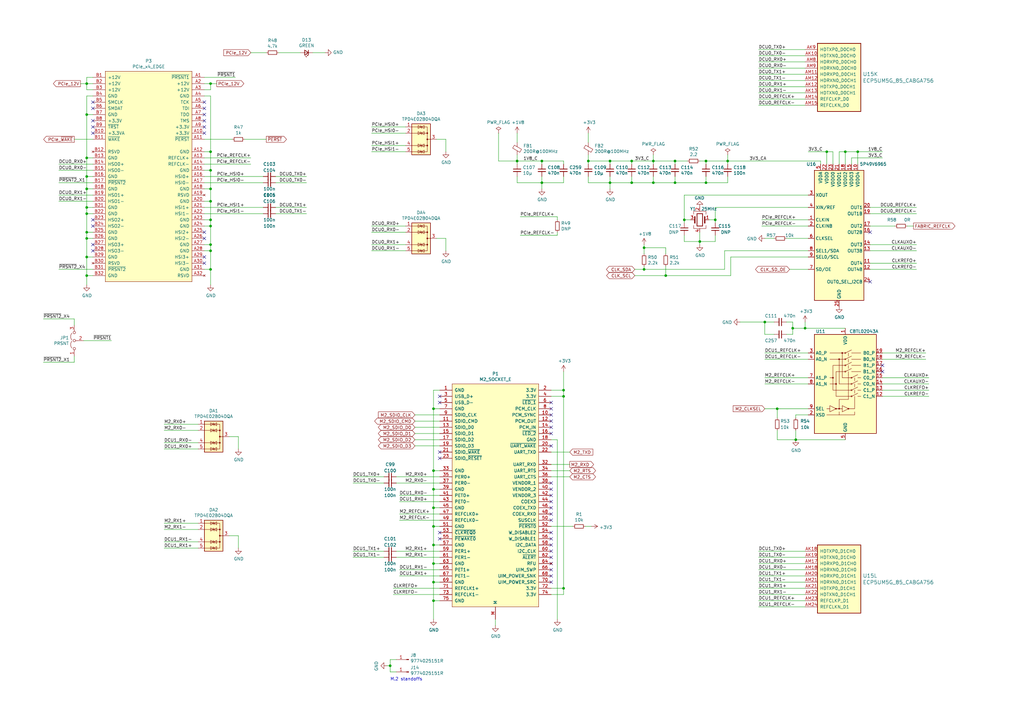
<source format=kicad_sch>
(kicad_sch (version 20211123) (generator eeschema)

  (uuid e5648d2a-c11b-49bf-ba13-b573bfaf3fec)

  (paper "A3")

  (lib_symbols
    (symbol "Analog_Switch:CBTL02043A" (in_bom yes) (on_board yes)
      (property "Reference" "U" (id 0) (at -12.7 21.59 0)
        (effects (font (size 1.27 1.27)) (justify left))
      )
      (property "Value" "CBTL02043A" (id 1) (at 6.35 21.59 0)
        (effects (font (size 1.27 1.27)))
      )
      (property "Footprint" "Package_DFN_QFN:WQFN-20-1EP_2.5x4.5mm_P0.5mm_EP1x2.9mm" (id 2) (at 1.905 -22.86 0)
        (effects (font (size 1.27 1.27)) hide)
      )
      (property "Datasheet" "https://www.nxp.com/docs/en/data-sheet/CBTL02043A_CBTL02043B.pdf" (id 3) (at 3.175 -8.89 0)
        (effects (font (size 1.27 1.27)) hide)
      )
      (property "ki_keywords" "Multiplexer Demultiplexer Switch Hi-Speed" (id 4) (at 0 0 0)
        (effects (font (size 1.27 1.27)) hide)
      )
      (property "ki_description" "3.3 V, 2 differential channel, 2:1 MUX/deMUX switch, 10 Gbps, WQFN-20" (id 5) (at 0 0 0)
        (effects (font (size 1.27 1.27)) hide)
      )
      (property "ki_fp_filters" "WQFN*1EP*2.5x4.5mm*P0.5mm*" (id 6) (at 0 0 0)
        (effects (font (size 1.27 1.27)) hide)
      )
      (symbol "CBTL02043A_0_1"
        (rectangle (start -12.7 20.32) (end 12.7 -20.32)
          (stroke (width 0.254) (type default) (color 0 0 0 0))
          (fill (type background))
        )
        (circle (center -5.08 2.54) (radius 0.254)
          (stroke (width 0) (type default) (color 0 0 0 0))
          (fill (type outline))
        )
        (circle (center -3.81 0) (radius 0.254)
          (stroke (width 0) (type default) (color 0 0 0 0))
          (fill (type outline))
        )
        (circle (center -2.54 10.16) (radius 0.254)
          (stroke (width 0) (type default) (color 0 0 0 0))
          (fill (type outline))
        )
        (circle (center -1.27 12.7) (radius 0.254)
          (stroke (width 0) (type default) (color 0 0 0 0))
          (fill (type outline))
        )
        (polyline
          (pts
            (xy -7.62 -10.16)
            (xy -6.35 -10.16)
          )
          (stroke (width 0) (type default) (color 0 0 0 0))
          (fill (type none))
        )
        (polyline
          (pts
            (xy -7.62 -12.7)
            (xy -2.54 -12.7)
            (xy -2.54 -11.43)
          )
          (stroke (width 0) (type default) (color 0 0 0 0))
          (fill (type none))
        )
        (polyline
          (pts
            (xy -2.54 -12.7)
            (xy 3.81 -12.7)
            (xy 3.81 -11.43)
          )
          (stroke (width 0) (type default) (color 0 0 0 0))
          (fill (type none))
        )
        (polyline
          (pts
            (xy 1.27 -10.16)
            (xy -1.27 -8.89)
            (xy -1.27 -11.43)
            (xy 1.27 -10.16)
          )
          (stroke (width 0) (type default) (color 0 0 0 0))
          (fill (type none))
        )
        (polyline
          (pts
            (xy 5.08 -3.81)
            (xy 2.54 -5.08)
            (xy -3.81 -5.08)
            (xy -3.81 0)
          )
          (stroke (width 0) (type default) (color 0 0 0 0))
          (fill (type none))
        )
        (polyline
          (pts
            (xy 5.08 -1.27)
            (xy 2.54 -2.54)
            (xy -5.08 -2.54)
            (xy -5.08 2.54)
          )
          (stroke (width 0) (type default) (color 0 0 0 0))
          (fill (type none))
        )
        (polyline
          (pts
            (xy 5.08 1.27)
            (xy 2.54 0)
            (xy -2.54 0)
            (xy -2.54 10.16)
          )
          (stroke (width 0) (type default) (color 0 0 0 0))
          (fill (type none))
        )
        (polyline
          (pts
            (xy 5.08 3.81)
            (xy 2.54 2.54)
            (xy -1.27 2.54)
            (xy -1.27 12.7)
          )
          (stroke (width 0) (type default) (color 0 0 0 0))
          (fill (type none))
        )
      )
      (symbol "CBTL02043A_1_1"
        (circle (center -3.81 -10.16) (radius 0.254)
          (stroke (width 0) (type default) (color 0 0 0 0))
          (fill (type none))
        )
        (circle (center -2.54 -10.16) (radius 0.254)
          (stroke (width 0) (type default) (color 0 0 0 0))
          (fill (type outline))
        )
        (polyline
          (pts
            (xy -2.54 -10.16)
            (xy -1.27 -10.16)
          )
          (stroke (width 0) (type default) (color 0 0 0 0))
          (fill (type none))
        )
        (polyline
          (pts
            (xy 1.27 5.08)
            (xy 1.27 3.81)
          )
          (stroke (width 0) (type default) (color 0 0 0 0))
          (fill (type none))
        )
        (polyline
          (pts
            (xy 1.27 7.62)
            (xy 1.27 6.35)
          )
          (stroke (width 0) (type default) (color 0 0 0 0))
          (fill (type none))
        )
        (polyline
          (pts
            (xy 1.27 10.16)
            (xy 1.27 8.89)
          )
          (stroke (width 0) (type default) (color 0 0 0 0))
          (fill (type none))
        )
        (polyline
          (pts
            (xy 1.27 12.7)
            (xy 1.27 11.43)
          )
          (stroke (width 0) (type default) (color 0 0 0 0))
          (fill (type none))
        )
        (polyline
          (pts
            (xy 3.81 -3.81)
            (xy 3.81 -2.54)
          )
          (stroke (width 0) (type default) (color 0 0 0 0))
          (fill (type none))
        )
        (polyline
          (pts
            (xy 3.81 -1.27)
            (xy 3.81 0)
          )
          (stroke (width 0) (type default) (color 0 0 0 0))
          (fill (type none))
        )
        (polyline
          (pts
            (xy 3.81 1.27)
            (xy 3.81 2.54)
          )
          (stroke (width 0) (type default) (color 0 0 0 0))
          (fill (type none))
        )
        (polyline
          (pts
            (xy 6.35 -5.08)
            (xy 5.08 -5.08)
          )
          (stroke (width 0) (type default) (color 0 0 0 0))
          (fill (type none))
        )
        (polyline
          (pts
            (xy 6.35 -2.54)
            (xy 5.08 -2.54)
          )
          (stroke (width 0) (type default) (color 0 0 0 0))
          (fill (type none))
        )
        (polyline
          (pts
            (xy 6.35 0)
            (xy 5.08 0)
          )
          (stroke (width 0) (type default) (color 0 0 0 0))
          (fill (type none))
        )
        (polyline
          (pts
            (xy 6.35 2.54)
            (xy 5.08 2.54)
          )
          (stroke (width 0) (type default) (color 0 0 0 0))
          (fill (type none))
        )
        (polyline
          (pts
            (xy 6.35 5.08)
            (xy 2.54 5.08)
          )
          (stroke (width 0) (type default) (color 0 0 0 0))
          (fill (type none))
        )
        (polyline
          (pts
            (xy 6.35 7.62)
            (xy 2.54 7.62)
          )
          (stroke (width 0) (type default) (color 0 0 0 0))
          (fill (type none))
        )
        (polyline
          (pts
            (xy 6.35 10.16)
            (xy 2.54 10.16)
          )
          (stroke (width 0) (type default) (color 0 0 0 0))
          (fill (type none))
        )
        (polyline
          (pts
            (xy 6.35 12.7)
            (xy 2.54 12.7)
          )
          (stroke (width 0) (type default) (color 0 0 0 0))
          (fill (type none))
        )
        (polyline
          (pts
            (xy -6.35 10.16)
            (xy 0 10.16)
            (xy 2.54 11.43)
          )
          (stroke (width 0) (type default) (color 0 0 0 0))
          (fill (type none))
        )
        (polyline
          (pts
            (xy -6.35 12.7)
            (xy 0 12.7)
            (xy 2.54 13.97)
          )
          (stroke (width 0) (type default) (color 0 0 0 0))
          (fill (type none))
        )
        (polyline
          (pts
            (xy 1.27 -10.16)
            (xy 3.81 -10.16)
            (xy 3.81 -5.08)
          )
          (stroke (width 0) (type default) (color 0 0 0 0))
          (fill (type none))
        )
        (polyline
          (pts
            (xy -3.81 -10.16)
            (xy -6.35 -8.89)
            (xy -6.35 -11.43)
            (xy -3.81 -10.16)
          )
          (stroke (width 0) (type default) (color 0 0 0 0))
          (fill (type none))
        )
        (polyline
          (pts
            (xy -6.35 0)
            (xy -3.81 0)
            (xy -3.81 5.08)
            (xy 0 5.08)
            (xy 2.54 6.35)
          )
          (stroke (width 0) (type default) (color 0 0 0 0))
          (fill (type none))
        )
        (polyline
          (pts
            (xy -6.35 2.54)
            (xy -5.08 2.54)
            (xy -5.08 7.62)
            (xy 0 7.62)
            (xy 2.54 8.89)
          )
          (stroke (width 0) (type default) (color 0 0 0 0))
          (fill (type none))
        )
        (polyline
          (pts
            (xy 1.27 3.81)
            (xy 1.27 -6.35)
            (xy -2.54 -6.35)
            (xy -2.54 -10.16)
            (xy -3.81 -10.16)
          )
          (stroke (width 0) (type default) (color 0 0 0 0))
          (fill (type none))
        )
        (circle (center 0 5.08) (radius 0.254)
          (stroke (width 0) (type default) (color 0 0 0 0))
          (fill (type none))
        )
        (circle (center 0 7.62) (radius 0.254)
          (stroke (width 0) (type default) (color 0 0 0 0))
          (fill (type none))
        )
        (circle (center 0 10.16) (radius 0.254)
          (stroke (width 0) (type default) (color 0 0 0 0))
          (fill (type none))
        )
        (circle (center 0 12.7) (radius 0.254)
          (stroke (width 0) (type default) (color 0 0 0 0))
          (fill (type none))
        )
        (circle (center 1.27 -10.16) (radius 0.254)
          (stroke (width 0) (type default) (color 0 0 0 0))
          (fill (type none))
        )
        (circle (center 2.54 -5.08) (radius 0.254)
          (stroke (width 0) (type default) (color 0 0 0 0))
          (fill (type none))
        )
        (circle (center 2.54 -2.54) (radius 0.254)
          (stroke (width 0) (type default) (color 0 0 0 0))
          (fill (type none))
        )
        (circle (center 2.54 0) (radius 0.254)
          (stroke (width 0) (type default) (color 0 0 0 0))
          (fill (type none))
        )
        (circle (center 2.54 2.54) (radius 0.254)
          (stroke (width 0) (type default) (color 0 0 0 0))
          (fill (type none))
        )
        (pin power_in line (at 0 22.86 270) (length 2.54)
          (name "VDD" (effects (font (size 1.27 1.27))))
          (number "1" (effects (font (size 1.27 1.27))))
        )
        (pin passive line (at 0 22.86 270) (length 2.54) hide
          (name "VDD" (effects (font (size 1.27 1.27))))
          (number "10" (effects (font (size 1.27 1.27))))
        )
        (pin passive line (at 0 -22.86 90) (length 2.54) hide
          (name "GND" (effects (font (size 1.27 1.27))))
          (number "11" (effects (font (size 1.27 1.27))))
        )
        (pin passive line (at 15.24 -5.08 180) (length 2.54)
          (name "C1_N" (effects (font (size 1.27 1.27))))
          (number "12" (effects (font (size 1.27 1.27))))
        )
        (pin passive line (at 15.24 -2.54 180) (length 2.54)
          (name "C1_P" (effects (font (size 1.27 1.27))))
          (number "13" (effects (font (size 1.27 1.27))))
        )
        (pin passive line (at 15.24 0 180) (length 2.54)
          (name "C0_N" (effects (font (size 1.27 1.27))))
          (number "14" (effects (font (size 1.27 1.27))))
        )
        (pin passive line (at 15.24 2.54 180) (length 2.54)
          (name "C0_P" (effects (font (size 1.27 1.27))))
          (number "15" (effects (font (size 1.27 1.27))))
        )
        (pin passive line (at 15.24 5.08 180) (length 2.54)
          (name "B1_N" (effects (font (size 1.27 1.27))))
          (number "16" (effects (font (size 1.27 1.27))))
        )
        (pin passive line (at 15.24 7.62 180) (length 2.54)
          (name "B1_P" (effects (font (size 1.27 1.27))))
          (number "17" (effects (font (size 1.27 1.27))))
        )
        (pin passive line (at 15.24 10.16 180) (length 2.54)
          (name "B0_N" (effects (font (size 1.27 1.27))))
          (number "18" (effects (font (size 1.27 1.27))))
        )
        (pin passive line (at 15.24 12.7 180) (length 2.54)
          (name "B0_P" (effects (font (size 1.27 1.27))))
          (number "19" (effects (font (size 1.27 1.27))))
        )
        (pin input line (at -15.24 -12.7 0) (length 2.54)
          (name "XSD" (effects (font (size 1.27 1.27))))
          (number "2" (effects (font (size 1.27 1.27))))
        )
        (pin passive line (at 0 -22.86 90) (length 2.54) hide
          (name "GND" (effects (font (size 1.27 1.27))))
          (number "20" (effects (font (size 1.27 1.27))))
        )
        (pin passive line (at 0 -22.86 90) (length 2.54) hide
          (name "GND" (effects (font (size 1.27 1.27))))
          (number "21" (effects (font (size 1.27 1.27))))
        )
        (pin passive line (at -15.24 12.7 0) (length 2.54)
          (name "A0_P" (effects (font (size 1.27 1.27))))
          (number "3" (effects (font (size 1.27 1.27))))
        )
        (pin passive line (at -15.24 10.16 0) (length 2.54)
          (name "A0_N" (effects (font (size 1.27 1.27))))
          (number "4" (effects (font (size 1.27 1.27))))
        )
        (pin power_in line (at 0 -22.86 90) (length 2.54)
          (name "GND" (effects (font (size 1.27 1.27))))
          (number "5" (effects (font (size 1.27 1.27))))
        )
        (pin passive line (at 0 22.86 270) (length 2.54) hide
          (name "VDD" (effects (font (size 1.27 1.27))))
          (number "6" (effects (font (size 1.27 1.27))))
        )
        (pin passive line (at -15.24 2.54 0) (length 2.54)
          (name "A1_P" (effects (font (size 1.27 1.27))))
          (number "7" (effects (font (size 1.27 1.27))))
        )
        (pin passive line (at -15.24 0 0) (length 2.54)
          (name "A1_N" (effects (font (size 1.27 1.27))))
          (number "8" (effects (font (size 1.27 1.27))))
        )
        (pin input line (at -15.24 -10.16 0) (length 2.54)
          (name "SEL" (effects (font (size 1.27 1.27))))
          (number "9" (effects (font (size 1.27 1.27))))
        )
      )
    )
    (symbol "Connector:Conn_01x01_Male" (pin_names (offset 1.016) hide) (in_bom yes) (on_board yes)
      (property "Reference" "J" (id 0) (at 0 2.54 0)
        (effects (font (size 1.27 1.27)))
      )
      (property "Value" "Conn_01x01_Male" (id 1) (at 0 -2.54 0)
        (effects (font (size 1.27 1.27)))
      )
      (property "Footprint" "" (id 2) (at 0 0 0)
        (effects (font (size 1.27 1.27)) hide)
      )
      (property "Datasheet" "~" (id 3) (at 0 0 0)
        (effects (font (size 1.27 1.27)) hide)
      )
      (property "ki_keywords" "connector" (id 4) (at 0 0 0)
        (effects (font (size 1.27 1.27)) hide)
      )
      (property "ki_description" "Generic connector, single row, 01x01, script generated (kicad-library-utils/schlib/autogen/connector/)" (id 5) (at 0 0 0)
        (effects (font (size 1.27 1.27)) hide)
      )
      (property "ki_fp_filters" "Connector*:*" (id 6) (at 0 0 0)
        (effects (font (size 1.27 1.27)) hide)
      )
      (symbol "Conn_01x01_Male_1_1"
        (polyline
          (pts
            (xy 1.27 0)
            (xy 0.8636 0)
          )
          (stroke (width 0.1524) (type default) (color 0 0 0 0))
          (fill (type none))
        )
        (rectangle (start 0.8636 0.127) (end 0 -0.127)
          (stroke (width 0.1524) (type default) (color 0 0 0 0))
          (fill (type outline))
        )
        (pin passive line (at 5.08 0 180) (length 3.81)
          (name "Pin_1" (effects (font (size 1.27 1.27))))
          (number "1" (effects (font (size 1.27 1.27))))
        )
      )
    )
    (symbol "Device:C_Small" (pin_numbers hide) (pin_names (offset 0.254) hide) (in_bom yes) (on_board yes)
      (property "Reference" "C" (id 0) (at 0.254 1.778 0)
        (effects (font (size 1.27 1.27)) (justify left))
      )
      (property "Value" "C_Small" (id 1) (at 0.254 -2.032 0)
        (effects (font (size 1.27 1.27)) (justify left))
      )
      (property "Footprint" "" (id 2) (at 0 0 0)
        (effects (font (size 1.27 1.27)) hide)
      )
      (property "Datasheet" "~" (id 3) (at 0 0 0)
        (effects (font (size 1.27 1.27)) hide)
      )
      (property "ki_keywords" "capacitor cap" (id 4) (at 0 0 0)
        (effects (font (size 1.27 1.27)) hide)
      )
      (property "ki_description" "Unpolarized capacitor, small symbol" (id 5) (at 0 0 0)
        (effects (font (size 1.27 1.27)) hide)
      )
      (property "ki_fp_filters" "C_*" (id 6) (at 0 0 0)
        (effects (font (size 1.27 1.27)) hide)
      )
      (symbol "C_Small_0_1"
        (polyline
          (pts
            (xy -1.524 -0.508)
            (xy 1.524 -0.508)
          )
          (stroke (width 0.3302) (type default) (color 0 0 0 0))
          (fill (type none))
        )
        (polyline
          (pts
            (xy -1.524 0.508)
            (xy 1.524 0.508)
          )
          (stroke (width 0.3048) (type default) (color 0 0 0 0))
          (fill (type none))
        )
      )
      (symbol "C_Small_1_1"
        (pin passive line (at 0 2.54 270) (length 2.032)
          (name "~" (effects (font (size 1.27 1.27))))
          (number "1" (effects (font (size 1.27 1.27))))
        )
        (pin passive line (at 0 -2.54 90) (length 2.032)
          (name "~" (effects (font (size 1.27 1.27))))
          (number "2" (effects (font (size 1.27 1.27))))
        )
      )
    )
    (symbol "Device:Crystal_GND24" (pin_names (offset 1.016) hide) (in_bom yes) (on_board yes)
      (property "Reference" "Y" (id 0) (at 3.175 5.08 0)
        (effects (font (size 1.27 1.27)) (justify left))
      )
      (property "Value" "Crystal_GND24" (id 1) (at 3.175 3.175 0)
        (effects (font (size 1.27 1.27)) (justify left))
      )
      (property "Footprint" "" (id 2) (at 0 0 0)
        (effects (font (size 1.27 1.27)) hide)
      )
      (property "Datasheet" "~" (id 3) (at 0 0 0)
        (effects (font (size 1.27 1.27)) hide)
      )
      (property "ki_keywords" "quartz ceramic resonator oscillator" (id 4) (at 0 0 0)
        (effects (font (size 1.27 1.27)) hide)
      )
      (property "ki_description" "Four pin crystal, GND on pins 2 and 4" (id 5) (at 0 0 0)
        (effects (font (size 1.27 1.27)) hide)
      )
      (property "ki_fp_filters" "Crystal*" (id 6) (at 0 0 0)
        (effects (font (size 1.27 1.27)) hide)
      )
      (symbol "Crystal_GND24_0_1"
        (rectangle (start -1.143 2.54) (end 1.143 -2.54)
          (stroke (width 0.3048) (type default) (color 0 0 0 0))
          (fill (type none))
        )
        (polyline
          (pts
            (xy -2.54 0)
            (xy -2.032 0)
          )
          (stroke (width 0) (type default) (color 0 0 0 0))
          (fill (type none))
        )
        (polyline
          (pts
            (xy -2.032 -1.27)
            (xy -2.032 1.27)
          )
          (stroke (width 0.508) (type default) (color 0 0 0 0))
          (fill (type none))
        )
        (polyline
          (pts
            (xy 0 -3.81)
            (xy 0 -3.556)
          )
          (stroke (width 0) (type default) (color 0 0 0 0))
          (fill (type none))
        )
        (polyline
          (pts
            (xy 0 3.556)
            (xy 0 3.81)
          )
          (stroke (width 0) (type default) (color 0 0 0 0))
          (fill (type none))
        )
        (polyline
          (pts
            (xy 2.032 -1.27)
            (xy 2.032 1.27)
          )
          (stroke (width 0.508) (type default) (color 0 0 0 0))
          (fill (type none))
        )
        (polyline
          (pts
            (xy 2.032 0)
            (xy 2.54 0)
          )
          (stroke (width 0) (type default) (color 0 0 0 0))
          (fill (type none))
        )
        (polyline
          (pts
            (xy -2.54 -2.286)
            (xy -2.54 -3.556)
            (xy 2.54 -3.556)
            (xy 2.54 -2.286)
          )
          (stroke (width 0) (type default) (color 0 0 0 0))
          (fill (type none))
        )
        (polyline
          (pts
            (xy -2.54 2.286)
            (xy -2.54 3.556)
            (xy 2.54 3.556)
            (xy 2.54 2.286)
          )
          (stroke (width 0) (type default) (color 0 0 0 0))
          (fill (type none))
        )
      )
      (symbol "Crystal_GND24_1_1"
        (pin passive line (at -3.81 0 0) (length 1.27)
          (name "1" (effects (font (size 1.27 1.27))))
          (number "1" (effects (font (size 1.27 1.27))))
        )
        (pin passive line (at 0 5.08 270) (length 1.27)
          (name "2" (effects (font (size 1.27 1.27))))
          (number "2" (effects (font (size 1.27 1.27))))
        )
        (pin passive line (at 3.81 0 180) (length 1.27)
          (name "3" (effects (font (size 1.27 1.27))))
          (number "3" (effects (font (size 1.27 1.27))))
        )
        (pin passive line (at 0 -5.08 90) (length 1.27)
          (name "4" (effects (font (size 1.27 1.27))))
          (number "4" (effects (font (size 1.27 1.27))))
        )
      )
    )
    (symbol "Device:Ferrite_Bead_Small" (pin_numbers hide) (pin_names (offset 0)) (in_bom yes) (on_board yes)
      (property "Reference" "FB" (id 0) (at 1.905 1.27 0)
        (effects (font (size 1.27 1.27)) (justify left))
      )
      (property "Value" "Device_Ferrite_Bead_Small" (id 1) (at 1.905 -1.27 0)
        (effects (font (size 1.27 1.27)) (justify left))
      )
      (property "Footprint" "" (id 2) (at -1.778 0 90)
        (effects (font (size 1.27 1.27)) hide)
      )
      (property "Datasheet" "" (id 3) (at 0 0 0)
        (effects (font (size 1.27 1.27)) hide)
      )
      (property "ki_fp_filters" "Inductor_* L_* *Ferrite*" (id 4) (at 0 0 0)
        (effects (font (size 1.27 1.27)) hide)
      )
      (symbol "Ferrite_Bead_Small_0_1"
        (polyline
          (pts
            (xy 0 -1.27)
            (xy 0 -0.7874)
          )
          (stroke (width 0) (type default) (color 0 0 0 0))
          (fill (type none))
        )
        (polyline
          (pts
            (xy 0 0.889)
            (xy 0 1.2954)
          )
          (stroke (width 0) (type default) (color 0 0 0 0))
          (fill (type none))
        )
        (polyline
          (pts
            (xy -1.8288 0.2794)
            (xy -1.1176 1.4986)
            (xy 1.8288 -0.2032)
            (xy 1.1176 -1.4224)
            (xy -1.8288 0.2794)
          )
          (stroke (width 0) (type default) (color 0 0 0 0))
          (fill (type none))
        )
      )
      (symbol "Ferrite_Bead_Small_1_1"
        (pin passive line (at 0 2.54 270) (length 1.27)
          (name "~" (effects (font (size 1.27 1.27))))
          (number "1" (effects (font (size 1.27 1.27))))
        )
        (pin passive line (at 0 -2.54 90) (length 1.27)
          (name "~" (effects (font (size 1.27 1.27))))
          (number "2" (effects (font (size 1.27 1.27))))
        )
      )
    )
    (symbol "Device:LED_Small" (pin_numbers hide) (pin_names (offset 0.254) hide) (in_bom yes) (on_board yes)
      (property "Reference" "D" (id 0) (at -1.27 3.175 0)
        (effects (font (size 1.27 1.27)) (justify left))
      )
      (property "Value" "LED_Small" (id 1) (at -4.445 -2.54 0)
        (effects (font (size 1.27 1.27)) (justify left))
      )
      (property "Footprint" "" (id 2) (at 0 0 90)
        (effects (font (size 1.27 1.27)) hide)
      )
      (property "Datasheet" "~" (id 3) (at 0 0 90)
        (effects (font (size 1.27 1.27)) hide)
      )
      (property "ki_keywords" "LED diode light-emitting-diode" (id 4) (at 0 0 0)
        (effects (font (size 1.27 1.27)) hide)
      )
      (property "ki_description" "Light emitting diode, small symbol" (id 5) (at 0 0 0)
        (effects (font (size 1.27 1.27)) hide)
      )
      (property "ki_fp_filters" "LED* LED_SMD:* LED_THT:*" (id 6) (at 0 0 0)
        (effects (font (size 1.27 1.27)) hide)
      )
      (symbol "LED_Small_0_1"
        (polyline
          (pts
            (xy -0.762 -1.016)
            (xy -0.762 1.016)
          )
          (stroke (width 0.254) (type default) (color 0 0 0 0))
          (fill (type none))
        )
        (polyline
          (pts
            (xy 1.016 0)
            (xy -0.762 0)
          )
          (stroke (width 0) (type default) (color 0 0 0 0))
          (fill (type none))
        )
        (polyline
          (pts
            (xy 0.762 -1.016)
            (xy -0.762 0)
            (xy 0.762 1.016)
            (xy 0.762 -1.016)
          )
          (stroke (width 0.254) (type default) (color 0 0 0 0))
          (fill (type none))
        )
        (polyline
          (pts
            (xy 0 0.762)
            (xy -0.508 1.27)
            (xy -0.254 1.27)
            (xy -0.508 1.27)
            (xy -0.508 1.016)
          )
          (stroke (width 0) (type default) (color 0 0 0 0))
          (fill (type none))
        )
        (polyline
          (pts
            (xy 0.508 1.27)
            (xy 0 1.778)
            (xy 0.254 1.778)
            (xy 0 1.778)
            (xy 0 1.524)
          )
          (stroke (width 0) (type default) (color 0 0 0 0))
          (fill (type none))
        )
      )
      (symbol "LED_Small_1_1"
        (pin passive line (at -2.54 0 0) (length 1.778)
          (name "K" (effects (font (size 1.27 1.27))))
          (number "1" (effects (font (size 1.27 1.27))))
        )
        (pin passive line (at 2.54 0 180) (length 1.778)
          (name "A" (effects (font (size 1.27 1.27))))
          (number "2" (effects (font (size 1.27 1.27))))
        )
      )
    )
    (symbol "Device:R_Small" (pin_numbers hide) (pin_names (offset 0.254) hide) (in_bom yes) (on_board yes)
      (property "Reference" "R" (id 0) (at 0.762 0.508 0)
        (effects (font (size 1.27 1.27)) (justify left))
      )
      (property "Value" "R_Small" (id 1) (at 0.762 -1.016 0)
        (effects (font (size 1.27 1.27)) (justify left))
      )
      (property "Footprint" "" (id 2) (at 0 0 0)
        (effects (font (size 1.27 1.27)) hide)
      )
      (property "Datasheet" "~" (id 3) (at 0 0 0)
        (effects (font (size 1.27 1.27)) hide)
      )
      (property "ki_keywords" "R resistor" (id 4) (at 0 0 0)
        (effects (font (size 1.27 1.27)) hide)
      )
      (property "ki_description" "Resistor, small symbol" (id 5) (at 0 0 0)
        (effects (font (size 1.27 1.27)) hide)
      )
      (property "ki_fp_filters" "R_*" (id 6) (at 0 0 0)
        (effects (font (size 1.27 1.27)) hide)
      )
      (symbol "R_Small_0_1"
        (rectangle (start -0.762 1.778) (end 0.762 -1.778)
          (stroke (width 0.2032) (type default) (color 0 0 0 0))
          (fill (type none))
        )
      )
      (symbol "R_Small_1_1"
        (pin passive line (at 0 2.54 270) (length 0.762)
          (name "~" (effects (font (size 1.27 1.27))))
          (number "1" (effects (font (size 1.27 1.27))))
        )
        (pin passive line (at 0 -2.54 90) (length 0.762)
          (name "~" (effects (font (size 1.27 1.27))))
          (number "2" (effects (font (size 1.27 1.27))))
        )
      )
    )
    (symbol "ECP5UM5G:ECP5UM5G_85_CABGA756" (pin_names (offset 1.016)) (in_bom yes) (on_board yes)
      (property "Reference" "U" (id 0) (at 3.81 6.35 0)
        (effects (font (size 1.524 1.524)) (justify right))
      )
      (property "Value" "ECP5UM5G_85_CABGA756" (id 1) (at 3.81 3.81 0)
        (effects (font (size 1.524 1.524)) (justify right))
      )
      (property "Footprint" "" (id 2) (at 0 0 0)
        (effects (font (size 1.27 1.27)) hide)
      )
      (property "Datasheet" "" (id 3) (at 0 0 0)
        (effects (font (size 1.27 1.27)) hide)
      )
      (property "manf#" "ECP5UM5G_85" (id 4) (at 3.81 -1.27 0)
        (effects (font (size 1.524 1.524)) (justify right) hide)
      )
      (property "ki_locked" "" (id 5) (at 0 0 0)
        (effects (font (size 1.27 1.27)))
      )
      (symbol "ECP5UM5G_85_CABGA756_1_1"
        (rectangle (start 5.08 22.86) (end 594.36 -104.14)
          (stroke (width 0.3048) (type default) (color 0 0 0 0))
          (fill (type background))
        )
        (pin power_in line (at 378.46 -109.22 90) (length 5.08)
          (name "GND" (effects (font (size 1.27 1.27))))
          (number "AA11" (effects (font (size 1.27 1.27))))
        )
        (pin power_in line (at 325.12 27.94 270) (length 5.08)
          (name "VCC" (effects (font (size 1.27 1.27))))
          (number "AA12" (effects (font (size 1.27 1.27))))
        )
        (pin power_in line (at 299.72 27.94 270) (length 5.08)
          (name "VCC" (effects (font (size 1.27 1.27))))
          (number "AA13" (effects (font (size 1.27 1.27))))
        )
        (pin power_in line (at 294.64 27.94 270) (length 5.08)
          (name "VCC" (effects (font (size 1.27 1.27))))
          (number "AA14" (effects (font (size 1.27 1.27))))
        )
        (pin power_in line (at 289.56 27.94 270) (length 5.08)
          (name "VCC" (effects (font (size 1.27 1.27))))
          (number "AA15" (effects (font (size 1.27 1.27))))
        )
        (pin power_in line (at 284.48 27.94 270) (length 5.08)
          (name "VCC" (effects (font (size 1.27 1.27))))
          (number "AA16" (effects (font (size 1.27 1.27))))
        )
        (pin power_in line (at 279.4 27.94 270) (length 5.08)
          (name "VCC" (effects (font (size 1.27 1.27))))
          (number "AA17" (effects (font (size 1.27 1.27))))
        )
        (pin power_in line (at 274.32 27.94 270) (length 5.08)
          (name "VCC" (effects (font (size 1.27 1.27))))
          (number "AA18" (effects (font (size 1.27 1.27))))
        )
        (pin power_in line (at 269.24 27.94 270) (length 5.08)
          (name "VCC" (effects (font (size 1.27 1.27))))
          (number "AA19" (effects (font (size 1.27 1.27))))
        )
        (pin power_in line (at 264.16 27.94 270) (length 5.08)
          (name "VCC" (effects (font (size 1.27 1.27))))
          (number "AA20" (effects (font (size 1.27 1.27))))
        )
        (pin power_in line (at 259.08 27.94 270) (length 5.08)
          (name "VCC" (effects (font (size 1.27 1.27))))
          (number "AA21" (effects (font (size 1.27 1.27))))
        )
        (pin power_in line (at 106.68 -109.22 90) (length 5.08)
          (name "GND" (effects (font (size 1.27 1.27))))
          (number "AA22" (effects (font (size 1.27 1.27))))
        )
        (pin power_in line (at 340.36 -109.22 90) (length 5.08)
          (name "GND" (effects (font (size 1.27 1.27))))
          (number "AB11" (effects (font (size 1.27 1.27))))
        )
        (pin power_in line (at 345.44 -109.22 90) (length 5.08)
          (name "GND" (effects (font (size 1.27 1.27))))
          (number "AB12" (effects (font (size 1.27 1.27))))
        )
        (pin power_in line (at 381 -109.22 90) (length 5.08)
          (name "GND" (effects (font (size 1.27 1.27))))
          (number "AB13" (effects (font (size 1.27 1.27))))
        )
        (pin power_in line (at 309.88 -109.22 90) (length 5.08)
          (name "GND" (effects (font (size 1.27 1.27))))
          (number "AB14" (effects (font (size 1.27 1.27))))
        )
        (pin power_in line (at 284.48 -109.22 90) (length 5.08)
          (name "GND" (effects (font (size 1.27 1.27))))
          (number "AB15" (effects (font (size 1.27 1.27))))
        )
        (pin power_in line (at 254 -109.22 90) (length 5.08)
          (name "GND" (effects (font (size 1.27 1.27))))
          (number "AB16" (effects (font (size 1.27 1.27))))
        )
        (pin power_in line (at 228.6 -109.22 90) (length 5.08)
          (name "GND" (effects (font (size 1.27 1.27))))
          (number "AB17" (effects (font (size 1.27 1.27))))
        )
        (pin power_in line (at 203.2 -109.22 90) (length 5.08)
          (name "GND" (effects (font (size 1.27 1.27))))
          (number "AB18" (effects (font (size 1.27 1.27))))
        )
        (pin power_in line (at 172.72 -109.22 90) (length 5.08)
          (name "GND" (effects (font (size 1.27 1.27))))
          (number "AB19" (effects (font (size 1.27 1.27))))
        )
        (pin power_in line (at 147.32 -109.22 90) (length 5.08)
          (name "GND" (effects (font (size 1.27 1.27))))
          (number "AB20" (effects (font (size 1.27 1.27))))
        )
        (pin power_in line (at 114.3 -109.22 90) (length 5.08)
          (name "GND" (effects (font (size 1.27 1.27))))
          (number "AB21" (effects (font (size 1.27 1.27))))
        )
        (pin power_in line (at 109.22 -109.22 90) (length 5.08)
          (name "GND" (effects (font (size 1.27 1.27))))
          (number "AB22" (effects (font (size 1.27 1.27))))
        )
        (pin power_in line (at 340.36 27.94 270) (length 5.08)
          (name "VCCAUX" (effects (font (size 1.27 1.27))))
          (number "AC11" (effects (font (size 1.27 1.27))))
        )
        (pin power_in line (at 347.98 -109.22 90) (length 5.08)
          (name "GND" (effects (font (size 1.27 1.27))))
          (number "AC12" (effects (font (size 1.27 1.27))))
        )
        (pin power_in line (at 215.9 27.94 270) (length 5.08)
          (name "VCCHTX0_D0CH0" (effects (font (size 1.27 1.27))))
          (number "AC13" (effects (font (size 1.27 1.27))))
        )
        (pin power_in line (at 218.44 27.94 270) (length 5.08)
          (name "VCCHRX0_D0CH0" (effects (font (size 1.27 1.27))))
          (number "AC14" (effects (font (size 1.27 1.27))))
        )
        (pin power_in line (at 220.98 27.94 270) (length 5.08)
          (name "VCCHRX1_D0CH1" (effects (font (size 1.27 1.27))))
          (number "AC15" (effects (font (size 1.27 1.27))))
        )
        (pin power_in line (at 223.52 27.94 270) (length 5.08)
          (name "VCCHTX1_D0CH1" (effects (font (size 1.27 1.27))))
          (number "AC16" (effects (font (size 1.27 1.27))))
        )
        (pin power_in line (at 226.06 27.94 270) (length 5.08)
          (name "VCCHTX0_D1CH0" (effects (font (size 1.27 1.27))))
          (number "AC17" (effects (font (size 1.27 1.27))))
        )
        (pin power_in line (at 228.6 27.94 270) (length 5.08)
          (name "VCCHRX0_D1CH0" (effects (font (size 1.27 1.27))))
          (number "AC18" (effects (font (size 1.27 1.27))))
        )
        (pin power_in line (at 231.14 27.94 270) (length 5.08)
          (name "VCCHRX1_D1CH1" (effects (font (size 1.27 1.27))))
          (number "AC19" (effects (font (size 1.27 1.27))))
        )
        (pin power_in line (at 233.68 27.94 270) (length 5.08)
          (name "VCCHTX1_D1CH1" (effects (font (size 1.27 1.27))))
          (number "AC20" (effects (font (size 1.27 1.27))))
        )
        (pin power_in line (at 116.84 -109.22 90) (length 5.08)
          (name "GND" (effects (font (size 1.27 1.27))))
          (number "AC21" (effects (font (size 1.27 1.27))))
        )
        (pin power_in line (at 332.74 27.94 270) (length 5.08)
          (name "VCCAUX" (effects (font (size 1.27 1.27))))
          (number "AC22" (effects (font (size 1.27 1.27))))
        )
        (pin no_connect line (at 0 -17.78 0) (length 5.08)
          (name "NC" (effects (font (size 1.27 1.27))))
          (number "AC29" (effects (font (size 1.27 1.27))))
        )
        (pin no_connect line (at 0 -76.2 0) (length 5.08)
          (name "NC" (effects (font (size 1.27 1.27))))
          (number "AC4" (effects (font (size 1.27 1.27))))
        )
        (pin power_in line (at 434.34 -109.22 90) (length 5.08)
          (name "GND" (effects (font (size 1.27 1.27))))
          (number "AD2" (effects (font (size 1.27 1.27))))
        )
        (pin power_in line (at 66.04 -109.22 90) (length 5.08)
          (name "GND" (effects (font (size 1.27 1.27))))
          (number "AD28" (effects (font (size 1.27 1.27))))
        )
        (pin power_in line (at 38.1 -109.22 90) (length 5.08)
          (name "GND" (effects (font (size 1.27 1.27))))
          (number "AD31" (effects (font (size 1.27 1.27))))
        )
        (pin power_in line (at 408.94 -109.22 90) (length 5.08)
          (name "GND" (effects (font (size 1.27 1.27))))
          (number "AD5" (effects (font (size 1.27 1.27))))
        )
        (pin no_connect line (at 0 -27.94 0) (length 5.08)
          (name "NC" (effects (font (size 1.27 1.27))))
          (number "AE26" (effects (font (size 1.27 1.27))))
        )
        (pin no_connect line (at 0 -66.04 0) (length 5.08)
          (name "NC" (effects (font (size 1.27 1.27))))
          (number "AE7" (effects (font (size 1.27 1.27))))
        )
        (pin power_in line (at 553.72 -109.22 90) (length 5.08)
          (name "GND" (effects (font (size 1.27 1.27))))
          (number "AF11" (effects (font (size 1.27 1.27))))
        )
        (pin power_in line (at 548.64 -109.22 90) (length 5.08)
          (name "GND" (effects (font (size 1.27 1.27))))
          (number "AF12" (effects (font (size 1.27 1.27))))
        )
        (pin power_in line (at 533.4 -109.22 90) (length 5.08)
          (name "GND" (effects (font (size 1.27 1.27))))
          (number "AF14" (effects (font (size 1.27 1.27))))
        )
        (pin power_in line (at 523.24 -109.22 90) (length 5.08)
          (name "GND" (effects (font (size 1.27 1.27))))
          (number "AF15" (effects (font (size 1.27 1.27))))
        )
        (pin power_in line (at 515.62 -109.22 90) (length 5.08)
          (name "GND" (effects (font (size 1.27 1.27))))
          (number "AF16" (effects (font (size 1.27 1.27))))
        )
        (pin power_in line (at 500.38 -109.22 90) (length 5.08)
          (name "GND" (effects (font (size 1.27 1.27))))
          (number "AF17" (effects (font (size 1.27 1.27))))
        )
        (pin power_in line (at 495.3 -109.22 90) (length 5.08)
          (name "GND" (effects (font (size 1.27 1.27))))
          (number "AF19" (effects (font (size 1.27 1.27))))
        )
        (pin power_in line (at 480.06 -109.22 90) (length 5.08)
          (name "GND" (effects (font (size 1.27 1.27))))
          (number "AF20" (effects (font (size 1.27 1.27))))
        )
        (pin power_in line (at 368.3 27.94 270) (length 5.08)
          (name "VCCA1" (effects (font (size 1.27 1.27))))
          (number "AF22" (effects (font (size 1.27 1.27))))
        )
        (pin power_in line (at 462.28 -109.22 90) (length 5.08)
          (name "GND" (effects (font (size 1.27 1.27))))
          (number "AF23" (effects (font (size 1.27 1.27))))
        )
        (pin power_in line (at 556.26 -109.22 90) (length 5.08)
          (name "GND" (effects (font (size 1.27 1.27))))
          (number "AG11" (effects (font (size 1.27 1.27))))
        )
        (pin power_in line (at 350.52 27.94 270) (length 5.08)
          (name "VCCA0" (effects (font (size 1.27 1.27))))
          (number "AG12" (effects (font (size 1.27 1.27))))
        )
        (pin power_in line (at 535.94 -109.22 90) (length 5.08)
          (name "GND" (effects (font (size 1.27 1.27))))
          (number "AG14" (effects (font (size 1.27 1.27))))
        )
        (pin power_in line (at 525.78 -109.22 90) (length 5.08)
          (name "GND" (effects (font (size 1.27 1.27))))
          (number "AG15" (effects (font (size 1.27 1.27))))
        )
        (pin power_in line (at 518.16 -109.22 90) (length 5.08)
          (name "GND" (effects (font (size 1.27 1.27))))
          (number "AG16" (effects (font (size 1.27 1.27))))
        )
        (pin power_in line (at 502.92 -109.22 90) (length 5.08)
          (name "GND" (effects (font (size 1.27 1.27))))
          (number "AG17" (effects (font (size 1.27 1.27))))
        )
        (pin power_in line (at 381 27.94 270) (length 5.08)
          (name "VCCA1" (effects (font (size 1.27 1.27))))
          (number "AG19" (effects (font (size 1.27 1.27))))
        )
        (pin no_connect line (at 0 -81.28 0) (length 5.08)
          (name "NC" (effects (font (size 1.27 1.27))))
          (number "AG2" (effects (font (size 1.27 1.27))))
        )
        (pin power_in line (at 482.6 -109.22 90) (length 5.08)
          (name "GND" (effects (font (size 1.27 1.27))))
          (number "AG20" (effects (font (size 1.27 1.27))))
        )
        (pin power_in line (at 370.84 27.94 270) (length 5.08)
          (name "VCCA1" (effects (font (size 1.27 1.27))))
          (number "AG22" (effects (font (size 1.27 1.27))))
        )
        (pin power_in line (at 464.82 -109.22 90) (length 5.08)
          (name "GND" (effects (font (size 1.27 1.27))))
          (number "AG23" (effects (font (size 1.27 1.27))))
        )
        (pin no_connect line (at 0 -33.02 0) (length 5.08)
          (name "NC" (effects (font (size 1.27 1.27))))
          (number "AG24" (effects (font (size 1.27 1.27))))
        )
        (pin no_connect line (at 0 -10.16 0) (length 5.08)
          (name "NC" (effects (font (size 1.27 1.27))))
          (number "AG31" (effects (font (size 1.27 1.27))))
        )
        (pin power_in line (at 360.68 27.94 270) (length 5.08)
          (name "VCCA0" (effects (font (size 1.27 1.27))))
          (number "AG9" (effects (font (size 1.27 1.27))))
        )
        (pin power_in line (at 558.8 -109.22 90) (length 5.08)
          (name "GND" (effects (font (size 1.27 1.27))))
          (number "AH11" (effects (font (size 1.27 1.27))))
        )
        (pin power_in line (at 353.06 27.94 270) (length 5.08)
          (name "VCCA0" (effects (font (size 1.27 1.27))))
          (number "AH12" (effects (font (size 1.27 1.27))))
        )
        (pin power_in line (at 538.48 -109.22 90) (length 5.08)
          (name "GND" (effects (font (size 1.27 1.27))))
          (number "AH14" (effects (font (size 1.27 1.27))))
        )
        (pin power_in line (at 528.32 -109.22 90) (length 5.08)
          (name "GND" (effects (font (size 1.27 1.27))))
          (number "AH15" (effects (font (size 1.27 1.27))))
        )
        (pin power_in line (at 520.7 -109.22 90) (length 5.08)
          (name "GND" (effects (font (size 1.27 1.27))))
          (number "AH16" (effects (font (size 1.27 1.27))))
        )
        (pin power_in line (at 505.46 -109.22 90) (length 5.08)
          (name "GND" (effects (font (size 1.27 1.27))))
          (number "AH17" (effects (font (size 1.27 1.27))))
        )
        (pin power_in line (at 383.54 27.94 270) (length 5.08)
          (name "VCCA1" (effects (font (size 1.27 1.27))))
          (number "AH19" (effects (font (size 1.27 1.27))))
        )
        (pin power_in line (at 436.88 -109.22 90) (length 5.08)
          (name "GND" (effects (font (size 1.27 1.27))))
          (number "AH2" (effects (font (size 1.27 1.27))))
        )
        (pin power_in line (at 485.14 -109.22 90) (length 5.08)
          (name "GND" (effects (font (size 1.27 1.27))))
          (number "AH20" (effects (font (size 1.27 1.27))))
        )
        (pin power_in line (at 373.38 27.94 270) (length 5.08)
          (name "VCCA1" (effects (font (size 1.27 1.27))))
          (number "AH22" (effects (font (size 1.27 1.27))))
        )
        (pin power_in line (at 467.36 -109.22 90) (length 5.08)
          (name "GND" (effects (font (size 1.27 1.27))))
          (number "AH23" (effects (font (size 1.27 1.27))))
        )
        (pin power_in line (at 457.2 -109.22 90) (length 5.08)
          (name "GND" (effects (font (size 1.27 1.27))))
          (number "AH24" (effects (font (size 1.27 1.27))))
        )
        (pin power_in line (at 454.66 -109.22 90) (length 5.08)
          (name "GND" (effects (font (size 1.27 1.27))))
          (number "AH25" (effects (font (size 1.27 1.27))))
        )
        (pin power_in line (at 441.96 -109.22 90) (length 5.08)
          (name "GND" (effects (font (size 1.27 1.27))))
          (number "AH26" (effects (font (size 1.27 1.27))))
        )
        (pin power_in line (at 45.72 -109.22 90) (length 5.08)
          (name "GND" (effects (font (size 1.27 1.27))))
          (number "AH29" (effects (font (size 1.27 1.27))))
        )
        (pin power_in line (at 40.64 -109.22 90) (length 5.08)
          (name "GND" (effects (font (size 1.27 1.27))))
          (number "AH31" (effects (font (size 1.27 1.27))))
        )
        (pin power_in line (at 411.48 -109.22 90) (length 5.08)
          (name "GND" (effects (font (size 1.27 1.27))))
          (number "AH5" (effects (font (size 1.27 1.27))))
        )
        (pin power_in line (at 581.66 -109.22 90) (length 5.08)
          (name "GND" (effects (font (size 1.27 1.27))))
          (number "AH7" (effects (font (size 1.27 1.27))))
        )
        (pin power_in line (at 571.5 -109.22 90) (length 5.08)
          (name "GND" (effects (font (size 1.27 1.27))))
          (number "AH8" (effects (font (size 1.27 1.27))))
        )
        (pin power_in line (at 363.22 27.94 270) (length 5.08)
          (name "VCCA0" (effects (font (size 1.27 1.27))))
          (number "AH9" (effects (font (size 1.27 1.27))))
        )
        (pin power_in line (at 358.14 27.94 270) (length 5.08)
          (name "VCCA0" (effects (font (size 1.27 1.27))))
          (number "AJ10" (effects (font (size 1.27 1.27))))
        )
        (pin power_in line (at 561.34 -109.22 90) (length 5.08)
          (name "GND" (effects (font (size 1.27 1.27))))
          (number "AJ11" (effects (font (size 1.27 1.27))))
        )
        (pin power_in line (at 355.6 27.94 270) (length 5.08)
          (name "VCCA0" (effects (font (size 1.27 1.27))))
          (number "AJ12" (effects (font (size 1.27 1.27))))
        )
        (pin power_in line (at 347.98 27.94 270) (length 5.08)
          (name "VCCA0" (effects (font (size 1.27 1.27))))
          (number "AJ13" (effects (font (size 1.27 1.27))))
        )
        (pin power_in line (at 541.02 -109.22 90) (length 5.08)
          (name "GND" (effects (font (size 1.27 1.27))))
          (number "AJ14" (effects (font (size 1.27 1.27))))
        )
        (pin power_in line (at 393.7 27.94 270) (length 5.08)
          (name "VCCAUXA0" (effects (font (size 1.27 1.27))))
          (number "AJ15" (effects (font (size 1.27 1.27))))
        )
        (pin power_in line (at 391.16 27.94 270) (length 5.08)
          (name "VCCAUXA0" (effects (font (size 1.27 1.27))))
          (number "AJ16" (effects (font (size 1.27 1.27))))
        )
        (pin power_in line (at 508 -109.22 90) (length 5.08)
          (name "GND" (effects (font (size 1.27 1.27))))
          (number "AJ17" (effects (font (size 1.27 1.27))))
        )
        (pin power_in line (at 388.62 27.94 270) (length 5.08)
          (name "VCCA1" (effects (font (size 1.27 1.27))))
          (number "AJ18" (effects (font (size 1.27 1.27))))
        )
        (pin power_in line (at 386.08 27.94 270) (length 5.08)
          (name "VCCA1" (effects (font (size 1.27 1.27))))
          (number "AJ19" (effects (font (size 1.27 1.27))))
        )
        (pin power_in line (at 487.68 -109.22 90) (length 5.08)
          (name "GND" (effects (font (size 1.27 1.27))))
          (number "AJ20" (effects (font (size 1.27 1.27))))
        )
        (pin power_in line (at 378.46 27.94 270) (length 5.08)
          (name "VCCA1" (effects (font (size 1.27 1.27))))
          (number "AJ21" (effects (font (size 1.27 1.27))))
        )
        (pin power_in line (at 375.92 27.94 270) (length 5.08)
          (name "VCCA1" (effects (font (size 1.27 1.27))))
          (number "AJ22" (effects (font (size 1.27 1.27))))
        )
        (pin power_in line (at 469.9 -109.22 90) (length 5.08)
          (name "GND" (effects (font (size 1.27 1.27))))
          (number "AJ23" (effects (font (size 1.27 1.27))))
        )
        (pin power_in line (at 398.78 27.94 270) (length 5.08)
          (name "VCCAUXA1" (effects (font (size 1.27 1.27))))
          (number "AJ24" (effects (font (size 1.27 1.27))))
        )
        (pin power_in line (at 396.24 27.94 270) (length 5.08)
          (name "VCCAUXA1" (effects (font (size 1.27 1.27))))
          (number "AJ25" (effects (font (size 1.27 1.27))))
        )
        (pin power_in line (at 444.5 -109.22 90) (length 5.08)
          (name "GND" (effects (font (size 1.27 1.27))))
          (number "AJ26" (effects (font (size 1.27 1.27))))
        )
        (pin power_in line (at 584.2 -109.22 90) (length 5.08)
          (name "GND" (effects (font (size 1.27 1.27))))
          (number "AJ7" (effects (font (size 1.27 1.27))))
        )
        (pin power_in line (at 574.04 -109.22 90) (length 5.08)
          (name "GND" (effects (font (size 1.27 1.27))))
          (number "AJ8" (effects (font (size 1.27 1.27))))
        )
        (pin power_in line (at 365.76 27.94 270) (length 5.08)
          (name "VCCA0" (effects (font (size 1.27 1.27))))
          (number "AJ9" (effects (font (size 1.27 1.27))))
        )
        (pin power_in line (at 563.88 -109.22 90) (length 5.08)
          (name "GND" (effects (font (size 1.27 1.27))))
          (number "AK11" (effects (font (size 1.27 1.27))))
        )
        (pin power_in line (at 543.56 -109.22 90) (length 5.08)
          (name "GND" (effects (font (size 1.27 1.27))))
          (number "AK14" (effects (font (size 1.27 1.27))))
        )
        (pin bidirectional line (at 0 0 0) (length 5.08)
          (name "RESERVED" (effects (font (size 1.27 1.27))))
          (number "AK15" (effects (font (size 1.27 1.27))))
        )
        (pin bidirectional line (at 0 -2.54 0) (length 5.08)
          (name "RESERVED" (effects (font (size 1.27 1.27))))
          (number "AK16" (effects (font (size 1.27 1.27))))
        )
        (pin power_in line (at 510.54 -109.22 90) (length 5.08)
          (name "GND" (effects (font (size 1.27 1.27))))
          (number "AK17" (effects (font (size 1.27 1.27))))
        )
        (pin power_in line (at 490.22 -109.22 90) (length 5.08)
          (name "GND" (effects (font (size 1.27 1.27))))
          (number "AK20" (effects (font (size 1.27 1.27))))
        )
        (pin power_in line (at 472.44 -109.22 90) (length 5.08)
          (name "GND" (effects (font (size 1.27 1.27))))
          (number "AK23" (effects (font (size 1.27 1.27))))
        )
        (pin bidirectional line (at 0 -5.08 0) (length 5.08)
          (name "RESERVED" (effects (font (size 1.27 1.27))))
          (number "AK24" (effects (font (size 1.27 1.27))))
        )
        (pin bidirectional line (at 0 -7.62 0) (length 5.08)
          (name "RESERVED" (effects (font (size 1.27 1.27))))
          (number "AK25" (effects (font (size 1.27 1.27))))
        )
        (pin power_in line (at 447.04 -109.22 90) (length 5.08)
          (name "GND" (effects (font (size 1.27 1.27))))
          (number "AK26" (effects (font (size 1.27 1.27))))
        )
        (pin power_in line (at 586.74 -109.22 90) (length 5.08)
          (name "GND" (effects (font (size 1.27 1.27))))
          (number "AK7" (effects (font (size 1.27 1.27))))
        )
        (pin power_in line (at 576.58 -109.22 90) (length 5.08)
          (name "GND" (effects (font (size 1.27 1.27))))
          (number "AK8" (effects (font (size 1.27 1.27))))
        )
        (pin power_in line (at 566.42 -109.22 90) (length 5.08)
          (name "GND" (effects (font (size 1.27 1.27))))
          (number "AL11" (effects (font (size 1.27 1.27))))
        )
        (pin power_in line (at 551.18 -109.22 90) (length 5.08)
          (name "GND" (effects (font (size 1.27 1.27))))
          (number "AL12" (effects (font (size 1.27 1.27))))
        )
        (pin power_in line (at 546.1 -109.22 90) (length 5.08)
          (name "GND" (effects (font (size 1.27 1.27))))
          (number "AL14" (effects (font (size 1.27 1.27))))
        )
        (pin power_in line (at 530.86 -109.22 90) (length 5.08)
          (name "GND" (effects (font (size 1.27 1.27))))
          (number "AL15" (effects (font (size 1.27 1.27))))
        )
        (pin power_in line (at 513.08 -109.22 90) (length 5.08)
          (name "GND" (effects (font (size 1.27 1.27))))
          (number "AL17" (effects (font (size 1.27 1.27))))
        )
        (pin power_in line (at 497.84 -109.22 90) (length 5.08)
          (name "GND" (effects (font (size 1.27 1.27))))
          (number "AL18" (effects (font (size 1.27 1.27))))
        )
        (pin power_in line (at 439.42 -109.22 90) (length 5.08)
          (name "GND" (effects (font (size 1.27 1.27))))
          (number "AL2" (effects (font (size 1.27 1.27))))
        )
        (pin power_in line (at 492.76 -109.22 90) (length 5.08)
          (name "GND" (effects (font (size 1.27 1.27))))
          (number "AL20" (effects (font (size 1.27 1.27))))
        )
        (pin power_in line (at 477.52 -109.22 90) (length 5.08)
          (name "GND" (effects (font (size 1.27 1.27))))
          (number "AL21" (effects (font (size 1.27 1.27))))
        )
        (pin power_in line (at 474.98 -109.22 90) (length 5.08)
          (name "GND" (effects (font (size 1.27 1.27))))
          (number "AL23" (effects (font (size 1.27 1.27))))
        )
        (pin power_in line (at 459.74 -109.22 90) (length 5.08)
          (name "GND" (effects (font (size 1.27 1.27))))
          (number "AL24" (effects (font (size 1.27 1.27))))
        )
        (pin power_in line (at 449.58 -109.22 90) (length 5.08)
          (name "GND" (effects (font (size 1.27 1.27))))
          (number "AL26" (effects (font (size 1.27 1.27))))
        )
        (pin power_in line (at 48.26 -109.22 90) (length 5.08)
          (name "GND" (effects (font (size 1.27 1.27))))
          (number "AL29" (effects (font (size 1.27 1.27))))
        )
        (pin power_in line (at 43.18 -109.22 90) (length 5.08)
          (name "GND" (effects (font (size 1.27 1.27))))
          (number "AL31" (effects (font (size 1.27 1.27))))
        )
        (pin power_in line (at 414.02 -109.22 90) (length 5.08)
          (name "GND" (effects (font (size 1.27 1.27))))
          (number "AL5" (effects (font (size 1.27 1.27))))
        )
        (pin power_in line (at 589.28 -109.22 90) (length 5.08)
          (name "GND" (effects (font (size 1.27 1.27))))
          (number "AL7" (effects (font (size 1.27 1.27))))
        )
        (pin power_in line (at 579.12 -109.22 90) (length 5.08)
          (name "GND" (effects (font (size 1.27 1.27))))
          (number "AL8" (effects (font (size 1.27 1.27))))
        )
        (pin power_in line (at 568.96 -109.22 90) (length 5.08)
          (name "GND" (effects (font (size 1.27 1.27))))
          (number "AL9" (effects (font (size 1.27 1.27))))
        )
        (pin power_in line (at 452.12 -109.22 90) (length 5.08)
          (name "GND" (effects (font (size 1.27 1.27))))
          (number "AM26" (effects (font (size 1.27 1.27))))
        )
        (pin power_in line (at 591.82 -109.22 90) (length 5.08)
          (name "GND" (effects (font (size 1.27 1.27))))
          (number "AM7" (effects (font (size 1.27 1.27))))
        )
        (pin power_in line (at 312.42 -109.22 90) (length 5.08)
          (name "GND" (effects (font (size 1.27 1.27))))
          (number "B13" (effects (font (size 1.27 1.27))))
        )
        (pin power_in line (at 256.54 -109.22 90) (length 5.08)
          (name "GND" (effects (font (size 1.27 1.27))))
          (number "B15" (effects (font (size 1.27 1.27))))
        )
        (pin power_in line (at 175.26 -109.22 90) (length 5.08)
          (name "GND" (effects (font (size 1.27 1.27))))
          (number "B18" (effects (font (size 1.27 1.27))))
        )
        (pin power_in line (at 416.56 -109.22 90) (length 5.08)
          (name "GND" (effects (font (size 1.27 1.27))))
          (number "B2" (effects (font (size 1.27 1.27))))
        )
        (pin power_in line (at 119.38 -109.22 90) (length 5.08)
          (name "GND" (effects (font (size 1.27 1.27))))
          (number "B20" (effects (font (size 1.27 1.27))))
        )
        (pin power_in line (at 68.58 -109.22 90) (length 5.08)
          (name "GND" (effects (font (size 1.27 1.27))))
          (number "B24" (effects (font (size 1.27 1.27))))
        )
        (pin power_in line (at 50.8 -109.22 90) (length 5.08)
          (name "GND" (effects (font (size 1.27 1.27))))
          (number "B28" (effects (font (size 1.27 1.27))))
        )
        (pin power_in line (at 20.32 -109.22 90) (length 5.08)
          (name "GND" (effects (font (size 1.27 1.27))))
          (number "B31" (effects (font (size 1.27 1.27))))
        )
        (pin power_in line (at 393.7 -109.22 90) (length 5.08)
          (name "GND" (effects (font (size 1.27 1.27))))
          (number "B5" (effects (font (size 1.27 1.27))))
        )
        (pin power_in line (at 388.62 -109.22 90) (length 5.08)
          (name "GND" (effects (font (size 1.27 1.27))))
          (number "B9" (effects (font (size 1.27 1.27))))
        )
        (pin power_in line (at 314.96 -109.22 90) (length 5.08)
          (name "GND" (effects (font (size 1.27 1.27))))
          (number "E13" (effects (font (size 1.27 1.27))))
        )
        (pin power_in line (at 259.08 -109.22 90) (length 5.08)
          (name "GND" (effects (font (size 1.27 1.27))))
          (number "E15" (effects (font (size 1.27 1.27))))
        )
        (pin power_in line (at 177.8 -109.22 90) (length 5.08)
          (name "GND" (effects (font (size 1.27 1.27))))
          (number "E18" (effects (font (size 1.27 1.27))))
        )
        (pin power_in line (at 419.1 -109.22 90) (length 5.08)
          (name "GND" (effects (font (size 1.27 1.27))))
          (number "E2" (effects (font (size 1.27 1.27))))
        )
        (pin power_in line (at 121.92 -109.22 90) (length 5.08)
          (name "GND" (effects (font (size 1.27 1.27))))
          (number "E20" (effects (font (size 1.27 1.27))))
        )
        (pin power_in line (at 71.12 -109.22 90) (length 5.08)
          (name "GND" (effects (font (size 1.27 1.27))))
          (number "E24" (effects (font (size 1.27 1.27))))
        )
        (pin no_connect line (at 0 -25.4 0) (length 5.08)
          (name "NC" (effects (font (size 1.27 1.27))))
          (number "E26" (effects (font (size 1.27 1.27))))
        )
        (pin power_in line (at 53.34 -109.22 90) (length 5.08)
          (name "GND" (effects (font (size 1.27 1.27))))
          (number "E28" (effects (font (size 1.27 1.27))))
        )
        (pin power_in line (at 22.86 -109.22 90) (length 5.08)
          (name "GND" (effects (font (size 1.27 1.27))))
          (number "E31" (effects (font (size 1.27 1.27))))
        )
        (pin power_in line (at 396.24 -109.22 90) (length 5.08)
          (name "GND" (effects (font (size 1.27 1.27))))
          (number "E5" (effects (font (size 1.27 1.27))))
        )
        (pin no_connect line (at 0 -63.5 0) (length 5.08)
          (name "NC" (effects (font (size 1.27 1.27))))
          (number "E7" (effects (font (size 1.27 1.27))))
        )
        (pin power_in line (at 391.16 -109.22 90) (length 5.08)
          (name "GND" (effects (font (size 1.27 1.27))))
          (number "E9" (effects (font (size 1.27 1.27))))
        )
        (pin no_connect line (at 0 -58.42 0) (length 5.08)
          (name "NC" (effects (font (size 1.27 1.27))))
          (number "G10" (effects (font (size 1.27 1.27))))
        )
        (pin no_connect line (at 0 -55.88 0) (length 5.08)
          (name "NC" (effects (font (size 1.27 1.27))))
          (number "G11" (effects (font (size 1.27 1.27))))
        )
        (pin no_connect line (at 0 -53.34 0) (length 5.08)
          (name "NC" (effects (font (size 1.27 1.27))))
          (number "G14" (effects (font (size 1.27 1.27))))
        )
        (pin no_connect line (at 0 -50.8 0) (length 5.08)
          (name "NC" (effects (font (size 1.27 1.27))))
          (number "G15" (effects (font (size 1.27 1.27))))
        )
        (pin no_connect line (at 0 -48.26 0) (length 5.08)
          (name "NC" (effects (font (size 1.27 1.27))))
          (number "G16" (effects (font (size 1.27 1.27))))
        )
        (pin no_connect line (at 0 -45.72 0) (length 5.08)
          (name "NC" (effects (font (size 1.27 1.27))))
          (number "G17" (effects (font (size 1.27 1.27))))
        )
        (pin no_connect line (at 0 -43.18 0) (length 5.08)
          (name "NC" (effects (font (size 1.27 1.27))))
          (number "G18" (effects (font (size 1.27 1.27))))
        )
        (pin no_connect line (at 0 -40.64 0) (length 5.08)
          (name "NC" (effects (font (size 1.27 1.27))))
          (number "G19" (effects (font (size 1.27 1.27))))
        )
        (pin no_connect line (at 0 -38.1 0) (length 5.08)
          (name "NC" (effects (font (size 1.27 1.27))))
          (number "G22" (effects (font (size 1.27 1.27))))
        )
        (pin no_connect line (at 0 -35.56 0) (length 5.08)
          (name "NC" (effects (font (size 1.27 1.27))))
          (number "G23" (effects (font (size 1.27 1.27))))
        )
        (pin no_connect line (at 0 -30.48 0) (length 5.08)
          (name "NC" (effects (font (size 1.27 1.27))))
          (number "G24" (effects (font (size 1.27 1.27))))
        )
        (pin no_connect line (at 0 -60.96 0) (length 5.08)
          (name "NC" (effects (font (size 1.27 1.27))))
          (number "G9" (effects (font (size 1.27 1.27))))
        )
        (pin no_connect line (at 0 -15.24 0) (length 5.08)
          (name "NC" (effects (font (size 1.27 1.27))))
          (number "H29" (effects (font (size 1.27 1.27))))
        )
        (pin no_connect line (at 0 -73.66 0) (length 5.08)
          (name "NC" (effects (font (size 1.27 1.27))))
          (number "H4" (effects (font (size 1.27 1.27))))
        )
        (pin power_in line (at 421.64 -109.22 90) (length 5.08)
          (name "GND" (effects (font (size 1.27 1.27))))
          (number "J2" (effects (font (size 1.27 1.27))))
        )
        (pin power_in line (at 55.88 -109.22 90) (length 5.08)
          (name "GND" (effects (font (size 1.27 1.27))))
          (number "J28" (effects (font (size 1.27 1.27))))
        )
        (pin power_in line (at 25.4 -109.22 90) (length 5.08)
          (name "GND" (effects (font (size 1.27 1.27))))
          (number "J31" (effects (font (size 1.27 1.27))))
        )
        (pin power_in line (at 398.78 -109.22 90) (length 5.08)
          (name "GND" (effects (font (size 1.27 1.27))))
          (number "J5" (effects (font (size 1.27 1.27))))
        )
        (pin power_in line (at 383.54 -109.22 90) (length 5.08)
          (name "GND" (effects (font (size 1.27 1.27))))
          (number "K10" (effects (font (size 1.27 1.27))))
        )
        (pin power_in line (at 350.52 -109.22 90) (length 5.08)
          (name "GND" (effects (font (size 1.27 1.27))))
          (number "K11" (effects (font (size 1.27 1.27))))
        )
        (pin power_in line (at 337.82 27.94 270) (length 5.08)
          (name "VCCAUX" (effects (font (size 1.27 1.27))))
          (number "K13" (effects (font (size 1.27 1.27))))
        )
        (pin power_in line (at 335.28 27.94 270) (length 5.08)
          (name "VCCAUX" (effects (font (size 1.27 1.27))))
          (number "K20" (effects (font (size 1.27 1.27))))
        )
        (pin power_in line (at 78.74 -109.22 90) (length 5.08)
          (name "GND" (effects (font (size 1.27 1.27))))
          (number "K22" (effects (font (size 1.27 1.27))))
        )
        (pin power_in line (at 73.66 -109.22 90) (length 5.08)
          (name "GND" (effects (font (size 1.27 1.27))))
          (number "K23" (effects (font (size 1.27 1.27))))
        )
        (pin power_in line (at 386.08 -109.22 90) (length 5.08)
          (name "GND" (effects (font (size 1.27 1.27))))
          (number "L10" (effects (font (size 1.27 1.27))))
        )
        (pin power_in line (at 353.06 -109.22 90) (length 5.08)
          (name "GND" (effects (font (size 1.27 1.27))))
          (number "L11" (effects (font (size 1.27 1.27))))
        )
        (pin power_in line (at 342.9 -109.22 90) (length 5.08)
          (name "GND" (effects (font (size 1.27 1.27))))
          (number "L12" (effects (font (size 1.27 1.27))))
        )
        (pin power_in line (at 317.5 -109.22 90) (length 5.08)
          (name "GND" (effects (font (size 1.27 1.27))))
          (number "L13" (effects (font (size 1.27 1.27))))
        )
        (pin power_in line (at 287.02 -109.22 90) (length 5.08)
          (name "GND" (effects (font (size 1.27 1.27))))
          (number "L14" (effects (font (size 1.27 1.27))))
        )
        (pin power_in line (at 261.62 -109.22 90) (length 5.08)
          (name "GND" (effects (font (size 1.27 1.27))))
          (number "L15" (effects (font (size 1.27 1.27))))
        )
        (pin power_in line (at 231.14 -109.22 90) (length 5.08)
          (name "GND" (effects (font (size 1.27 1.27))))
          (number "L16" (effects (font (size 1.27 1.27))))
        )
        (pin power_in line (at 205.74 -109.22 90) (length 5.08)
          (name "GND" (effects (font (size 1.27 1.27))))
          (number "L17" (effects (font (size 1.27 1.27))))
        )
        (pin power_in line (at 180.34 -109.22 90) (length 5.08)
          (name "GND" (effects (font (size 1.27 1.27))))
          (number "L18" (effects (font (size 1.27 1.27))))
        )
        (pin power_in line (at 149.86 -109.22 90) (length 5.08)
          (name "GND" (effects (font (size 1.27 1.27))))
          (number "L19" (effects (font (size 1.27 1.27))))
        )
        (pin power_in line (at 124.46 -109.22 90) (length 5.08)
          (name "GND" (effects (font (size 1.27 1.27))))
          (number "L20" (effects (font (size 1.27 1.27))))
        )
        (pin power_in line (at 111.76 -109.22 90) (length 5.08)
          (name "GND" (effects (font (size 1.27 1.27))))
          (number "L21" (effects (font (size 1.27 1.27))))
        )
        (pin power_in line (at 81.28 -109.22 90) (length 5.08)
          (name "GND" (effects (font (size 1.27 1.27))))
          (number "L22" (effects (font (size 1.27 1.27))))
        )
        (pin power_in line (at 76.2 -109.22 90) (length 5.08)
          (name "GND" (effects (font (size 1.27 1.27))))
          (number "L23" (effects (font (size 1.27 1.27))))
        )
        (pin no_connect line (at 0 -20.32 0) (length 5.08)
          (name "NC" (effects (font (size 1.27 1.27))))
          (number "L28" (effects (font (size 1.27 1.27))))
        )
        (pin no_connect line (at 0 -71.12 0) (length 5.08)
          (name "NC" (effects (font (size 1.27 1.27))))
          (number "L5" (effects (font (size 1.27 1.27))))
        )
        (pin power_in line (at 355.6 -109.22 90) (length 5.08)
          (name "GND" (effects (font (size 1.27 1.27))))
          (number "M11" (effects (font (size 1.27 1.27))))
        )
        (pin power_in line (at 302.26 27.94 270) (length 5.08)
          (name "VCC" (effects (font (size 1.27 1.27))))
          (number "M12" (effects (font (size 1.27 1.27))))
        )
        (pin power_in line (at 297.18 27.94 270) (length 5.08)
          (name "VCC" (effects (font (size 1.27 1.27))))
          (number "M13" (effects (font (size 1.27 1.27))))
        )
        (pin power_in line (at 292.1 27.94 270) (length 5.08)
          (name "VCC" (effects (font (size 1.27 1.27))))
          (number "M14" (effects (font (size 1.27 1.27))))
        )
        (pin power_in line (at 287.02 27.94 270) (length 5.08)
          (name "VCC" (effects (font (size 1.27 1.27))))
          (number "M15" (effects (font (size 1.27 1.27))))
        )
        (pin power_in line (at 281.94 27.94 270) (length 5.08)
          (name "VCC" (effects (font (size 1.27 1.27))))
          (number "M16" (effects (font (size 1.27 1.27))))
        )
        (pin power_in line (at 276.86 27.94 270) (length 5.08)
          (name "VCC" (effects (font (size 1.27 1.27))))
          (number "M17" (effects (font (size 1.27 1.27))))
        )
        (pin power_in line (at 271.78 27.94 270) (length 5.08)
          (name "VCC" (effects (font (size 1.27 1.27))))
          (number "M18" (effects (font (size 1.27 1.27))))
        )
        (pin power_in line (at 266.7 27.94 270) (length 5.08)
          (name "VCC" (effects (font (size 1.27 1.27))))
          (number "M19" (effects (font (size 1.27 1.27))))
        )
        (pin power_in line (at 261.62 27.94 270) (length 5.08)
          (name "VCC" (effects (font (size 1.27 1.27))))
          (number "M20" (effects (font (size 1.27 1.27))))
        )
        (pin power_in line (at 236.22 27.94 270) (length 5.08)
          (name "VCC" (effects (font (size 1.27 1.27))))
          (number "M21" (effects (font (size 1.27 1.27))))
        )
        (pin power_in line (at 83.82 -109.22 90) (length 5.08)
          (name "GND" (effects (font (size 1.27 1.27))))
          (number "M22" (effects (font (size 1.27 1.27))))
        )
        (pin power_in line (at 342.9 27.94 270) (length 5.08)
          (name "VCCAUX" (effects (font (size 1.27 1.27))))
          (number "N10" (effects (font (size 1.27 1.27))))
        )
        (pin power_in line (at 358.14 -109.22 90) (length 5.08)
          (name "GND" (effects (font (size 1.27 1.27))))
          (number "N11" (effects (font (size 1.27 1.27))))
        )
        (pin power_in line (at 304.8 27.94 270) (length 5.08)
          (name "VCC" (effects (font (size 1.27 1.27))))
          (number "N12" (effects (font (size 1.27 1.27))))
        )
        (pin power_in line (at 320.04 -109.22 90) (length 5.08)
          (name "GND" (effects (font (size 1.27 1.27))))
          (number "N13" (effects (font (size 1.27 1.27))))
        )
        (pin power_in line (at 289.56 -109.22 90) (length 5.08)
          (name "GND" (effects (font (size 1.27 1.27))))
          (number "N14" (effects (font (size 1.27 1.27))))
        )
        (pin power_in line (at 264.16 -109.22 90) (length 5.08)
          (name "GND" (effects (font (size 1.27 1.27))))
          (number "N15" (effects (font (size 1.27 1.27))))
        )
        (pin power_in line (at 233.68 -109.22 90) (length 5.08)
          (name "GND" (effects (font (size 1.27 1.27))))
          (number "N16" (effects (font (size 1.27 1.27))))
        )
        (pin power_in line (at 208.28 -109.22 90) (length 5.08)
          (name "GND" (effects (font (size 1.27 1.27))))
          (number "N17" (effects (font (size 1.27 1.27))))
        )
        (pin power_in line (at 182.88 -109.22 90) (length 5.08)
          (name "GND" (effects (font (size 1.27 1.27))))
          (number "N18" (effects (font (size 1.27 1.27))))
        )
        (pin power_in line (at 152.4 -109.22 90) (length 5.08)
          (name "GND" (effects (font (size 1.27 1.27))))
          (number "N19" (effects (font (size 1.27 1.27))))
        )
        (pin power_in line (at 424.18 -109.22 90) (length 5.08)
          (name "GND" (effects (font (size 1.27 1.27))))
          (number "N2" (effects (font (size 1.27 1.27))))
        )
        (pin power_in line (at 127 -109.22 90) (length 5.08)
          (name "GND" (effects (font (size 1.27 1.27))))
          (number "N20" (effects (font (size 1.27 1.27))))
        )
        (pin power_in line (at 238.76 27.94 270) (length 5.08)
          (name "VCC" (effects (font (size 1.27 1.27))))
          (number "N21" (effects (font (size 1.27 1.27))))
        )
        (pin power_in line (at 86.36 -109.22 90) (length 5.08)
          (name "GND" (effects (font (size 1.27 1.27))))
          (number "N22" (effects (font (size 1.27 1.27))))
        )
        (pin power_in line (at 327.66 27.94 270) (length 5.08)
          (name "VCCAUX" (effects (font (size 1.27 1.27))))
          (number "N23" (effects (font (size 1.27 1.27))))
        )
        (pin power_in line (at 58.42 -109.22 90) (length 5.08)
          (name "GND" (effects (font (size 1.27 1.27))))
          (number "N28" (effects (font (size 1.27 1.27))))
        )
        (pin power_in line (at 27.94 -109.22 90) (length 5.08)
          (name "GND" (effects (font (size 1.27 1.27))))
          (number "N31" (effects (font (size 1.27 1.27))))
        )
        (pin power_in line (at 401.32 -109.22 90) (length 5.08)
          (name "GND" (effects (font (size 1.27 1.27))))
          (number "N5" (effects (font (size 1.27 1.27))))
        )
        (pin power_in line (at 360.68 -109.22 90) (length 5.08)
          (name "GND" (effects (font (size 1.27 1.27))))
          (number "P11" (effects (font (size 1.27 1.27))))
        )
        (pin power_in line (at 307.34 27.94 270) (length 5.08)
          (name "VCC" (effects (font (size 1.27 1.27))))
          (number "P12" (effects (font (size 1.27 1.27))))
        )
        (pin power_in line (at 322.58 -109.22 90) (length 5.08)
          (name "GND" (effects (font (size 1.27 1.27))))
          (number "P13" (effects (font (size 1.27 1.27))))
        )
        (pin power_in line (at 292.1 -109.22 90) (length 5.08)
          (name "GND" (effects (font (size 1.27 1.27))))
          (number "P14" (effects (font (size 1.27 1.27))))
        )
        (pin power_in line (at 266.7 -109.22 90) (length 5.08)
          (name "GND" (effects (font (size 1.27 1.27))))
          (number "P15" (effects (font (size 1.27 1.27))))
        )
        (pin power_in line (at 236.22 -109.22 90) (length 5.08)
          (name "GND" (effects (font (size 1.27 1.27))))
          (number "P16" (effects (font (size 1.27 1.27))))
        )
        (pin power_in line (at 210.82 -109.22 90) (length 5.08)
          (name "GND" (effects (font (size 1.27 1.27))))
          (number "P17" (effects (font (size 1.27 1.27))))
        )
        (pin power_in line (at 185.42 -109.22 90) (length 5.08)
          (name "GND" (effects (font (size 1.27 1.27))))
          (number "P18" (effects (font (size 1.27 1.27))))
        )
        (pin power_in line (at 154.94 -109.22 90) (length 5.08)
          (name "GND" (effects (font (size 1.27 1.27))))
          (number "P19" (effects (font (size 1.27 1.27))))
        )
        (pin power_in line (at 129.54 -109.22 90) (length 5.08)
          (name "GND" (effects (font (size 1.27 1.27))))
          (number "P20" (effects (font (size 1.27 1.27))))
        )
        (pin power_in line (at 241.3 27.94 270) (length 5.08)
          (name "VCC" (effects (font (size 1.27 1.27))))
          (number "P21" (effects (font (size 1.27 1.27))))
        )
        (pin power_in line (at 88.9 -109.22 90) (length 5.08)
          (name "GND" (effects (font (size 1.27 1.27))))
          (number "P22" (effects (font (size 1.27 1.27))))
        )
        (pin power_in line (at 363.22 -109.22 90) (length 5.08)
          (name "GND" (effects (font (size 1.27 1.27))))
          (number "R11" (effects (font (size 1.27 1.27))))
        )
        (pin power_in line (at 309.88 27.94 270) (length 5.08)
          (name "VCC" (effects (font (size 1.27 1.27))))
          (number "R12" (effects (font (size 1.27 1.27))))
        )
        (pin power_in line (at 325.12 -109.22 90) (length 5.08)
          (name "GND" (effects (font (size 1.27 1.27))))
          (number "R13" (effects (font (size 1.27 1.27))))
        )
        (pin power_in line (at 294.64 -109.22 90) (length 5.08)
          (name "GND" (effects (font (size 1.27 1.27))))
          (number "R14" (effects (font (size 1.27 1.27))))
        )
        (pin power_in line (at 269.24 -109.22 90) (length 5.08)
          (name "GND" (effects (font (size 1.27 1.27))))
          (number "R15" (effects (font (size 1.27 1.27))))
        )
        (pin power_in line (at 238.76 -109.22 90) (length 5.08)
          (name "GND" (effects (font (size 1.27 1.27))))
          (number "R16" (effects (font (size 1.27 1.27))))
        )
        (pin power_in line (at 213.36 -109.22 90) (length 5.08)
          (name "GND" (effects (font (size 1.27 1.27))))
          (number "R17" (effects (font (size 1.27 1.27))))
        )
        (pin power_in line (at 187.96 -109.22 90) (length 5.08)
          (name "GND" (effects (font (size 1.27 1.27))))
          (number "R18" (effects (font (size 1.27 1.27))))
        )
        (pin power_in line (at 157.48 -109.22 90) (length 5.08)
          (name "GND" (effects (font (size 1.27 1.27))))
          (number "R19" (effects (font (size 1.27 1.27))))
        )
        (pin power_in line (at 426.72 -109.22 90) (length 5.08)
          (name "GND" (effects (font (size 1.27 1.27))))
          (number "R2" (effects (font (size 1.27 1.27))))
        )
        (pin power_in line (at 132.08 -109.22 90) (length 5.08)
          (name "GND" (effects (font (size 1.27 1.27))))
          (number "R20" (effects (font (size 1.27 1.27))))
        )
        (pin power_in line (at 243.84 27.94 270) (length 5.08)
          (name "VCC" (effects (font (size 1.27 1.27))))
          (number "R21" (effects (font (size 1.27 1.27))))
        )
        (pin power_in line (at 91.44 -109.22 90) (length 5.08)
          (name "GND" (effects (font (size 1.27 1.27))))
          (number "R22" (effects (font (size 1.27 1.27))))
        )
        (pin power_in line (at 60.96 -109.22 90) (length 5.08)
          (name "GND" (effects (font (size 1.27 1.27))))
          (number "R28" (effects (font (size 1.27 1.27))))
        )
        (pin power_in line (at 30.48 -109.22 90) (length 5.08)
          (name "GND" (effects (font (size 1.27 1.27))))
          (number "R31" (effects (font (size 1.27 1.27))))
        )
        (pin power_in line (at 403.86 -109.22 90) (length 5.08)
          (name "GND" (effects (font (size 1.27 1.27))))
          (number "R5" (effects (font (size 1.27 1.27))))
        )
        (pin power_in line (at 365.76 -109.22 90) (length 5.08)
          (name "GND" (effects (font (size 1.27 1.27))))
          (number "T11" (effects (font (size 1.27 1.27))))
        )
        (pin power_in line (at 312.42 27.94 270) (length 5.08)
          (name "VCC" (effects (font (size 1.27 1.27))))
          (number "T12" (effects (font (size 1.27 1.27))))
        )
        (pin power_in line (at 327.66 -109.22 90) (length 5.08)
          (name "GND" (effects (font (size 1.27 1.27))))
          (number "T13" (effects (font (size 1.27 1.27))))
        )
        (pin power_in line (at 297.18 -109.22 90) (length 5.08)
          (name "GND" (effects (font (size 1.27 1.27))))
          (number "T14" (effects (font (size 1.27 1.27))))
        )
        (pin power_in line (at 271.78 -109.22 90) (length 5.08)
          (name "GND" (effects (font (size 1.27 1.27))))
          (number "T15" (effects (font (size 1.27 1.27))))
        )
        (pin power_in line (at 241.3 -109.22 90) (length 5.08)
          (name "GND" (effects (font (size 1.27 1.27))))
          (number "T16" (effects (font (size 1.27 1.27))))
        )
        (pin power_in line (at 215.9 -109.22 90) (length 5.08)
          (name "GND" (effects (font (size 1.27 1.27))))
          (number "T17" (effects (font (size 1.27 1.27))))
        )
        (pin power_in line (at 190.5 -109.22 90) (length 5.08)
          (name "GND" (effects (font (size 1.27 1.27))))
          (number "T18" (effects (font (size 1.27 1.27))))
        )
        (pin power_in line (at 160.02 -109.22 90) (length 5.08)
          (name "GND" (effects (font (size 1.27 1.27))))
          (number "T19" (effects (font (size 1.27 1.27))))
        )
        (pin power_in line (at 134.62 -109.22 90) (length 5.08)
          (name "GND" (effects (font (size 1.27 1.27))))
          (number "T20" (effects (font (size 1.27 1.27))))
        )
        (pin power_in line (at 246.38 27.94 270) (length 5.08)
          (name "VCC" (effects (font (size 1.27 1.27))))
          (number "T21" (effects (font (size 1.27 1.27))))
        )
        (pin power_in line (at 93.98 -109.22 90) (length 5.08)
          (name "GND" (effects (font (size 1.27 1.27))))
          (number "T22" (effects (font (size 1.27 1.27))))
        )
        (pin power_in line (at 368.3 -109.22 90) (length 5.08)
          (name "GND" (effects (font (size 1.27 1.27))))
          (number "U11" (effects (font (size 1.27 1.27))))
        )
        (pin power_in line (at 314.96 27.94 270) (length 5.08)
          (name "VCC" (effects (font (size 1.27 1.27))))
          (number "U12" (effects (font (size 1.27 1.27))))
        )
        (pin power_in line (at 330.2 -109.22 90) (length 5.08)
          (name "GND" (effects (font (size 1.27 1.27))))
          (number "U13" (effects (font (size 1.27 1.27))))
        )
        (pin power_in line (at 299.72 -109.22 90) (length 5.08)
          (name "GND" (effects (font (size 1.27 1.27))))
          (number "U14" (effects (font (size 1.27 1.27))))
        )
        (pin power_in line (at 274.32 -109.22 90) (length 5.08)
          (name "GND" (effects (font (size 1.27 1.27))))
          (number "U15" (effects (font (size 1.27 1.27))))
        )
        (pin power_in line (at 243.84 -109.22 90) (length 5.08)
          (name "GND" (effects (font (size 1.27 1.27))))
          (number "U16" (effects (font (size 1.27 1.27))))
        )
        (pin power_in line (at 218.44 -109.22 90) (length 5.08)
          (name "GND" (effects (font (size 1.27 1.27))))
          (number "U17" (effects (font (size 1.27 1.27))))
        )
        (pin power_in line (at 193.04 -109.22 90) (length 5.08)
          (name "GND" (effects (font (size 1.27 1.27))))
          (number "U18" (effects (font (size 1.27 1.27))))
        )
        (pin power_in line (at 162.56 -109.22 90) (length 5.08)
          (name "GND" (effects (font (size 1.27 1.27))))
          (number "U19" (effects (font (size 1.27 1.27))))
        )
        (pin power_in line (at 137.16 -109.22 90) (length 5.08)
          (name "GND" (effects (font (size 1.27 1.27))))
          (number "U20" (effects (font (size 1.27 1.27))))
        )
        (pin power_in line (at 248.92 27.94 270) (length 5.08)
          (name "VCC" (effects (font (size 1.27 1.27))))
          (number "U21" (effects (font (size 1.27 1.27))))
        )
        (pin power_in line (at 96.52 -109.22 90) (length 5.08)
          (name "GND" (effects (font (size 1.27 1.27))))
          (number "U22" (effects (font (size 1.27 1.27))))
        )
        (pin power_in line (at 370.84 -109.22 90) (length 5.08)
          (name "GND" (effects (font (size 1.27 1.27))))
          (number "V11" (effects (font (size 1.27 1.27))))
        )
        (pin power_in line (at 317.5 27.94 270) (length 5.08)
          (name "VCC" (effects (font (size 1.27 1.27))))
          (number "V12" (effects (font (size 1.27 1.27))))
        )
        (pin power_in line (at 332.74 -109.22 90) (length 5.08)
          (name "GND" (effects (font (size 1.27 1.27))))
          (number "V13" (effects (font (size 1.27 1.27))))
        )
        (pin power_in line (at 302.26 -109.22 90) (length 5.08)
          (name "GND" (effects (font (size 1.27 1.27))))
          (number "V14" (effects (font (size 1.27 1.27))))
        )
        (pin power_in line (at 276.86 -109.22 90) (length 5.08)
          (name "GND" (effects (font (size 1.27 1.27))))
          (number "V15" (effects (font (size 1.27 1.27))))
        )
        (pin power_in line (at 246.38 -109.22 90) (length 5.08)
          (name "GND" (effects (font (size 1.27 1.27))))
          (number "V16" (effects (font (size 1.27 1.27))))
        )
        (pin power_in line (at 220.98 -109.22 90) (length 5.08)
          (name "GND" (effects (font (size 1.27 1.27))))
          (number "V17" (effects (font (size 1.27 1.27))))
        )
        (pin power_in line (at 195.58 -109.22 90) (length 5.08)
          (name "GND" (effects (font (size 1.27 1.27))))
          (number "V18" (effects (font (size 1.27 1.27))))
        )
        (pin power_in line (at 165.1 -109.22 90) (length 5.08)
          (name "GND" (effects (font (size 1.27 1.27))))
          (number "V19" (effects (font (size 1.27 1.27))))
        )
        (pin power_in line (at 429.26 -109.22 90) (length 5.08)
          (name "GND" (effects (font (size 1.27 1.27))))
          (number "V2" (effects (font (size 1.27 1.27))))
        )
        (pin power_in line (at 139.7 -109.22 90) (length 5.08)
          (name "GND" (effects (font (size 1.27 1.27))))
          (number "V20" (effects (font (size 1.27 1.27))))
        )
        (pin power_in line (at 251.46 27.94 270) (length 5.08)
          (name "VCC" (effects (font (size 1.27 1.27))))
          (number "V21" (effects (font (size 1.27 1.27))))
        )
        (pin power_in line (at 99.06 -109.22 90) (length 5.08)
          (name "GND" (effects (font (size 1.27 1.27))))
          (number "V22" (effects (font (size 1.27 1.27))))
        )
        (pin power_in line (at 63.5 -109.22 90) (length 5.08)
          (name "GND" (effects (font (size 1.27 1.27))))
          (number "V28" (effects (font (size 1.27 1.27))))
        )
        (pin no_connect line (at 0 -78.74 0) (length 5.08)
          (name "NC" (effects (font (size 1.27 1.27))))
          (number "V3" (effects (font (size 1.27 1.27))))
        )
        (pin no_connect line (at 0 -12.7 0) (length 5.08)
          (name "NC" (effects (font (size 1.27 1.27))))
          (number "V30" (effects (font (size 1.27 1.27))))
        )
        (pin power_in line (at 33.02 -109.22 90) (length 5.08)
          (name "GND" (effects (font (size 1.27 1.27))))
          (number "V31" (effects (font (size 1.27 1.27))))
        )
        (pin power_in line (at 406.4 -109.22 90) (length 5.08)
          (name "GND" (effects (font (size 1.27 1.27))))
          (number "V5" (effects (font (size 1.27 1.27))))
        )
        (pin power_in line (at 373.38 -109.22 90) (length 5.08)
          (name "GND" (effects (font (size 1.27 1.27))))
          (number "W11" (effects (font (size 1.27 1.27))))
        )
        (pin power_in line (at 320.04 27.94 270) (length 5.08)
          (name "VCC" (effects (font (size 1.27 1.27))))
          (number "W12" (effects (font (size 1.27 1.27))))
        )
        (pin power_in line (at 335.28 -109.22 90) (length 5.08)
          (name "GND" (effects (font (size 1.27 1.27))))
          (number "W13" (effects (font (size 1.27 1.27))))
        )
        (pin power_in line (at 304.8 -109.22 90) (length 5.08)
          (name "GND" (effects (font (size 1.27 1.27))))
          (number "W14" (effects (font (size 1.27 1.27))))
        )
        (pin power_in line (at 279.4 -109.22 90) (length 5.08)
          (name "GND" (effects (font (size 1.27 1.27))))
          (number "W15" (effects (font (size 1.27 1.27))))
        )
        (pin power_in line (at 248.92 -109.22 90) (length 5.08)
          (name "GND" (effects (font (size 1.27 1.27))))
          (number "W16" (effects (font (size 1.27 1.27))))
        )
        (pin power_in line (at 223.52 -109.22 90) (length 5.08)
          (name "GND" (effects (font (size 1.27 1.27))))
          (number "W17" (effects (font (size 1.27 1.27))))
        )
        (pin power_in line (at 198.12 -109.22 90) (length 5.08)
          (name "GND" (effects (font (size 1.27 1.27))))
          (number "W18" (effects (font (size 1.27 1.27))))
        )
        (pin power_in line (at 167.64 -109.22 90) (length 5.08)
          (name "GND" (effects (font (size 1.27 1.27))))
          (number "W19" (effects (font (size 1.27 1.27))))
        )
        (pin power_in line (at 142.24 -109.22 90) (length 5.08)
          (name "GND" (effects (font (size 1.27 1.27))))
          (number "W20" (effects (font (size 1.27 1.27))))
        )
        (pin power_in line (at 254 27.94 270) (length 5.08)
          (name "VCC" (effects (font (size 1.27 1.27))))
          (number "W21" (effects (font (size 1.27 1.27))))
        )
        (pin power_in line (at 101.6 -109.22 90) (length 5.08)
          (name "GND" (effects (font (size 1.27 1.27))))
          (number "W22" (effects (font (size 1.27 1.27))))
        )
        (pin no_connect line (at 0 -22.86 0) (length 5.08)
          (name "NC" (effects (font (size 1.27 1.27))))
          (number "W27" (effects (font (size 1.27 1.27))))
        )
        (pin no_connect line (at 0 -68.58 0) (length 5.08)
          (name "NC" (effects (font (size 1.27 1.27))))
          (number "W6" (effects (font (size 1.27 1.27))))
        )
        (pin power_in line (at 345.44 27.94 270) (length 5.08)
          (name "VCCAUX" (effects (font (size 1.27 1.27))))
          (number "Y10" (effects (font (size 1.27 1.27))))
        )
        (pin power_in line (at 375.92 -109.22 90) (length 5.08)
          (name "GND" (effects (font (size 1.27 1.27))))
          (number "Y11" (effects (font (size 1.27 1.27))))
        )
        (pin power_in line (at 322.58 27.94 270) (length 5.08)
          (name "VCC" (effects (font (size 1.27 1.27))))
          (number "Y12" (effects (font (size 1.27 1.27))))
        )
        (pin power_in line (at 337.82 -109.22 90) (length 5.08)
          (name "GND" (effects (font (size 1.27 1.27))))
          (number "Y13" (effects (font (size 1.27 1.27))))
        )
        (pin power_in line (at 307.34 -109.22 90) (length 5.08)
          (name "GND" (effects (font (size 1.27 1.27))))
          (number "Y14" (effects (font (size 1.27 1.27))))
        )
        (pin power_in line (at 281.94 -109.22 90) (length 5.08)
          (name "GND" (effects (font (size 1.27 1.27))))
          (number "Y15" (effects (font (size 1.27 1.27))))
        )
        (pin power_in line (at 251.46 -109.22 90) (length 5.08)
          (name "GND" (effects (font (size 1.27 1.27))))
          (number "Y16" (effects (font (size 1.27 1.27))))
        )
        (pin power_in line (at 226.06 -109.22 90) (length 5.08)
          (name "GND" (effects (font (size 1.27 1.27))))
          (number "Y17" (effects (font (size 1.27 1.27))))
        )
        (pin power_in line (at 200.66 -109.22 90) (length 5.08)
          (name "GND" (effects (font (size 1.27 1.27))))
          (number "Y18" (effects (font (size 1.27 1.27))))
        )
        (pin power_in line (at 170.18 -109.22 90) (length 5.08)
          (name "GND" (effects (font (size 1.27 1.27))))
          (number "Y19" (effects (font (size 1.27 1.27))))
        )
        (pin power_in line (at 431.8 -109.22 90) (length 5.08)
          (name "GND" (effects (font (size 1.27 1.27))))
          (number "Y2" (effects (font (size 1.27 1.27))))
        )
        (pin power_in line (at 144.78 -109.22 90) (length 5.08)
          (name "GND" (effects (font (size 1.27 1.27))))
          (number "Y20" (effects (font (size 1.27 1.27))))
        )
        (pin power_in line (at 256.54 27.94 270) (length 5.08)
          (name "VCC" (effects (font (size 1.27 1.27))))
          (number "Y21" (effects (font (size 1.27 1.27))))
        )
        (pin power_in line (at 104.14 -109.22 90) (length 5.08)
          (name "GND" (effects (font (size 1.27 1.27))))
          (number "Y22" (effects (font (size 1.27 1.27))))
        )
        (pin power_in line (at 330.2 27.94 270) (length 5.08)
          (name "VCCAUX" (effects (font (size 1.27 1.27))))
          (number "Y23" (effects (font (size 1.27 1.27))))
        )
        (pin power_in line (at 35.56 -109.22 90) (length 5.08)
          (name "GND" (effects (font (size 1.27 1.27))))
          (number "Y31" (effects (font (size 1.27 1.27))))
        )
      )
      (symbol "ECP5UM5G_85_CABGA756_2_1"
        (rectangle (start 5.08 12.7) (end 27.94 -142.24)
          (stroke (width 0.3048) (type default) (color 0 0 0 0))
          (fill (type background))
        )
        (pin bidirectional line (at 0 -73.66 0) (length 5.08)
          (name "PT31B" (effects (font (size 1.27 1.27))))
          (number "A10" (effects (font (size 1.27 1.27))))
        )
        (pin bidirectional line (at 0 -60.96 0) (length 5.08)
          (name "PT38B" (effects (font (size 1.27 1.27))))
          (number "A11" (effects (font (size 1.27 1.27))))
        )
        (pin bidirectional line (at 0 -50.8 0) (length 5.08)
          (name "PT42B" (effects (font (size 1.27 1.27))))
          (number "A13" (effects (font (size 1.27 1.27))))
        )
        (pin bidirectional line (at 0 -33.02 0) (length 5.08)
          (name "PT49B" (effects (font (size 1.27 1.27))))
          (number "A14" (effects (font (size 1.27 1.27))))
        )
        (pin bidirectional line (at 0 -22.86 0) (length 5.08)
          (name "PT54B" (effects (font (size 1.27 1.27))))
          (number "A15" (effects (font (size 1.27 1.27))))
        )
        (pin bidirectional line (at 0 -10.16 0) (length 5.08)
          (name "PT60B" (effects (font (size 1.27 1.27))))
          (number "A16" (effects (font (size 1.27 1.27))))
        )
        (pin bidirectional line (at 0 -7.62 0) (length 5.08)
          (name "PT63A" (effects (font (size 1.27 1.27))))
          (number "A17" (effects (font (size 1.27 1.27))))
        )
        (pin bidirectional line (at 0 -137.16 0) (length 5.08)
          (name "PT6A" (effects (font (size 1.27 1.27))))
          (number "A2" (effects (font (size 1.27 1.27))))
        )
        (pin bidirectional line (at 0 -132.08 0) (length 5.08)
          (name "PT6B" (effects (font (size 1.27 1.27))))
          (number "A3" (effects (font (size 1.27 1.27))))
        )
        (pin bidirectional line (at 0 -129.54 0) (length 5.08)
          (name "PT9A" (effects (font (size 1.27 1.27))))
          (number "A4" (effects (font (size 1.27 1.27))))
        )
        (pin bidirectional line (at 0 -124.46 0) (length 5.08)
          (name "PT9B" (effects (font (size 1.27 1.27))))
          (number "A5" (effects (font (size 1.27 1.27))))
        )
        (pin bidirectional line (at 0 -114.3 0) (length 5.08)
          (name "PT13B" (effects (font (size 1.27 1.27))))
          (number "A7" (effects (font (size 1.27 1.27))))
        )
        (pin bidirectional line (at 0 -101.6 0) (length 5.08)
          (name "PT20B" (effects (font (size 1.27 1.27))))
          (number "A8" (effects (font (size 1.27 1.27))))
        )
        (pin bidirectional line (at 0 -91.44 0) (length 5.08)
          (name "PT24B" (effects (font (size 1.27 1.27))))
          (number "A9" (effects (font (size 1.27 1.27))))
        )
        (pin bidirectional line (at 0 -78.74 0) (length 5.08)
          (name "PT31A" (effects (font (size 1.27 1.27))))
          (number "B10" (effects (font (size 1.27 1.27))))
        )
        (pin bidirectional line (at 0 -66.04 0) (length 5.08)
          (name "PT38A" (effects (font (size 1.27 1.27))))
          (number "B11" (effects (font (size 1.27 1.27))))
        )
        (pin bidirectional line (at 0 -38.1 0) (length 5.08)
          (name "PT49A" (effects (font (size 1.27 1.27))))
          (number "B14" (effects (font (size 1.27 1.27))))
        )
        (pin bidirectional line (at 0 -15.24 0) (length 5.08)
          (name "PT60A" (effects (font (size 1.27 1.27))))
          (number "B16" (effects (font (size 1.27 1.27))))
        )
        (pin bidirectional line (at 0 -2.54 0) (length 5.08)
          (name "PT63B" (effects (font (size 1.27 1.27))))
          (number "B17" (effects (font (size 1.27 1.27))))
        )
        (pin bidirectional line (at 0 -139.7 0) (length 5.08)
          (name "PT4A" (effects (font (size 1.27 1.27))))
          (number "B3" (effects (font (size 1.27 1.27))))
        )
        (pin bidirectional line (at 0 -134.62 0) (length 5.08)
          (name "PT4B" (effects (font (size 1.27 1.27))))
          (number "B4" (effects (font (size 1.27 1.27))))
        )
        (pin bidirectional line (at 0 -119.38 0) (length 5.08)
          (name "PT13A" (effects (font (size 1.27 1.27))))
          (number "B7" (effects (font (size 1.27 1.27))))
        )
        (pin bidirectional line (at 0 -106.68 0) (length 5.08)
          (name "PT20A" (effects (font (size 1.27 1.27))))
          (number "B8" (effects (font (size 1.27 1.27))))
        )
        (pin bidirectional line (at 0 -81.28 0) (length 5.08)
          (name "PT29B" (effects (font (size 1.27 1.27))))
          (number "C10" (effects (font (size 1.27 1.27))))
        )
        (pin bidirectional line (at 0 -63.5 0) (length 5.08)
          (name "PT36B" (effects (font (size 1.27 1.27))))
          (number "C11" (effects (font (size 1.27 1.27))))
        )
        (pin bidirectional line (at 0 -55.88 0) (length 5.08)
          (name "PT42A" (effects (font (size 1.27 1.27))))
          (number "C13" (effects (font (size 1.27 1.27))))
        )
        (pin bidirectional line (at 0 -40.64 0) (length 5.08)
          (name "PT47B" (effects (font (size 1.27 1.27))))
          (number "C14" (effects (font (size 1.27 1.27))))
        )
        (pin bidirectional line (at 0 -27.94 0) (length 5.08)
          (name "PT54A" (effects (font (size 1.27 1.27))))
          (number "C15" (effects (font (size 1.27 1.27))))
        )
        (pin bidirectional line (at 0 -12.7 0) (length 5.08)
          (name "PT58B" (effects (font (size 1.27 1.27))))
          (number "C16" (effects (font (size 1.27 1.27))))
        )
        (pin bidirectional line (at 0 -5.08 0) (length 5.08)
          (name "PT65A" (effects (font (size 1.27 1.27))))
          (number "C17" (effects (font (size 1.27 1.27))))
        )
        (pin bidirectional line (at 0 -121.92 0) (length 5.08)
          (name "PT11B" (effects (font (size 1.27 1.27))))
          (number "C7" (effects (font (size 1.27 1.27))))
        )
        (pin bidirectional line (at 0 -104.14 0) (length 5.08)
          (name "PT18B" (effects (font (size 1.27 1.27))))
          (number "C8" (effects (font (size 1.27 1.27))))
        )
        (pin bidirectional line (at 0 -96.52 0) (length 5.08)
          (name "PT24A" (effects (font (size 1.27 1.27))))
          (number "C9" (effects (font (size 1.27 1.27))))
        )
        (pin bidirectional line (at 0 -86.36 0) (length 5.08)
          (name "PT29A" (effects (font (size 1.27 1.27))))
          (number "D10" (effects (font (size 1.27 1.27))))
        )
        (pin bidirectional line (at 0 -68.58 0) (length 5.08)
          (name "PT36A" (effects (font (size 1.27 1.27))))
          (number "D11" (effects (font (size 1.27 1.27))))
        )
        (pin bidirectional line (at 0 -53.34 0) (length 5.08)
          (name "PT40B" (effects (font (size 1.27 1.27))))
          (number "D13" (effects (font (size 1.27 1.27))))
        )
        (pin bidirectional line (at 0 -45.72 0) (length 5.08)
          (name "PT47A" (effects (font (size 1.27 1.27))))
          (number "D14" (effects (font (size 1.27 1.27))))
        )
        (pin bidirectional line (at 0 -30.48 0) (length 5.08)
          (name "PT51B" (effects (font (size 1.27 1.27))))
          (number "D15" (effects (font (size 1.27 1.27))))
        )
        (pin bidirectional line (at 0 -17.78 0) (length 5.08)
          (name "PT58A" (effects (font (size 1.27 1.27))))
          (number "D16" (effects (font (size 1.27 1.27))))
        )
        (pin bidirectional line (at 0 0 0) (length 5.08)
          (name "PT65B" (effects (font (size 1.27 1.27))))
          (number "D17" (effects (font (size 1.27 1.27))))
        )
        (pin bidirectional line (at 0 -127 0) (length 5.08)
          (name "PT11A" (effects (font (size 1.27 1.27))))
          (number "D7" (effects (font (size 1.27 1.27))))
        )
        (pin bidirectional line (at 0 -109.22 0) (length 5.08)
          (name "PT18A" (effects (font (size 1.27 1.27))))
          (number "D8" (effects (font (size 1.27 1.27))))
        )
        (pin bidirectional line (at 0 -93.98 0) (length 5.08)
          (name "PT22B" (effects (font (size 1.27 1.27))))
          (number "D9" (effects (font (size 1.27 1.27))))
        )
        (pin bidirectional line (at 0 -83.82 0) (length 5.08)
          (name "PT27B" (effects (font (size 1.27 1.27))))
          (number "E10" (effects (font (size 1.27 1.27))))
        )
        (pin bidirectional line (at 0 -71.12 0) (length 5.08)
          (name "PT33B" (effects (font (size 1.27 1.27))))
          (number "E11" (effects (font (size 1.27 1.27))))
        )
        (pin bidirectional line (at 0 -43.18 0) (length 5.08)
          (name "PT45B" (effects (font (size 1.27 1.27))))
          (number "E14" (effects (font (size 1.27 1.27))))
        )
        (pin bidirectional line (at 0 -20.32 0) (length 5.08)
          (name "PT56B" (effects (font (size 1.27 1.27))))
          (number "E16" (effects (font (size 1.27 1.27))))
        )
        (pin bidirectional line (at 0 -111.76 0) (length 5.08)
          (name "PT15B" (effects (font (size 1.27 1.27))))
          (number "E8" (effects (font (size 1.27 1.27))))
        )
        (pin bidirectional line (at 0 -88.9 0) (length 5.08)
          (name "PT27A" (effects (font (size 1.27 1.27))))
          (number "F10" (effects (font (size 1.27 1.27))))
        )
        (pin bidirectional line (at 0 -76.2 0) (length 5.08)
          (name "PT33A" (effects (font (size 1.27 1.27))))
          (number "F11" (effects (font (size 1.27 1.27))))
        )
        (pin bidirectional line (at 0 -58.42 0) (length 5.08)
          (name "PT40A" (effects (font (size 1.27 1.27))))
          (number "F13" (effects (font (size 1.27 1.27))))
        )
        (pin bidirectional line (at 0 -48.26 0) (length 5.08)
          (name "PT45A" (effects (font (size 1.27 1.27))))
          (number "F14" (effects (font (size 1.27 1.27))))
        )
        (pin bidirectional line (at 0 -35.56 0) (length 5.08)
          (name "PT51A" (effects (font (size 1.27 1.27))))
          (number "F15" (effects (font (size 1.27 1.27))))
        )
        (pin bidirectional line (at 0 -25.4 0) (length 5.08)
          (name "PT56A" (effects (font (size 1.27 1.27))))
          (number "F16" (effects (font (size 1.27 1.27))))
        )
        (pin bidirectional line (at 0 -116.84 0) (length 5.08)
          (name "PT15A" (effects (font (size 1.27 1.27))))
          (number "F8" (effects (font (size 1.27 1.27))))
        )
        (pin bidirectional line (at 0 -99.06 0) (length 5.08)
          (name "PT22A" (effects (font (size 1.27 1.27))))
          (number "F9" (effects (font (size 1.27 1.27))))
        )
        (pin power_in line (at 25.4 17.78 270) (length 5.08)
          (name "VCCIO0" (effects (font (size 1.27 1.27))))
          (number "K12" (effects (font (size 1.27 1.27))))
        )
        (pin power_in line (at 22.86 17.78 270) (length 5.08)
          (name "VCCIO0" (effects (font (size 1.27 1.27))))
          (number "K14" (effects (font (size 1.27 1.27))))
        )
        (pin power_in line (at 20.32 17.78 270) (length 5.08)
          (name "VCCIO0" (effects (font (size 1.27 1.27))))
          (number "K15" (effects (font (size 1.27 1.27))))
        )
        (pin power_in line (at 17.78 17.78 270) (length 5.08)
          (name "VCCIO0" (effects (font (size 1.27 1.27))))
          (number "K16" (effects (font (size 1.27 1.27))))
        )
      )
      (symbol "ECP5UM5G_85_CABGA756_3_1"
        (rectangle (start 5.08 12.7) (end 27.94 -121.92)
          (stroke (width 0.3048) (type default) (color 0 0 0 0))
          (fill (type background))
        )
        (pin bidirectional line (at 0 -116.84 0) (length 5.08)
          (name "PT71A" (effects (font (size 1.27 1.27))))
          (number "A18" (effects (font (size 1.27 1.27))))
        )
        (pin bidirectional line (at 0 -106.68 0) (length 5.08)
          (name "PT76A" (effects (font (size 1.27 1.27))))
          (number "A19" (effects (font (size 1.27 1.27))))
        )
        (pin bidirectional line (at 0 -88.9 0) (length 5.08)
          (name "PT83A" (effects (font (size 1.27 1.27))))
          (number "A20" (effects (font (size 1.27 1.27))))
        )
        (pin bidirectional line (at 0 -78.74 0) (length 5.08)
          (name "PT87A" (effects (font (size 1.27 1.27))))
          (number "A22" (effects (font (size 1.27 1.27))))
        )
        (pin bidirectional line (at 0 -66.04 0) (length 5.08)
          (name "PT94A" (effects (font (size 1.27 1.27))))
          (number "A23" (effects (font (size 1.27 1.27))))
        )
        (pin bidirectional line (at 0 -48.26 0) (length 5.08)
          (name "PT101A" (effects (font (size 1.27 1.27))))
          (number "A24" (effects (font (size 1.27 1.27))))
        )
        (pin bidirectional line (at 0 -38.1 0) (length 5.08)
          (name "PT105A" (effects (font (size 1.27 1.27))))
          (number "A25" (effects (font (size 1.27 1.27))))
        )
        (pin bidirectional line (at 0 -25.4 0) (length 5.08)
          (name "PT112A" (effects (font (size 1.27 1.27))))
          (number "A26" (effects (font (size 1.27 1.27))))
        )
        (pin bidirectional line (at 0 -15.24 0) (length 5.08)
          (name "PT116A" (effects (font (size 1.27 1.27))))
          (number "A28" (effects (font (size 1.27 1.27))))
        )
        (pin bidirectional line (at 0 -10.16 0) (length 5.08)
          (name "PT116B" (effects (font (size 1.27 1.27))))
          (number "A29" (effects (font (size 1.27 1.27))))
        )
        (pin bidirectional line (at 0 -7.62 0) (length 5.08)
          (name "PT119A" (effects (font (size 1.27 1.27))))
          (number "A30" (effects (font (size 1.27 1.27))))
        )
        (pin bidirectional line (at 0 -2.54 0) (length 5.08)
          (name "PT119B" (effects (font (size 1.27 1.27))))
          (number "A31" (effects (font (size 1.27 1.27))))
        )
        (pin bidirectional line (at 0 -101.6 0) (length 5.08)
          (name "PT76B" (effects (font (size 1.27 1.27))))
          (number "B19" (effects (font (size 1.27 1.27))))
        )
        (pin bidirectional line (at 0 -73.66 0) (length 5.08)
          (name "PT87B" (effects (font (size 1.27 1.27))))
          (number "B22" (effects (font (size 1.27 1.27))))
        )
        (pin bidirectional line (at 0 -60.96 0) (length 5.08)
          (name "PT94B" (effects (font (size 1.27 1.27))))
          (number "B23" (effects (font (size 1.27 1.27))))
        )
        (pin bidirectional line (at 0 -33.02 0) (length 5.08)
          (name "PT105B" (effects (font (size 1.27 1.27))))
          (number "B25" (effects (font (size 1.27 1.27))))
        )
        (pin bidirectional line (at 0 -20.32 0) (length 5.08)
          (name "PT112B" (effects (font (size 1.27 1.27))))
          (number "B26" (effects (font (size 1.27 1.27))))
        )
        (pin bidirectional line (at 0 -5.08 0) (length 5.08)
          (name "PT121A" (effects (font (size 1.27 1.27))))
          (number "B29" (effects (font (size 1.27 1.27))))
        )
        (pin bidirectional line (at 0 0 0) (length 5.08)
          (name "PT121B" (effects (font (size 1.27 1.27))))
          (number "B30" (effects (font (size 1.27 1.27))))
        )
        (pin bidirectional line (at 0 -111.76 0) (length 5.08)
          (name "PT71B" (effects (font (size 1.27 1.27))))
          (number "C18" (effects (font (size 1.27 1.27))))
        )
        (pin bidirectional line (at 0 -99.06 0) (length 5.08)
          (name "PT78A" (effects (font (size 1.27 1.27))))
          (number "C19" (effects (font (size 1.27 1.27))))
        )
        (pin bidirectional line (at 0 -83.82 0) (length 5.08)
          (name "PT83B" (effects (font (size 1.27 1.27))))
          (number "C20" (effects (font (size 1.27 1.27))))
        )
        (pin bidirectional line (at 0 -76.2 0) (length 5.08)
          (name "PT89A" (effects (font (size 1.27 1.27))))
          (number "C22" (effects (font (size 1.27 1.27))))
        )
        (pin bidirectional line (at 0 -58.42 0) (length 5.08)
          (name "PT96A" (effects (font (size 1.27 1.27))))
          (number "C23" (effects (font (size 1.27 1.27))))
        )
        (pin bidirectional line (at 0 -43.18 0) (length 5.08)
          (name "PT101B" (effects (font (size 1.27 1.27))))
          (number "C24" (effects (font (size 1.27 1.27))))
        )
        (pin bidirectional line (at 0 -35.56 0) (length 5.08)
          (name "PT107A" (effects (font (size 1.27 1.27))))
          (number "C25" (effects (font (size 1.27 1.27))))
        )
        (pin bidirectional line (at 0 -17.78 0) (length 5.08)
          (name "PT114A" (effects (font (size 1.27 1.27))))
          (number "C26" (effects (font (size 1.27 1.27))))
        )
        (pin bidirectional line (at 0 -109.22 0) (length 5.08)
          (name "PT74A" (effects (font (size 1.27 1.27))))
          (number "D18" (effects (font (size 1.27 1.27))))
        )
        (pin bidirectional line (at 0 -93.98 0) (length 5.08)
          (name "PT78B" (effects (font (size 1.27 1.27))))
          (number "D19" (effects (font (size 1.27 1.27))))
        )
        (pin bidirectional line (at 0 -86.36 0) (length 5.08)
          (name "PT85A" (effects (font (size 1.27 1.27))))
          (number "D20" (effects (font (size 1.27 1.27))))
        )
        (pin bidirectional line (at 0 -71.12 0) (length 5.08)
          (name "PT89B" (effects (font (size 1.27 1.27))))
          (number "D22" (effects (font (size 1.27 1.27))))
        )
        (pin bidirectional line (at 0 -53.34 0) (length 5.08)
          (name "PT96B" (effects (font (size 1.27 1.27))))
          (number "D23" (effects (font (size 1.27 1.27))))
        )
        (pin bidirectional line (at 0 -45.72 0) (length 5.08)
          (name "PT103A" (effects (font (size 1.27 1.27))))
          (number "D24" (effects (font (size 1.27 1.27))))
        )
        (pin bidirectional line (at 0 -30.48 0) (length 5.08)
          (name "PT107B" (effects (font (size 1.27 1.27))))
          (number "D25" (effects (font (size 1.27 1.27))))
        )
        (pin bidirectional line (at 0 -12.7 0) (length 5.08)
          (name "PT114B" (effects (font (size 1.27 1.27))))
          (number "D26" (effects (font (size 1.27 1.27))))
        )
        (pin bidirectional line (at 0 -119.38 0) (length 5.08)
          (name "PT69A" (effects (font (size 1.27 1.27))))
          (number "E17" (effects (font (size 1.27 1.27))))
        )
        (pin bidirectional line (at 0 -96.52 0) (length 5.08)
          (name "PT80A" (effects (font (size 1.27 1.27))))
          (number "E19" (effects (font (size 1.27 1.27))))
        )
        (pin bidirectional line (at 0 -68.58 0) (length 5.08)
          (name "PT92A" (effects (font (size 1.27 1.27))))
          (number "E22" (effects (font (size 1.27 1.27))))
        )
        (pin bidirectional line (at 0 -55.88 0) (length 5.08)
          (name "PT98A" (effects (font (size 1.27 1.27))))
          (number "E23" (effects (font (size 1.27 1.27))))
        )
        (pin bidirectional line (at 0 -27.94 0) (length 5.08)
          (name "PT110A" (effects (font (size 1.27 1.27))))
          (number "E25" (effects (font (size 1.27 1.27))))
        )
        (pin bidirectional line (at 0 -114.3 0) (length 5.08)
          (name "PT69B" (effects (font (size 1.27 1.27))))
          (number "F17" (effects (font (size 1.27 1.27))))
        )
        (pin bidirectional line (at 0 -104.14 0) (length 5.08)
          (name "PT74B" (effects (font (size 1.27 1.27))))
          (number "F18" (effects (font (size 1.27 1.27))))
        )
        (pin bidirectional line (at 0 -91.44 0) (length 5.08)
          (name "PT80B" (effects (font (size 1.27 1.27))))
          (number "F19" (effects (font (size 1.27 1.27))))
        )
        (pin bidirectional line (at 0 -81.28 0) (length 5.08)
          (name "PT85B" (effects (font (size 1.27 1.27))))
          (number "F20" (effects (font (size 1.27 1.27))))
        )
        (pin bidirectional line (at 0 -63.5 0) (length 5.08)
          (name "PT92B" (effects (font (size 1.27 1.27))))
          (number "F22" (effects (font (size 1.27 1.27))))
        )
        (pin bidirectional line (at 0 -50.8 0) (length 5.08)
          (name "PT98B" (effects (font (size 1.27 1.27))))
          (number "F23" (effects (font (size 1.27 1.27))))
        )
        (pin bidirectional line (at 0 -40.64 0) (length 5.08)
          (name "PT103B" (effects (font (size 1.27 1.27))))
          (number "F24" (effects (font (size 1.27 1.27))))
        )
        (pin bidirectional line (at 0 -22.86 0) (length 5.08)
          (name "PT110B" (effects (font (size 1.27 1.27))))
          (number "F25" (effects (font (size 1.27 1.27))))
        )
        (pin power_in line (at 25.4 17.78 270) (length 5.08)
          (name "VCCIO1" (effects (font (size 1.27 1.27))))
          (number "K17" (effects (font (size 1.27 1.27))))
        )
        (pin power_in line (at 22.86 17.78 270) (length 5.08)
          (name "VCCIO1" (effects (font (size 1.27 1.27))))
          (number "K18" (effects (font (size 1.27 1.27))))
        )
        (pin power_in line (at 20.32 17.78 270) (length 5.08)
          (name "VCCIO1" (effects (font (size 1.27 1.27))))
          (number "K19" (effects (font (size 1.27 1.27))))
        )
        (pin power_in line (at 17.78 17.78 270) (length 5.08)
          (name "VCCIO1" (effects (font (size 1.27 1.27))))
          (number "K21" (effects (font (size 1.27 1.27))))
        )
      )
      (symbol "ECP5UM5G_85_CABGA756_4_1"
        (rectangle (start 5.08 12.7) (end 27.94 -121.92)
          (stroke (width 0.3048) (type default) (color 0 0 0 0))
          (fill (type background))
        )
        (pin bidirectional line (at 0 -99.06 0) (length 5.08)
          (name "PR17A" (effects (font (size 1.27 1.27))))
          (number "B32" (effects (font (size 1.27 1.27))))
        )
        (pin bidirectional line (at 0 -119.38 0) (length 5.08)
          (name "PR11A" (effects (font (size 1.27 1.27))))
          (number "C28" (effects (font (size 1.27 1.27))))
        )
        (pin bidirectional line (at 0 -114.3 0) (length 5.08)
          (name "PR11C" (effects (font (size 1.27 1.27))))
          (number "C29" (effects (font (size 1.27 1.27))))
        )
        (pin bidirectional line (at 0 -111.76 0) (length 5.08)
          (name "PR11D" (effects (font (size 1.27 1.27))))
          (number "C30" (effects (font (size 1.27 1.27))))
        )
        (pin bidirectional line (at 0 -93.98 0) (length 5.08)
          (name "PR17B" (effects (font (size 1.27 1.27))))
          (number "C31" (effects (font (size 1.27 1.27))))
        )
        (pin bidirectional line (at 0 -86.36 0) (length 5.08)
          (name "PR20C" (effects (font (size 1.27 1.27))))
          (number "C32" (effects (font (size 1.27 1.27))))
        )
        (pin bidirectional line (at 0 -116.84 0) (length 5.08)
          (name "PR11B" (effects (font (size 1.27 1.27))))
          (number "D28" (effects (font (size 1.27 1.27))))
        )
        (pin bidirectional line (at 0 -109.22 0) (length 5.08)
          (name "PR14A" (effects (font (size 1.27 1.27))))
          (number "D29" (effects (font (size 1.27 1.27))))
        )
        (pin bidirectional line (at 0 -96.52 0) (length 5.08)
          (name "PR17C" (effects (font (size 1.27 1.27))))
          (number "D30" (effects (font (size 1.27 1.27))))
        )
        (pin bidirectional line (at 0 -91.44 0) (length 5.08)
          (name "PR17D" (effects (font (size 1.27 1.27))))
          (number "D31" (effects (font (size 1.27 1.27))))
        )
        (pin bidirectional line (at 0 -81.28 0) (length 5.08)
          (name "PR20D" (effects (font (size 1.27 1.27))))
          (number "D32" (effects (font (size 1.27 1.27))))
        )
        (pin bidirectional line (at 0 -104.14 0) (length 5.08)
          (name "PR14B" (effects (font (size 1.27 1.27))))
          (number "E29" (effects (font (size 1.27 1.27))))
        )
        (pin bidirectional line (at 0 -83.82 0) (length 5.08)
          (name "PR20B" (effects (font (size 1.27 1.27))))
          (number "E30" (effects (font (size 1.27 1.27))))
        )
        (pin bidirectional line (at 0 -73.66 0) (length 5.08)
          (name "PR23B" (effects (font (size 1.27 1.27))))
          (number "E32" (effects (font (size 1.27 1.27))))
        )
        (pin bidirectional line (at 0 -101.6 0) (length 5.08)
          (name "PR14D" (effects (font (size 1.27 1.27))))
          (number "F28" (effects (font (size 1.27 1.27))))
        )
        (pin bidirectional line (at 0 -106.68 0) (length 5.08)
          (name "PR14C" (effects (font (size 1.27 1.27))))
          (number "F29" (effects (font (size 1.27 1.27))))
        )
        (pin bidirectional line (at 0 -88.9 0) (length 5.08)
          (name "PR20A" (effects (font (size 1.27 1.27))))
          (number "F30" (effects (font (size 1.27 1.27))))
        )
        (pin bidirectional line (at 0 -78.74 0) (length 5.08)
          (name "PR23A" (effects (font (size 1.27 1.27))))
          (number "F31" (effects (font (size 1.27 1.27))))
        )
        (pin bidirectional line (at 0 -76.2 0) (length 5.08)
          (name "PR23C" (effects (font (size 1.27 1.27))))
          (number "F32" (effects (font (size 1.27 1.27))))
        )
        (pin bidirectional line (at 0 -38.1 0) (length 5.08)
          (name "PR35A" (effects (font (size 1.27 1.27))))
          (number "H27" (effects (font (size 1.27 1.27))))
        )
        (pin bidirectional line (at 0 -33.02 0) (length 5.08)
          (name "PR35B" (effects (font (size 1.27 1.27))))
          (number "H28" (effects (font (size 1.27 1.27))))
        )
        (pin bidirectional line (at 0 -63.5 0) (length 5.08)
          (name "PR26B" (effects (font (size 1.27 1.27))))
          (number "H30" (effects (font (size 1.27 1.27))))
        )
        (pin bidirectional line (at 0 -68.58 0) (length 5.08)
          (name "PR26A" (effects (font (size 1.27 1.27))))
          (number "H31" (effects (font (size 1.27 1.27))))
        )
        (pin bidirectional line (at 0 -71.12 0) (length 5.08)
          (name "PR23D" (effects (font (size 1.27 1.27))))
          (number "H32" (effects (font (size 1.27 1.27))))
        )
        (pin bidirectional line (at 0 -35.56 0) (length 5.08)
          (name "PR35C" (effects (font (size 1.27 1.27))))
          (number "J26" (effects (font (size 1.27 1.27))))
        )
        (pin bidirectional line (at 0 -30.48 0) (length 5.08)
          (name "PR35D" (effects (font (size 1.27 1.27))))
          (number "J27" (effects (font (size 1.27 1.27))))
        )
        (pin bidirectional line (at 0 -45.72 0) (length 5.08)
          (name "PR32C" (effects (font (size 1.27 1.27))))
          (number "J29" (effects (font (size 1.27 1.27))))
        )
        (pin bidirectional line (at 0 -66.04 0) (length 5.08)
          (name "PR26C" (effects (font (size 1.27 1.27))))
          (number "J30" (effects (font (size 1.27 1.27))))
        )
        (pin bidirectional line (at 0 -53.34 0) (length 5.08)
          (name "PR29B" (effects (font (size 1.27 1.27))))
          (number "J32" (effects (font (size 1.27 1.27))))
        )
        (pin bidirectional line (at 0 -22.86 0) (length 5.08)
          (name "PR38B" (effects (font (size 1.27 1.27))))
          (number "K26" (effects (font (size 1.27 1.27))))
        )
        (pin bidirectional line (at 0 -27.94 0) (length 5.08)
          (name "PR38A" (effects (font (size 1.27 1.27))))
          (number "K27" (effects (font (size 1.27 1.27))))
        )
        (pin bidirectional line (at 0 -25.4 0) (length 5.08)
          (name "PR38C" (effects (font (size 1.27 1.27))))
          (number "K28" (effects (font (size 1.27 1.27))))
        )
        (pin bidirectional line (at 0 -40.64 0) (length 5.08)
          (name "PR32D" (effects (font (size 1.27 1.27))))
          (number "K29" (effects (font (size 1.27 1.27))))
        )
        (pin bidirectional line (at 0 -60.96 0) (length 5.08)
          (name "PR26D" (effects (font (size 1.27 1.27))))
          (number "K30" (effects (font (size 1.27 1.27))))
        )
        (pin bidirectional line (at 0 -58.42 0) (length 5.08)
          (name "PR29A" (effects (font (size 1.27 1.27))))
          (number "K31" (effects (font (size 1.27 1.27))))
        )
        (pin bidirectional line (at 0 -55.88 0) (length 5.08)
          (name "PR29C" (effects (font (size 1.27 1.27))))
          (number "K32" (effects (font (size 1.27 1.27))))
        )
        (pin bidirectional line (at 0 -15.24 0) (length 5.08)
          (name "PR41C" (effects (font (size 1.27 1.27))))
          (number "L26" (effects (font (size 1.27 1.27))))
        )
        (pin bidirectional line (at 0 -10.16 0) (length 5.08)
          (name "PR41D" (effects (font (size 1.27 1.27))))
          (number "L27" (effects (font (size 1.27 1.27))))
        )
        (pin bidirectional line (at 0 -20.32 0) (length 5.08)
          (name "PR38D" (effects (font (size 1.27 1.27))))
          (number "L29" (effects (font (size 1.27 1.27))))
        )
        (pin bidirectional line (at 0 -43.18 0) (length 5.08)
          (name "PR32B" (effects (font (size 1.27 1.27))))
          (number "L30" (effects (font (size 1.27 1.27))))
        )
        (pin bidirectional line (at 0 -48.26 0) (length 5.08)
          (name "PR32A" (effects (font (size 1.27 1.27))))
          (number "L31" (effects (font (size 1.27 1.27))))
        )
        (pin bidirectional line (at 0 -50.8 0) (length 5.08)
          (name "PR29D" (effects (font (size 1.27 1.27))))
          (number "L32" (effects (font (size 1.27 1.27))))
        )
        (pin power_in line (at 17.78 17.78 270) (length 5.08)
          (name "VCCIO2" (effects (font (size 1.27 1.27))))
          (number "M23" (effects (font (size 1.27 1.27))))
        )
        (pin bidirectional line (at 0 -2.54 0) (length 5.08)
          (name "PR44B" (effects (font (size 1.27 1.27))))
          (number "N26" (effects (font (size 1.27 1.27))))
        )
        (pin bidirectional line (at 0 -7.62 0) (length 5.08)
          (name "PR44A" (effects (font (size 1.27 1.27))))
          (number "N27" (effects (font (size 1.27 1.27))))
        )
        (pin bidirectional line (at 0 -12.7 0) (length 5.08)
          (name "PR41B" (effects (font (size 1.27 1.27))))
          (number "N29" (effects (font (size 1.27 1.27))))
        )
        (pin bidirectional line (at 0 -17.78 0) (length 5.08)
          (name "PR41A" (effects (font (size 1.27 1.27))))
          (number "N30" (effects (font (size 1.27 1.27))))
        )
        (pin power_in line (at 20.32 17.78 270) (length 5.08)
          (name "VCCIO2" (effects (font (size 1.27 1.27))))
          (number "P23" (effects (font (size 1.27 1.27))))
        )
        (pin bidirectional line (at 0 0 0) (length 5.08)
          (name "PR44D" (effects (font (size 1.27 1.27))))
          (number "P26" (effects (font (size 1.27 1.27))))
        )
        (pin bidirectional line (at 0 -5.08 0) (length 5.08)
          (name "PR44C" (effects (font (size 1.27 1.27))))
          (number "P27" (effects (font (size 1.27 1.27))))
        )
        (pin power_in line (at 22.86 17.78 270) (length 5.08)
          (name "VCCIO2" (effects (font (size 1.27 1.27))))
          (number "R23" (effects (font (size 1.27 1.27))))
        )
        (pin power_in line (at 25.4 17.78 270) (length 5.08)
          (name "VCCIO2" (effects (font (size 1.27 1.27))))
          (number "T23" (effects (font (size 1.27 1.27))))
        )
      )
      (symbol "ECP5UM5G_85_CABGA756_5_1"
        (rectangle (start 5.08 12.7) (end 27.94 -162.56)
          (stroke (width 0.3048) (type default) (color 0 0 0 0))
          (fill (type background))
        )
        (pin power_in line (at 25.4 17.78 270) (length 5.08)
          (name "VCCIO3" (effects (font (size 1.27 1.27))))
          (number "AA23" (effects (font (size 1.27 1.27))))
        )
        (pin bidirectional line (at 0 -66.04 0) (length 5.08)
          (name "PR74C" (effects (font (size 1.27 1.27))))
          (number "AB26" (effects (font (size 1.27 1.27))))
        )
        (pin bidirectional line (at 0 -53.34 0) (length 5.08)
          (name "PR77B" (effects (font (size 1.27 1.27))))
          (number "AB27" (effects (font (size 1.27 1.27))))
        )
        (pin bidirectional line (at 0 -58.42 0) (length 5.08)
          (name "PR77A" (effects (font (size 1.27 1.27))))
          (number "AB28" (effects (font (size 1.27 1.27))))
        )
        (pin bidirectional line (at 0 -33.02 0) (length 5.08)
          (name "PR83B" (effects (font (size 1.27 1.27))))
          (number "AB29" (effects (font (size 1.27 1.27))))
        )
        (pin bidirectional line (at 0 -38.1 0) (length 5.08)
          (name "PR83A" (effects (font (size 1.27 1.27))))
          (number "AB30" (effects (font (size 1.27 1.27))))
        )
        (pin bidirectional line (at 0 -12.7 0) (length 5.08)
          (name "PR89B" (effects (font (size 1.27 1.27))))
          (number "AB31" (effects (font (size 1.27 1.27))))
        )
        (pin bidirectional line (at 0 -7.62 0) (length 5.08)
          (name "PR92A" (effects (font (size 1.27 1.27))))
          (number "AB32" (effects (font (size 1.27 1.27))))
        )
        (pin bidirectional line (at 0 -55.88 0) (length 5.08)
          (name "PR77C" (effects (font (size 1.27 1.27))))
          (number "AC26" (effects (font (size 1.27 1.27))))
        )
        (pin bidirectional line (at 0 -60.96 0) (length 5.08)
          (name "PR74D" (effects (font (size 1.27 1.27))))
          (number "AC27" (effects (font (size 1.27 1.27))))
        )
        (pin bidirectional line (at 0 -35.56 0) (length 5.08)
          (name "PR83C" (effects (font (size 1.27 1.27))))
          (number "AC28" (effects (font (size 1.27 1.27))))
        )
        (pin bidirectional line (at 0 -17.78 0) (length 5.08)
          (name "PR89A" (effects (font (size 1.27 1.27))))
          (number "AC30" (effects (font (size 1.27 1.27))))
        )
        (pin bidirectional line (at 0 -15.24 0) (length 5.08)
          (name "PR89C" (effects (font (size 1.27 1.27))))
          (number "AC31" (effects (font (size 1.27 1.27))))
        )
        (pin bidirectional line (at 0 -5.08 0) (length 5.08)
          (name "PR92B" (effects (font (size 1.27 1.27))))
          (number "AC32" (effects (font (size 1.27 1.27))))
        )
        (pin bidirectional line (at 0 -50.8 0) (length 5.08)
          (name "PR77D" (effects (font (size 1.27 1.27))))
          (number "AD26" (effects (font (size 1.27 1.27))))
        )
        (pin bidirectional line (at 0 -48.26 0) (length 5.08)
          (name "PR80A" (effects (font (size 1.27 1.27))))
          (number "AD27" (effects (font (size 1.27 1.27))))
        )
        (pin bidirectional line (at 0 -30.48 0) (length 5.08)
          (name "PR83D" (effects (font (size 1.27 1.27))))
          (number "AD29" (effects (font (size 1.27 1.27))))
        )
        (pin bidirectional line (at 0 -25.4 0) (length 5.08)
          (name "PR86C" (effects (font (size 1.27 1.27))))
          (number "AD30" (effects (font (size 1.27 1.27))))
        )
        (pin bidirectional line (at 0 -2.54 0) (length 5.08)
          (name "PR92C" (effects (font (size 1.27 1.27))))
          (number "AD32" (effects (font (size 1.27 1.27))))
        )
        (pin bidirectional line (at 0 -43.18 0) (length 5.08)
          (name "PR80B" (effects (font (size 1.27 1.27))))
          (number "AE27" (effects (font (size 1.27 1.27))))
        )
        (pin bidirectional line (at 0 -45.72 0) (length 5.08)
          (name "PR80C" (effects (font (size 1.27 1.27))))
          (number "AE28" (effects (font (size 1.27 1.27))))
        )
        (pin bidirectional line (at 0 -40.64 0) (length 5.08)
          (name "PR80D" (effects (font (size 1.27 1.27))))
          (number "AE29" (effects (font (size 1.27 1.27))))
        )
        (pin bidirectional line (at 0 -20.32 0) (length 5.08)
          (name "PR86D" (effects (font (size 1.27 1.27))))
          (number "AE30" (effects (font (size 1.27 1.27))))
        )
        (pin bidirectional line (at 0 -10.16 0) (length 5.08)
          (name "PR89D" (effects (font (size 1.27 1.27))))
          (number "AE31" (effects (font (size 1.27 1.27))))
        )
        (pin bidirectional line (at 0 0 0) (length 5.08)
          (name "PR92D" (effects (font (size 1.27 1.27))))
          (number "AE32" (effects (font (size 1.27 1.27))))
        )
        (pin bidirectional line (at 0 -109.22 0) (length 5.08)
          (name "PR62A" (effects (font (size 1.27 1.27))))
          (number "N32" (effects (font (size 1.27 1.27))))
        )
        (pin bidirectional line (at 0 -160.02 0) (length 5.08)
          (name "PR47A" (effects (font (size 1.27 1.27))))
          (number "P28" (effects (font (size 1.27 1.27))))
        )
        (pin bidirectional line (at 0 -154.94 0) (length 5.08)
          (name "PR47B" (effects (font (size 1.27 1.27))))
          (number "P29" (effects (font (size 1.27 1.27))))
        )
        (pin bidirectional line (at 0 -114.3 0) (length 5.08)
          (name "PR59B" (effects (font (size 1.27 1.27))))
          (number "P30" (effects (font (size 1.27 1.27))))
        )
        (pin bidirectional line (at 0 -119.38 0) (length 5.08)
          (name "PR59A" (effects (font (size 1.27 1.27))))
          (number "P31" (effects (font (size 1.27 1.27))))
        )
        (pin bidirectional line (at 0 -104.14 0) (length 5.08)
          (name "PR62B" (effects (font (size 1.27 1.27))))
          (number "P32" (effects (font (size 1.27 1.27))))
        )
        (pin bidirectional line (at 0 -157.48 0) (length 5.08)
          (name "PR47C" (effects (font (size 1.27 1.27))))
          (number "R26" (effects (font (size 1.27 1.27))))
        )
        (pin bidirectional line (at 0 -149.86 0) (length 5.08)
          (name "PR50A" (effects (font (size 1.27 1.27))))
          (number "R27" (effects (font (size 1.27 1.27))))
        )
        (pin bidirectional line (at 0 -139.7 0) (length 5.08)
          (name "PR53A" (effects (font (size 1.27 1.27))))
          (number "R29" (effects (font (size 1.27 1.27))))
        )
        (pin bidirectional line (at 0 -116.84 0) (length 5.08)
          (name "PR59C" (effects (font (size 1.27 1.27))))
          (number "R30" (effects (font (size 1.27 1.27))))
        )
        (pin bidirectional line (at 0 -99.06 0) (length 5.08)
          (name "PR65A" (effects (font (size 1.27 1.27))))
          (number "R32" (effects (font (size 1.27 1.27))))
        )
        (pin bidirectional line (at 0 -152.4 0) (length 5.08)
          (name "PR47D" (effects (font (size 1.27 1.27))))
          (number "T26" (effects (font (size 1.27 1.27))))
        )
        (pin bidirectional line (at 0 -144.78 0) (length 5.08)
          (name "PR50B" (effects (font (size 1.27 1.27))))
          (number "T27" (effects (font (size 1.27 1.27))))
        )
        (pin bidirectional line (at 0 -134.62 0) (length 5.08)
          (name "PR53B" (effects (font (size 1.27 1.27))))
          (number "T28" (effects (font (size 1.27 1.27))))
        )
        (pin bidirectional line (at 0 -137.16 0) (length 5.08)
          (name "PR53C" (effects (font (size 1.27 1.27))))
          (number "T29" (effects (font (size 1.27 1.27))))
        )
        (pin bidirectional line (at 0 -111.76 0) (length 5.08)
          (name "PR59D" (effects (font (size 1.27 1.27))))
          (number "T30" (effects (font (size 1.27 1.27))))
        )
        (pin bidirectional line (at 0 -93.98 0) (length 5.08)
          (name "PR65B" (effects (font (size 1.27 1.27))))
          (number "T31" (effects (font (size 1.27 1.27))))
        )
        (pin bidirectional line (at 0 -88.9 0) (length 5.08)
          (name "PR68A" (effects (font (size 1.27 1.27))))
          (number "T32" (effects (font (size 1.27 1.27))))
        )
        (pin power_in line (at 17.78 17.78 270) (length 5.08)
          (name "VCCIO3" (effects (font (size 1.27 1.27))))
          (number "U23" (effects (font (size 1.27 1.27))))
        )
        (pin bidirectional line (at 0 -142.24 0) (length 5.08)
          (name "PR50D" (effects (font (size 1.27 1.27))))
          (number "U26" (effects (font (size 1.27 1.27))))
        )
        (pin bidirectional line (at 0 -147.32 0) (length 5.08)
          (name "PR50C" (effects (font (size 1.27 1.27))))
          (number "U27" (effects (font (size 1.27 1.27))))
        )
        (pin bidirectional line (at 0 -132.08 0) (length 5.08)
          (name "PR53D" (effects (font (size 1.27 1.27))))
          (number "U28" (effects (font (size 1.27 1.27))))
        )
        (pin bidirectional line (at 0 -129.54 0) (length 5.08)
          (name "PR56A" (effects (font (size 1.27 1.27))))
          (number "U29" (effects (font (size 1.27 1.27))))
        )
        (pin bidirectional line (at 0 -101.6 0) (length 5.08)
          (name "PR62D" (effects (font (size 1.27 1.27))))
          (number "U30" (effects (font (size 1.27 1.27))))
        )
        (pin bidirectional line (at 0 -106.68 0) (length 5.08)
          (name "PR62C" (effects (font (size 1.27 1.27))))
          (number "U31" (effects (font (size 1.27 1.27))))
        )
        (pin bidirectional line (at 0 -83.82 0) (length 5.08)
          (name "PR68B" (effects (font (size 1.27 1.27))))
          (number "U32" (effects (font (size 1.27 1.27))))
        )
        (pin power_in line (at 20.32 17.78 270) (length 5.08)
          (name "VCCIO3" (effects (font (size 1.27 1.27))))
          (number "V23" (effects (font (size 1.27 1.27))))
        )
        (pin bidirectional line (at 0 -121.92 0) (length 5.08)
          (name "PR56D" (effects (font (size 1.27 1.27))))
          (number "V26" (effects (font (size 1.27 1.27))))
        )
        (pin bidirectional line (at 0 -127 0) (length 5.08)
          (name "PR56C" (effects (font (size 1.27 1.27))))
          (number "V27" (effects (font (size 1.27 1.27))))
        )
        (pin bidirectional line (at 0 -124.46 0) (length 5.08)
          (name "PR56B" (effects (font (size 1.27 1.27))))
          (number "V29" (effects (font (size 1.27 1.27))))
        )
        (pin bidirectional line (at 0 -86.36 0) (length 5.08)
          (name "PR68C" (effects (font (size 1.27 1.27))))
          (number "V32" (effects (font (size 1.27 1.27))))
        )
        (pin power_in line (at 22.86 17.78 270) (length 5.08)
          (name "VCCIO3" (effects (font (size 1.27 1.27))))
          (number "W23" (effects (font (size 1.27 1.27))))
        )
        (pin bidirectional line (at 0 -71.12 0) (length 5.08)
          (name "PR71D" (effects (font (size 1.27 1.27))))
          (number "W28" (effects (font (size 1.27 1.27))))
        )
        (pin bidirectional line (at 0 -63.5 0) (length 5.08)
          (name "PR74B" (effects (font (size 1.27 1.27))))
          (number "W29" (effects (font (size 1.27 1.27))))
        )
        (pin bidirectional line (at 0 -96.52 0) (length 5.08)
          (name "PR65C" (effects (font (size 1.27 1.27))))
          (number "W30" (effects (font (size 1.27 1.27))))
        )
        (pin bidirectional line (at 0 -27.94 0) (length 5.08)
          (name "PR86A" (effects (font (size 1.27 1.27))))
          (number "W31" (effects (font (size 1.27 1.27))))
        )
        (pin bidirectional line (at 0 -81.28 0) (length 5.08)
          (name "PR68D" (effects (font (size 1.27 1.27))))
          (number "W32" (effects (font (size 1.27 1.27))))
        )
        (pin bidirectional line (at 0 -78.74 0) (length 5.08)
          (name "PR71A" (effects (font (size 1.27 1.27))))
          (number "Y26" (effects (font (size 1.27 1.27))))
        )
        (pin bidirectional line (at 0 -73.66 0) (length 5.08)
          (name "PR71B" (effects (font (size 1.27 1.27))))
          (number "Y27" (effects (font (size 1.27 1.27))))
        )
        (pin bidirectional line (at 0 -76.2 0) (length 5.08)
          (name "PR71C" (effects (font (size 1.27 1.27))))
          (number "Y28" (effects (font (size 1.27 1.27))))
        )
        (pin bidirectional line (at 0 -68.58 0) (length 5.08)
          (name "PR74A" (effects (font (size 1.27 1.27))))
          (number "Y29" (effects (font (size 1.27 1.27))))
        )
        (pin bidirectional line (at 0 -91.44 0) (length 5.08)
          (name "PR65D" (effects (font (size 1.27 1.27))))
          (number "Y30" (effects (font (size 1.27 1.27))))
        )
        (pin bidirectional line (at 0 -22.86 0) (length 5.08)
          (name "PR86B" (effects (font (size 1.27 1.27))))
          (number "Y32" (effects (font (size 1.27 1.27))))
        )
      )
      (symbol "ECP5UM5G_85_CABGA756_6_1"
        (rectangle (start 5.08 12.7) (end 22.86 -60.96)
          (stroke (width 0.3048) (type default) (color 0 0 0 0))
          (fill (type background))
        )
        (pin power_in line (at 17.78 17.78 270) (length 5.08)
          (name "VCCIO4" (effects (font (size 1.27 1.27))))
          (number "AB23" (effects (font (size 1.27 1.27))))
        )
        (pin power_in line (at 20.32 17.78 270) (length 5.08)
          (name "VCCIO4" (effects (font (size 1.27 1.27))))
          (number "AC23" (effects (font (size 1.27 1.27))))
        )
        (pin bidirectional line (at 0 -30.48 0) (length 5.08)
          (name "PB110A" (effects (font (size 1.27 1.27))))
          (number "AG28" (effects (font (size 1.27 1.27))))
        )
        (pin bidirectional line (at 0 -35.56 0) (length 5.08)
          (name "PB110B" (effects (font (size 1.27 1.27))))
          (number "AG29" (effects (font (size 1.27 1.27))))
        )
        (pin bidirectional line (at 0 -45.72 0) (length 5.08)
          (name "PB114B" (effects (font (size 1.27 1.27))))
          (number "AG30" (effects (font (size 1.27 1.27))))
        )
        (pin bidirectional line (at 0 -55.88 0) (length 5.08)
          (name "PB119B" (effects (font (size 1.27 1.27))))
          (number "AG32" (effects (font (size 1.27 1.27))))
        )
        (pin bidirectional line (at 0 -38.1 0) (length 5.08)
          (name "PB112B" (effects (font (size 1.27 1.27))))
          (number "AH28" (effects (font (size 1.27 1.27))))
        )
        (pin bidirectional line (at 0 -40.64 0) (length 5.08)
          (name "PB114A" (effects (font (size 1.27 1.27))))
          (number "AH30" (effects (font (size 1.27 1.27))))
        )
        (pin bidirectional line (at 0 -50.8 0) (length 5.08)
          (name "PB119A" (effects (font (size 1.27 1.27))))
          (number "AH32" (effects (font (size 1.27 1.27))))
        )
        (pin bidirectional line (at 0 -33.02 0) (length 5.08)
          (name "PB112A" (effects (font (size 1.27 1.27))))
          (number "AJ28" (effects (font (size 1.27 1.27))))
        )
        (pin bidirectional line (at 0 -53.34 0) (length 5.08)
          (name "PB121A" (effects (font (size 1.27 1.27))))
          (number "AJ29" (effects (font (size 1.27 1.27))))
        )
        (pin bidirectional line (at 0 -58.42 0) (length 5.08)
          (name "PB121B" (effects (font (size 1.27 1.27))))
          (number "AJ30" (effects (font (size 1.27 1.27))))
        )
        (pin bidirectional line (at 0 -25.4 0) (length 5.08)
          (name "PB105B" (effects (font (size 1.27 1.27))))
          (number "AJ31" (effects (font (size 1.27 1.27))))
        )
        (pin bidirectional line (at 0 -15.24 0) (length 5.08)
          (name "PB101B" (effects (font (size 1.27 1.27))))
          (number "AJ32" (effects (font (size 1.27 1.27))))
        )
        (pin bidirectional line (at 0 -7.62 0) (length 5.08)
          (name "PB98B" (effects (font (size 1.27 1.27))))
          (number "AK28" (effects (font (size 1.27 1.27))))
        )
        (pin bidirectional line (at 0 -43.18 0) (length 5.08)
          (name "PB116A" (effects (font (size 1.27 1.27))))
          (number "AK29" (effects (font (size 1.27 1.27))))
        )
        (pin bidirectional line (at 0 -48.26 0) (length 5.08)
          (name "PB116B" (effects (font (size 1.27 1.27))))
          (number "AK30" (effects (font (size 1.27 1.27))))
        )
        (pin bidirectional line (at 0 -20.32 0) (length 5.08)
          (name "PB105A" (effects (font (size 1.27 1.27))))
          (number "AK31" (effects (font (size 1.27 1.27))))
        )
        (pin bidirectional line (at 0 -10.16 0) (length 5.08)
          (name "PB101A" (effects (font (size 1.27 1.27))))
          (number "AK32" (effects (font (size 1.27 1.27))))
        )
        (pin bidirectional line (at 0 -2.54 0) (length 5.08)
          (name "PB98A" (effects (font (size 1.27 1.27))))
          (number "AL28" (effects (font (size 1.27 1.27))))
        )
        (pin bidirectional line (at 0 -17.78 0) (length 5.08)
          (name "PB103B" (effects (font (size 1.27 1.27))))
          (number "AL30" (effects (font (size 1.27 1.27))))
        )
        (pin bidirectional line (at 0 -27.94 0) (length 5.08)
          (name "PB107B" (effects (font (size 1.27 1.27))))
          (number "AL32" (effects (font (size 1.27 1.27))))
        )
        (pin bidirectional line (at 0 0 0) (length 5.08)
          (name "PB96A" (effects (font (size 1.27 1.27))))
          (number "AM28" (effects (font (size 1.27 1.27))))
        )
        (pin bidirectional line (at 0 -5.08 0) (length 5.08)
          (name "PB96B" (effects (font (size 1.27 1.27))))
          (number "AM29" (effects (font (size 1.27 1.27))))
        )
        (pin bidirectional line (at 0 -12.7 0) (length 5.08)
          (name "PB103A" (effects (font (size 1.27 1.27))))
          (number "AM30" (effects (font (size 1.27 1.27))))
        )
        (pin bidirectional line (at 0 -22.86 0) (length 5.08)
          (name "PB107A" (effects (font (size 1.27 1.27))))
          (number "AM31" (effects (font (size 1.27 1.27))))
        )
      )
      (symbol "ECP5UM5G_85_CABGA756_7_1"
        (rectangle (start 5.08 12.7) (end 27.94 -162.56)
          (stroke (width 0.3048) (type default) (color 0 0 0 0))
          (fill (type background))
        )
        (pin power_in line (at 25.4 17.78 270) (length 5.08)
          (name "VCCIO6" (effects (font (size 1.27 1.27))))
          (number "AA10" (effects (font (size 1.27 1.27))))
        )
        (pin bidirectional line (at 0 -152.4 0) (length 5.08)
          (name "PL92A" (effects (font (size 1.27 1.27))))
          (number "AB1" (effects (font (size 1.27 1.27))))
        )
        (pin bidirectional line (at 0 -147.32 0) (length 5.08)
          (name "PL89B" (effects (font (size 1.27 1.27))))
          (number "AB2" (effects (font (size 1.27 1.27))))
        )
        (pin bidirectional line (at 0 -121.92 0) (length 5.08)
          (name "PL83A" (effects (font (size 1.27 1.27))))
          (number "AB3" (effects (font (size 1.27 1.27))))
        )
        (pin bidirectional line (at 0 -127 0) (length 5.08)
          (name "PL83B" (effects (font (size 1.27 1.27))))
          (number "AB4" (effects (font (size 1.27 1.27))))
        )
        (pin bidirectional line (at 0 -101.6 0) (length 5.08)
          (name "PL77A" (effects (font (size 1.27 1.27))))
          (number "AB5" (effects (font (size 1.27 1.27))))
        )
        (pin bidirectional line (at 0 -106.68 0) (length 5.08)
          (name "PL77B" (effects (font (size 1.27 1.27))))
          (number "AB6" (effects (font (size 1.27 1.27))))
        )
        (pin bidirectional line (at 0 -93.98 0) (length 5.08)
          (name "PL74C" (effects (font (size 1.27 1.27))))
          (number "AB7" (effects (font (size 1.27 1.27))))
        )
        (pin bidirectional line (at 0 -154.94 0) (length 5.08)
          (name "PL92B" (effects (font (size 1.27 1.27))))
          (number "AC1" (effects (font (size 1.27 1.27))))
        )
        (pin bidirectional line (at 0 -144.78 0) (length 5.08)
          (name "PL89C" (effects (font (size 1.27 1.27))))
          (number "AC2" (effects (font (size 1.27 1.27))))
        )
        (pin bidirectional line (at 0 -142.24 0) (length 5.08)
          (name "PL89A" (effects (font (size 1.27 1.27))))
          (number "AC3" (effects (font (size 1.27 1.27))))
        )
        (pin bidirectional line (at 0 -124.46 0) (length 5.08)
          (name "PL83C" (effects (font (size 1.27 1.27))))
          (number "AC5" (effects (font (size 1.27 1.27))))
        )
        (pin bidirectional line (at 0 -99.06 0) (length 5.08)
          (name "PL74D" (effects (font (size 1.27 1.27))))
          (number "AC6" (effects (font (size 1.27 1.27))))
        )
        (pin bidirectional line (at 0 -104.14 0) (length 5.08)
          (name "PL77C" (effects (font (size 1.27 1.27))))
          (number "AC7" (effects (font (size 1.27 1.27))))
        )
        (pin bidirectional line (at 0 -157.48 0) (length 5.08)
          (name "PL92C" (effects (font (size 1.27 1.27))))
          (number "AD1" (effects (font (size 1.27 1.27))))
        )
        (pin bidirectional line (at 0 -134.62 0) (length 5.08)
          (name "PL86C" (effects (font (size 1.27 1.27))))
          (number "AD3" (effects (font (size 1.27 1.27))))
        )
        (pin bidirectional line (at 0 -129.54 0) (length 5.08)
          (name "PL83D" (effects (font (size 1.27 1.27))))
          (number "AD4" (effects (font (size 1.27 1.27))))
        )
        (pin bidirectional line (at 0 -111.76 0) (length 5.08)
          (name "PL80A" (effects (font (size 1.27 1.27))))
          (number "AD6" (effects (font (size 1.27 1.27))))
        )
        (pin bidirectional line (at 0 -109.22 0) (length 5.08)
          (name "PL77D" (effects (font (size 1.27 1.27))))
          (number "AD7" (effects (font (size 1.27 1.27))))
        )
        (pin bidirectional line (at 0 -160.02 0) (length 5.08)
          (name "PL92D" (effects (font (size 1.27 1.27))))
          (number "AE1" (effects (font (size 1.27 1.27))))
        )
        (pin bidirectional line (at 0 -149.86 0) (length 5.08)
          (name "PL89D" (effects (font (size 1.27 1.27))))
          (number "AE2" (effects (font (size 1.27 1.27))))
        )
        (pin bidirectional line (at 0 -139.7 0) (length 5.08)
          (name "PL86D" (effects (font (size 1.27 1.27))))
          (number "AE3" (effects (font (size 1.27 1.27))))
        )
        (pin bidirectional line (at 0 -119.38 0) (length 5.08)
          (name "PL80D" (effects (font (size 1.27 1.27))))
          (number "AE4" (effects (font (size 1.27 1.27))))
        )
        (pin bidirectional line (at 0 -114.3 0) (length 5.08)
          (name "PL80C" (effects (font (size 1.27 1.27))))
          (number "AE5" (effects (font (size 1.27 1.27))))
        )
        (pin bidirectional line (at 0 -116.84 0) (length 5.08)
          (name "PL80B" (effects (font (size 1.27 1.27))))
          (number "AE6" (effects (font (size 1.27 1.27))))
        )
        (pin bidirectional line (at 0 -50.8 0) (length 5.08)
          (name "PL62A" (effects (font (size 1.27 1.27))))
          (number "N1" (effects (font (size 1.27 1.27))))
        )
        (pin bidirectional line (at 0 -55.88 0) (length 5.08)
          (name "PL62B" (effects (font (size 1.27 1.27))))
          (number "P1" (effects (font (size 1.27 1.27))))
        )
        (pin bidirectional line (at 0 -40.64 0) (length 5.08)
          (name "PL59A" (effects (font (size 1.27 1.27))))
          (number "P2" (effects (font (size 1.27 1.27))))
        )
        (pin bidirectional line (at 0 -45.72 0) (length 5.08)
          (name "PL59B" (effects (font (size 1.27 1.27))))
          (number "P3" (effects (font (size 1.27 1.27))))
        )
        (pin bidirectional line (at 0 -5.08 0) (length 5.08)
          (name "PL47B" (effects (font (size 1.27 1.27))))
          (number "P4" (effects (font (size 1.27 1.27))))
        )
        (pin bidirectional line (at 0 0 0) (length 5.08)
          (name "PL47A" (effects (font (size 1.27 1.27))))
          (number "P5" (effects (font (size 1.27 1.27))))
        )
        (pin bidirectional line (at 0 -60.96 0) (length 5.08)
          (name "PL65A" (effects (font (size 1.27 1.27))))
          (number "R1" (effects (font (size 1.27 1.27))))
        )
        (pin bidirectional line (at 0 -43.18 0) (length 5.08)
          (name "PL59C" (effects (font (size 1.27 1.27))))
          (number "R3" (effects (font (size 1.27 1.27))))
        )
        (pin bidirectional line (at 0 -20.32 0) (length 5.08)
          (name "PL53A" (effects (font (size 1.27 1.27))))
          (number "R4" (effects (font (size 1.27 1.27))))
        )
        (pin bidirectional line (at 0 -10.16 0) (length 5.08)
          (name "PL50A" (effects (font (size 1.27 1.27))))
          (number "R6" (effects (font (size 1.27 1.27))))
        )
        (pin bidirectional line (at 0 -2.54 0) (length 5.08)
          (name "PL47C" (effects (font (size 1.27 1.27))))
          (number "R7" (effects (font (size 1.27 1.27))))
        )
        (pin bidirectional line (at 0 -71.12 0) (length 5.08)
          (name "PL68A" (effects (font (size 1.27 1.27))))
          (number "T1" (effects (font (size 1.27 1.27))))
        )
        (pin bidirectional line (at 0 -66.04 0) (length 5.08)
          (name "PL65B" (effects (font (size 1.27 1.27))))
          (number "T2" (effects (font (size 1.27 1.27))))
        )
        (pin bidirectional line (at 0 -48.26 0) (length 5.08)
          (name "PL59D" (effects (font (size 1.27 1.27))))
          (number "T3" (effects (font (size 1.27 1.27))))
        )
        (pin bidirectional line (at 0 -22.86 0) (length 5.08)
          (name "PL53C" (effects (font (size 1.27 1.27))))
          (number "T4" (effects (font (size 1.27 1.27))))
        )
        (pin bidirectional line (at 0 -25.4 0) (length 5.08)
          (name "PL53B" (effects (font (size 1.27 1.27))))
          (number "T5" (effects (font (size 1.27 1.27))))
        )
        (pin bidirectional line (at 0 -15.24 0) (length 5.08)
          (name "PL50B" (effects (font (size 1.27 1.27))))
          (number "T6" (effects (font (size 1.27 1.27))))
        )
        (pin bidirectional line (at 0 -7.62 0) (length 5.08)
          (name "PL47D" (effects (font (size 1.27 1.27))))
          (number "T7" (effects (font (size 1.27 1.27))))
        )
        (pin bidirectional line (at 0 -76.2 0) (length 5.08)
          (name "PL68B" (effects (font (size 1.27 1.27))))
          (number "U1" (effects (font (size 1.27 1.27))))
        )
        (pin power_in line (at 17.78 17.78 270) (length 5.08)
          (name "VCCIO6" (effects (font (size 1.27 1.27))))
          (number "U10" (effects (font (size 1.27 1.27))))
        )
        (pin bidirectional line (at 0 -53.34 0) (length 5.08)
          (name "PL62C" (effects (font (size 1.27 1.27))))
          (number "U2" (effects (font (size 1.27 1.27))))
        )
        (pin bidirectional line (at 0 -58.42 0) (length 5.08)
          (name "PL62D" (effects (font (size 1.27 1.27))))
          (number "U3" (effects (font (size 1.27 1.27))))
        )
        (pin bidirectional line (at 0 -30.48 0) (length 5.08)
          (name "PL56A" (effects (font (size 1.27 1.27))))
          (number "U4" (effects (font (size 1.27 1.27))))
        )
        (pin bidirectional line (at 0 -27.94 0) (length 5.08)
          (name "PL53D" (effects (font (size 1.27 1.27))))
          (number "U5" (effects (font (size 1.27 1.27))))
        )
        (pin bidirectional line (at 0 -12.7 0) (length 5.08)
          (name "PL50C" (effects (font (size 1.27 1.27))))
          (number "U6" (effects (font (size 1.27 1.27))))
        )
        (pin bidirectional line (at 0 -17.78 0) (length 5.08)
          (name "PL50D" (effects (font (size 1.27 1.27))))
          (number "U7" (effects (font (size 1.27 1.27))))
        )
        (pin bidirectional line (at 0 -73.66 0) (length 5.08)
          (name "PL68C" (effects (font (size 1.27 1.27))))
          (number "V1" (effects (font (size 1.27 1.27))))
        )
        (pin power_in line (at 20.32 17.78 270) (length 5.08)
          (name "VCCIO6" (effects (font (size 1.27 1.27))))
          (number "V10" (effects (font (size 1.27 1.27))))
        )
        (pin bidirectional line (at 0 -35.56 0) (length 5.08)
          (name "PL56B" (effects (font (size 1.27 1.27))))
          (number "V4" (effects (font (size 1.27 1.27))))
        )
        (pin bidirectional line (at 0 -33.02 0) (length 5.08)
          (name "PL56C" (effects (font (size 1.27 1.27))))
          (number "V6" (effects (font (size 1.27 1.27))))
        )
        (pin bidirectional line (at 0 -38.1 0) (length 5.08)
          (name "PL56D" (effects (font (size 1.27 1.27))))
          (number "V7" (effects (font (size 1.27 1.27))))
        )
        (pin bidirectional line (at 0 -78.74 0) (length 5.08)
          (name "PL68D" (effects (font (size 1.27 1.27))))
          (number "W1" (effects (font (size 1.27 1.27))))
        )
        (pin power_in line (at 22.86 17.78 270) (length 5.08)
          (name "VCCIO6" (effects (font (size 1.27 1.27))))
          (number "W10" (effects (font (size 1.27 1.27))))
        )
        (pin bidirectional line (at 0 -132.08 0) (length 5.08)
          (name "PL86A" (effects (font (size 1.27 1.27))))
          (number "W2" (effects (font (size 1.27 1.27))))
        )
        (pin bidirectional line (at 0 -63.5 0) (length 5.08)
          (name "PL65C" (effects (font (size 1.27 1.27))))
          (number "W3" (effects (font (size 1.27 1.27))))
        )
        (pin bidirectional line (at 0 -96.52 0) (length 5.08)
          (name "PL74B" (effects (font (size 1.27 1.27))))
          (number "W4" (effects (font (size 1.27 1.27))))
        )
        (pin bidirectional line (at 0 -88.9 0) (length 5.08)
          (name "PL71D" (effects (font (size 1.27 1.27))))
          (number "W5" (effects (font (size 1.27 1.27))))
        )
        (pin bidirectional line (at 0 -137.16 0) (length 5.08)
          (name "PL86B" (effects (font (size 1.27 1.27))))
          (number "Y1" (effects (font (size 1.27 1.27))))
        )
        (pin bidirectional line (at 0 -68.58 0) (length 5.08)
          (name "PL65D" (effects (font (size 1.27 1.27))))
          (number "Y3" (effects (font (size 1.27 1.27))))
        )
        (pin bidirectional line (at 0 -91.44 0) (length 5.08)
          (name "PL74A" (effects (font (size 1.27 1.27))))
          (number "Y4" (effects (font (size 1.27 1.27))))
        )
        (pin bidirectional line (at 0 -83.82 0) (length 5.08)
          (name "PL71C" (effects (font (size 1.27 1.27))))
          (number "Y5" (effects (font (size 1.27 1.27))))
        )
        (pin bidirectional line (at 0 -86.36 0) (length 5.08)
          (name "PL71B" (effects (font (size 1.27 1.27))))
          (number "Y6" (effects (font (size 1.27 1.27))))
        )
        (pin bidirectional line (at 0 -81.28 0) (length 5.08)
          (name "PL71A" (effects (font (size 1.27 1.27))))
          (number "Y7" (effects (font (size 1.27 1.27))))
        )
      )
      (symbol "ECP5UM5G_85_CABGA756_8_1"
        (rectangle (start 5.08 12.7) (end 27.94 -121.92)
          (stroke (width 0.3048) (type default) (color 0 0 0 0))
          (fill (type background))
        )
        (pin bidirectional line (at 0 -20.32 0) (length 5.08)
          (name "PL17A" (effects (font (size 1.27 1.27))))
          (number "B1" (effects (font (size 1.27 1.27))))
        )
        (pin bidirectional line (at 0 -33.02 0) (length 5.08)
          (name "PL20C" (effects (font (size 1.27 1.27))))
          (number "C1" (effects (font (size 1.27 1.27))))
        )
        (pin bidirectional line (at 0 -25.4 0) (length 5.08)
          (name "PL17B" (effects (font (size 1.27 1.27))))
          (number "C2" (effects (font (size 1.27 1.27))))
        )
        (pin bidirectional line (at 0 -7.62 0) (length 5.08)
          (name "PL11D" (effects (font (size 1.27 1.27))))
          (number "C3" (effects (font (size 1.27 1.27))))
        )
        (pin bidirectional line (at 0 -5.08 0) (length 5.08)
          (name "PL11C" (effects (font (size 1.27 1.27))))
          (number "C4" (effects (font (size 1.27 1.27))))
        )
        (pin bidirectional line (at 0 0 0) (length 5.08)
          (name "PL11A" (effects (font (size 1.27 1.27))))
          (number "C5" (effects (font (size 1.27 1.27))))
        )
        (pin bidirectional line (at 0 -38.1 0) (length 5.08)
          (name "PL20D" (effects (font (size 1.27 1.27))))
          (number "D1" (effects (font (size 1.27 1.27))))
        )
        (pin bidirectional line (at 0 -27.94 0) (length 5.08)
          (name "PL17D" (effects (font (size 1.27 1.27))))
          (number "D2" (effects (font (size 1.27 1.27))))
        )
        (pin bidirectional line (at 0 -22.86 0) (length 5.08)
          (name "PL17C" (effects (font (size 1.27 1.27))))
          (number "D3" (effects (font (size 1.27 1.27))))
        )
        (pin bidirectional line (at 0 -10.16 0) (length 5.08)
          (name "PL14A" (effects (font (size 1.27 1.27))))
          (number "D4" (effects (font (size 1.27 1.27))))
        )
        (pin bidirectional line (at 0 -2.54 0) (length 5.08)
          (name "PL11B" (effects (font (size 1.27 1.27))))
          (number "D5" (effects (font (size 1.27 1.27))))
        )
        (pin bidirectional line (at 0 -45.72 0) (length 5.08)
          (name "PL23B" (effects (font (size 1.27 1.27))))
          (number "E1" (effects (font (size 1.27 1.27))))
        )
        (pin bidirectional line (at 0 -35.56 0) (length 5.08)
          (name "PL20B" (effects (font (size 1.27 1.27))))
          (number "E3" (effects (font (size 1.27 1.27))))
        )
        (pin bidirectional line (at 0 -15.24 0) (length 5.08)
          (name "PL14B" (effects (font (size 1.27 1.27))))
          (number "E4" (effects (font (size 1.27 1.27))))
        )
        (pin bidirectional line (at 0 -43.18 0) (length 5.08)
          (name "PL23C" (effects (font (size 1.27 1.27))))
          (number "F1" (effects (font (size 1.27 1.27))))
        )
        (pin bidirectional line (at 0 -40.64 0) (length 5.08)
          (name "PL23A" (effects (font (size 1.27 1.27))))
          (number "F2" (effects (font (size 1.27 1.27))))
        )
        (pin bidirectional line (at 0 -30.48 0) (length 5.08)
          (name "PL20A" (effects (font (size 1.27 1.27))))
          (number "F3" (effects (font (size 1.27 1.27))))
        )
        (pin bidirectional line (at 0 -12.7 0) (length 5.08)
          (name "PL14C" (effects (font (size 1.27 1.27))))
          (number "F4" (effects (font (size 1.27 1.27))))
        )
        (pin bidirectional line (at 0 -17.78 0) (length 5.08)
          (name "PL14D" (effects (font (size 1.27 1.27))))
          (number "F5" (effects (font (size 1.27 1.27))))
        )
        (pin bidirectional line (at 0 -48.26 0) (length 5.08)
          (name "PL23D" (effects (font (size 1.27 1.27))))
          (number "H1" (effects (font (size 1.27 1.27))))
        )
        (pin bidirectional line (at 0 -50.8 0) (length 5.08)
          (name "PL26A" (effects (font (size 1.27 1.27))))
          (number "H2" (effects (font (size 1.27 1.27))))
        )
        (pin bidirectional line (at 0 -55.88 0) (length 5.08)
          (name "PL26B" (effects (font (size 1.27 1.27))))
          (number "H3" (effects (font (size 1.27 1.27))))
        )
        (pin bidirectional line (at 0 -86.36 0) (length 5.08)
          (name "PL35B" (effects (font (size 1.27 1.27))))
          (number "H5" (effects (font (size 1.27 1.27))))
        )
        (pin bidirectional line (at 0 -81.28 0) (length 5.08)
          (name "PL35A" (effects (font (size 1.27 1.27))))
          (number "H6" (effects (font (size 1.27 1.27))))
        )
        (pin bidirectional line (at 0 -66.04 0) (length 5.08)
          (name "PL29B" (effects (font (size 1.27 1.27))))
          (number "J1" (effects (font (size 1.27 1.27))))
        )
        (pin bidirectional line (at 0 -53.34 0) (length 5.08)
          (name "PL26C" (effects (font (size 1.27 1.27))))
          (number "J3" (effects (font (size 1.27 1.27))))
        )
        (pin bidirectional line (at 0 -73.66 0) (length 5.08)
          (name "PL32C" (effects (font (size 1.27 1.27))))
          (number "J4" (effects (font (size 1.27 1.27))))
        )
        (pin bidirectional line (at 0 -88.9 0) (length 5.08)
          (name "PL35D" (effects (font (size 1.27 1.27))))
          (number "J6" (effects (font (size 1.27 1.27))))
        )
        (pin bidirectional line (at 0 -83.82 0) (length 5.08)
          (name "PL35C" (effects (font (size 1.27 1.27))))
          (number "J7" (effects (font (size 1.27 1.27))))
        )
        (pin bidirectional line (at 0 -63.5 0) (length 5.08)
          (name "PL29C" (effects (font (size 1.27 1.27))))
          (number "K1" (effects (font (size 1.27 1.27))))
        )
        (pin bidirectional line (at 0 -60.96 0) (length 5.08)
          (name "PL29A" (effects (font (size 1.27 1.27))))
          (number "K2" (effects (font (size 1.27 1.27))))
        )
        (pin bidirectional line (at 0 -58.42 0) (length 5.08)
          (name "PL26D" (effects (font (size 1.27 1.27))))
          (number "K3" (effects (font (size 1.27 1.27))))
        )
        (pin bidirectional line (at 0 -78.74 0) (length 5.08)
          (name "PL32D" (effects (font (size 1.27 1.27))))
          (number "K4" (effects (font (size 1.27 1.27))))
        )
        (pin bidirectional line (at 0 -93.98 0) (length 5.08)
          (name "PL38C" (effects (font (size 1.27 1.27))))
          (number "K5" (effects (font (size 1.27 1.27))))
        )
        (pin bidirectional line (at 0 -91.44 0) (length 5.08)
          (name "PL38A" (effects (font (size 1.27 1.27))))
          (number "K6" (effects (font (size 1.27 1.27))))
        )
        (pin bidirectional line (at 0 -96.52 0) (length 5.08)
          (name "PL38B" (effects (font (size 1.27 1.27))))
          (number "K7" (effects (font (size 1.27 1.27))))
        )
        (pin bidirectional line (at 0 -68.58 0) (length 5.08)
          (name "PL29D" (effects (font (size 1.27 1.27))))
          (number "L1" (effects (font (size 1.27 1.27))))
        )
        (pin bidirectional line (at 0 -71.12 0) (length 5.08)
          (name "PL32A" (effects (font (size 1.27 1.27))))
          (number "L2" (effects (font (size 1.27 1.27))))
        )
        (pin bidirectional line (at 0 -76.2 0) (length 5.08)
          (name "PL32B" (effects (font (size 1.27 1.27))))
          (number "L3" (effects (font (size 1.27 1.27))))
        )
        (pin bidirectional line (at 0 -99.06 0) (length 5.08)
          (name "PL38D" (effects (font (size 1.27 1.27))))
          (number "L4" (effects (font (size 1.27 1.27))))
        )
        (pin bidirectional line (at 0 -109.22 0) (length 5.08)
          (name "PL41D" (effects (font (size 1.27 1.27))))
          (number "L6" (effects (font (size 1.27 1.27))))
        )
        (pin bidirectional line (at 0 -104.14 0) (length 5.08)
          (name "PL41C" (effects (font (size 1.27 1.27))))
          (number "L7" (effects (font (size 1.27 1.27))))
        )
        (pin power_in line (at 17.78 17.78 270) (length 5.08)
          (name "VCCIO7" (effects (font (size 1.27 1.27))))
          (number "M10" (effects (font (size 1.27 1.27))))
        )
        (pin bidirectional line (at 0 -101.6 0) (length 5.08)
          (name "PL41A" (effects (font (size 1.27 1.27))))
          (number "N3" (effects (font (size 1.27 1.27))))
        )
        (pin bidirectional line (at 0 -106.68 0) (length 5.08)
          (name "PL41B" (effects (font (size 1.27 1.27))))
          (number "N4" (effects (font (size 1.27 1.27))))
        )
        (pin bidirectional line (at 0 -111.76 0) (length 5.08)
          (name "PL44A" (effects (font (size 1.27 1.27))))
          (number "N6" (effects (font (size 1.27 1.27))))
        )
        (pin bidirectional line (at 0 -116.84 0) (length 5.08)
          (name "PL44B" (effects (font (size 1.27 1.27))))
          (number "N7" (effects (font (size 1.27 1.27))))
        )
        (pin power_in line (at 20.32 17.78 270) (length 5.08)
          (name "VCCIO7" (effects (font (size 1.27 1.27))))
          (number "P10" (effects (font (size 1.27 1.27))))
        )
        (pin bidirectional line (at 0 -114.3 0) (length 5.08)
          (name "PL44C" (effects (font (size 1.27 1.27))))
          (number "P6" (effects (font (size 1.27 1.27))))
        )
        (pin bidirectional line (at 0 -119.38 0) (length 5.08)
          (name "PL44D" (effects (font (size 1.27 1.27))))
          (number "P7" (effects (font (size 1.27 1.27))))
        )
        (pin power_in line (at 22.86 17.78 270) (length 5.08)
          (name "VCCIO7" (effects (font (size 1.27 1.27))))
          (number "R10" (effects (font (size 1.27 1.27))))
        )
        (pin power_in line (at 25.4 17.78 270) (length 5.08)
          (name "VCCIO7" (effects (font (size 1.27 1.27))))
          (number "T10" (effects (font (size 1.27 1.27))))
        )
      )
      (symbol "ECP5UM5G_85_CABGA756_9_1"
        (rectangle (start 5.08 12.7) (end 25.4 -50.8)
          (stroke (width 0.3048) (type default) (color 0 0 0 0))
          (fill (type background))
        )
        (pin power_in line (at 20.32 17.78 270) (length 5.08)
          (name "VCCIO8" (effects (font (size 1.27 1.27))))
          (number "AB10" (effects (font (size 1.27 1.27))))
        )
        (pin power_in line (at 22.86 17.78 270) (length 5.08)
          (name "VCCIO8" (effects (font (size 1.27 1.27))))
          (number "AC10" (effects (font (size 1.27 1.27))))
        )
        (pin bidirectional line (at 0 0 0) (length 5.08)
          (name "PB4A" (effects (font (size 1.27 1.27))))
          (number "AG1" (effects (font (size 1.27 1.27))))
        )
        (pin bidirectional line (at 0 -20.32 0) (length 5.08)
          (name "PB13A" (effects (font (size 1.27 1.27))))
          (number "AG3" (effects (font (size 1.27 1.27))))
        )
        (pin bidirectional line (at 0 -33.02 0) (length 5.08)
          (name "INITN" (effects (font (size 1.27 1.27))))
          (number "AG4" (effects (font (size 1.27 1.27))))
        )
        (pin bidirectional line (at 0 -5.08 0) (length 5.08)
          (name "PB4B" (effects (font (size 1.27 1.27))))
          (number "AH1" (effects (font (size 1.27 1.27))))
        )
        (pin bidirectional line (at 0 -25.4 0) (length 5.08)
          (name "PB13B" (effects (font (size 1.27 1.27))))
          (number "AH3" (effects (font (size 1.27 1.27))))
        )
        (pin bidirectional line (at 0 -38.1 0) (length 5.08)
          (name "PROGRAMN" (effects (font (size 1.27 1.27))))
          (number "AH4" (effects (font (size 1.27 1.27))))
        )
        (pin bidirectional line (at 0 -2.54 0) (length 5.08)
          (name "PB6A" (effects (font (size 1.27 1.27))))
          (number "AJ1" (effects (font (size 1.27 1.27))))
        )
        (pin bidirectional line (at 0 -12.7 0) (length 5.08)
          (name "PB11A" (effects (font (size 1.27 1.27))))
          (number "AJ2" (effects (font (size 1.27 1.27))))
        )
        (pin bidirectional line (at 0 -22.86 0) (length 5.08)
          (name "PB15A" (effects (font (size 1.27 1.27))))
          (number "AJ3" (effects (font (size 1.27 1.27))))
        )
        (pin bidirectional line (at 0 -40.64 0) (length 5.08)
          (name "DONE" (effects (font (size 1.27 1.27))))
          (number "AJ4" (effects (font (size 1.27 1.27))))
        )
        (pin bidirectional line (at 0 -7.62 0) (length 5.08)
          (name "PB6B" (effects (font (size 1.27 1.27))))
          (number "AK1" (effects (font (size 1.27 1.27))))
        )
        (pin bidirectional line (at 0 -17.78 0) (length 5.08)
          (name "PB11B" (effects (font (size 1.27 1.27))))
          (number "AK2" (effects (font (size 1.27 1.27))))
        )
        (pin bidirectional line (at 0 -27.94 0) (length 5.08)
          (name "PB15B" (effects (font (size 1.27 1.27))))
          (number "AK3" (effects (font (size 1.27 1.27))))
        )
        (pin bidirectional line (at 0 -45.72 0) (length 5.08)
          (name "CFG_2" (effects (font (size 1.27 1.27))))
          (number "AK4" (effects (font (size 1.27 1.27))))
        )
        (pin bidirectional line (at 0 -10.16 0) (length 5.08)
          (name "PB9A" (effects (font (size 1.27 1.27))))
          (number "AL1" (effects (font (size 1.27 1.27))))
        )
        (pin bidirectional line (at 0 -30.48 0) (length 5.08)
          (name "PB18A" (effects (font (size 1.27 1.27))))
          (number "AL3" (effects (font (size 1.27 1.27))))
        )
        (pin bidirectional line (at 0 -43.18 0) (length 5.08)
          (name "CFG_1" (effects (font (size 1.27 1.27))))
          (number "AL4" (effects (font (size 1.27 1.27))))
        )
        (pin bidirectional line (at 0 -15.24 0) (length 5.08)
          (name "PB9B" (effects (font (size 1.27 1.27))))
          (number "AM2" (effects (font (size 1.27 1.27))))
        )
        (pin bidirectional line (at 0 -35.56 0) (length 5.08)
          (name "CCLK" (effects (font (size 1.27 1.27))))
          (number "AM3" (effects (font (size 1.27 1.27))))
        )
        (pin bidirectional line (at 0 -48.26 0) (length 5.08)
          (name "CFG_0" (effects (font (size 1.27 1.27))))
          (number "AM4" (effects (font (size 1.27 1.27))))
        )
      )
      (symbol "ECP5UM5G_85_CABGA756_10_1"
        (rectangle (start 5.08 2.54) (end 12.7 -10.16)
          (stroke (width 0.3048) (type default) (color 0 0 0 0))
          (fill (type background))
        )
        (pin bidirectional line (at 0 0 0) (length 5.08)
          (name "TDO" (effects (font (size 1.27 1.27))))
          (number "AG5" (effects (font (size 1.27 1.27))))
        )
        (pin bidirectional line (at 0 -5.08 0) (length 5.08)
          (name "TDI" (effects (font (size 1.27 1.27))))
          (number "AJ5" (effects (font (size 1.27 1.27))))
        )
        (pin bidirectional line (at 0 -2.54 0) (length 5.08)
          (name "TCK" (effects (font (size 1.27 1.27))))
          (number "AK5" (effects (font (size 1.27 1.27))))
        )
        (pin bidirectional line (at 0 -7.62 0) (length 5.08)
          (name "TMS" (effects (font (size 1.27 1.27))))
          (number "AM5" (effects (font (size 1.27 1.27))))
        )
      )
      (symbol "ECP5UM5G_85_CABGA756_11_1"
        (rectangle (start 5.08 2.54) (end 22.86 -25.4)
          (stroke (width 0.3048) (type default) (color 0 0 0 0))
          (fill (type background))
        )
        (pin bidirectional line (at 0 -2.54 0) (length 5.08)
          (name "HDTXN0_D0CH0" (effects (font (size 1.27 1.27))))
          (number "AK10" (effects (font (size 1.27 1.27))))
        )
        (pin bidirectional line (at 0 -15.24 0) (length 5.08)
          (name "HDTXP0_D0CH1" (effects (font (size 1.27 1.27))))
          (number "AK12" (effects (font (size 1.27 1.27))))
        )
        (pin bidirectional line (at 0 -17.78 0) (length 5.08)
          (name "HDTXN0_D0CH1" (effects (font (size 1.27 1.27))))
          (number "AK13" (effects (font (size 1.27 1.27))))
        )
        (pin bidirectional line (at 0 0 0) (length 5.08)
          (name "HDTXP0_D0CH0" (effects (font (size 1.27 1.27))))
          (number "AK9" (effects (font (size 1.27 1.27))))
        )
        (pin bidirectional line (at 0 -10.16 0) (length 5.08)
          (name "HDRXP0_D0CH1" (effects (font (size 1.27 1.27))))
          (number "AM11" (effects (font (size 1.27 1.27))))
        )
        (pin bidirectional line (at 0 -12.7 0) (length 5.08)
          (name "HDRXN0_D0CH1" (effects (font (size 1.27 1.27))))
          (number "AM12" (effects (font (size 1.27 1.27))))
        )
        (pin bidirectional line (at 0 -20.32 0) (length 5.08)
          (name "REFCLKP_D0" (effects (font (size 1.27 1.27))))
          (number "AM14" (effects (font (size 1.27 1.27))))
        )
        (pin bidirectional line (at 0 -22.86 0) (length 5.08)
          (name "REFCLKN_D0" (effects (font (size 1.27 1.27))))
          (number "AM15" (effects (font (size 1.27 1.27))))
        )
        (pin bidirectional line (at 0 -5.08 0) (length 5.08)
          (name "HDRXP0_D0CH0" (effects (font (size 1.27 1.27))))
          (number "AM8" (effects (font (size 1.27 1.27))))
        )
        (pin bidirectional line (at 0 -7.62 0) (length 5.08)
          (name "HDRXN0_D0CH0" (effects (font (size 1.27 1.27))))
          (number "AM9" (effects (font (size 1.27 1.27))))
        )
      )
      (symbol "ECP5UM5G_85_CABGA756_12_1"
        (rectangle (start 5.08 2.54) (end 22.86 -25.4)
          (stroke (width 0.3048) (type default) (color 0 0 0 0))
          (fill (type background))
        )
        (pin bidirectional line (at 0 0 0) (length 5.08)
          (name "HDTXP0_D1CH0" (effects (font (size 1.27 1.27))))
          (number "AK18" (effects (font (size 1.27 1.27))))
        )
        (pin bidirectional line (at 0 -2.54 0) (length 5.08)
          (name "HDTXN0_D1CH0" (effects (font (size 1.27 1.27))))
          (number "AK19" (effects (font (size 1.27 1.27))))
        )
        (pin bidirectional line (at 0 -15.24 0) (length 5.08)
          (name "HDTXP0_D1CH1" (effects (font (size 1.27 1.27))))
          (number "AK21" (effects (font (size 1.27 1.27))))
        )
        (pin bidirectional line (at 0 -17.78 0) (length 5.08)
          (name "HDTXN0_D1CH1" (effects (font (size 1.27 1.27))))
          (number "AK22" (effects (font (size 1.27 1.27))))
        )
        (pin bidirectional line (at 0 -5.08 0) (length 5.08)
          (name "HDRXP0_D1CH0" (effects (font (size 1.27 1.27))))
          (number "AM17" (effects (font (size 1.27 1.27))))
        )
        (pin bidirectional line (at 0 -7.62 0) (length 5.08)
          (name "HDRXN0_D1CH0" (effects (font (size 1.27 1.27))))
          (number "AM18" (effects (font (size 1.27 1.27))))
        )
        (pin bidirectional line (at 0 -10.16 0) (length 5.08)
          (name "HDRXP0_D1CH1" (effects (font (size 1.27 1.27))))
          (number "AM20" (effects (font (size 1.27 1.27))))
        )
        (pin bidirectional line (at 0 -12.7 0) (length 5.08)
          (name "HDRXN0_D1CH1" (effects (font (size 1.27 1.27))))
          (number "AM21" (effects (font (size 1.27 1.27))))
        )
        (pin bidirectional line (at 0 -20.32 0) (length 5.08)
          (name "REFCLKP_D1" (effects (font (size 1.27 1.27))))
          (number "AM23" (effects (font (size 1.27 1.27))))
        )
        (pin bidirectional line (at 0 -22.86 0) (length 5.08)
          (name "REFCLKN_D1" (effects (font (size 1.27 1.27))))
          (number "AM24" (effects (font (size 1.27 1.27))))
        )
      )
    )
    (symbol "Jumper:Jumper_3_Open" (pin_names (offset 0) hide) (in_bom yes) (on_board yes)
      (property "Reference" "JP" (id 0) (at -2.54 -2.54 0)
        (effects (font (size 1.27 1.27)))
      )
      (property "Value" "Jumper_3_Open" (id 1) (at 0 2.794 0)
        (effects (font (size 1.27 1.27)))
      )
      (property "Footprint" "" (id 2) (at 0 0 0)
        (effects (font (size 1.27 1.27)) hide)
      )
      (property "Datasheet" "~" (id 3) (at 0 0 0)
        (effects (font (size 1.27 1.27)) hide)
      )
      (property "ki_keywords" "Jumper SPDT" (id 4) (at 0 0 0)
        (effects (font (size 1.27 1.27)) hide)
      )
      (property "ki_description" "Jumper, 3-pole, both open" (id 5) (at 0 0 0)
        (effects (font (size 1.27 1.27)) hide)
      )
      (property "ki_fp_filters" "Jumper* TestPoint*3Pads* TestPoint*Bridge*" (id 6) (at 0 0 0)
        (effects (font (size 1.27 1.27)) hide)
      )
      (symbol "Jumper_3_Open_0_0"
        (circle (center -3.302 0) (radius 0.508)
          (stroke (width 0) (type default) (color 0 0 0 0))
          (fill (type none))
        )
        (circle (center 0 0) (radius 0.508)
          (stroke (width 0) (type default) (color 0 0 0 0))
          (fill (type none))
        )
        (circle (center 3.302 0) (radius 0.508)
          (stroke (width 0) (type default) (color 0 0 0 0))
          (fill (type none))
        )
      )
      (symbol "Jumper_3_Open_0_1"
        (arc (start -0.254 1.016) (mid -1.651 1.4992) (end -3.048 1.016)
          (stroke (width 0) (type default) (color 0 0 0 0))
          (fill (type none))
        )
        (polyline
          (pts
            (xy 0 -0.508)
            (xy 0 -1.27)
          )
          (stroke (width 0) (type default) (color 0 0 0 0))
          (fill (type none))
        )
        (arc (start 3.048 1.016) (mid 1.651 1.4992) (end 0.254 1.016)
          (stroke (width 0) (type default) (color 0 0 0 0))
          (fill (type none))
        )
      )
      (symbol "Jumper_3_Open_1_1"
        (pin passive line (at -6.35 0 0) (length 2.54)
          (name "A" (effects (font (size 1.27 1.27))))
          (number "1" (effects (font (size 1.27 1.27))))
        )
        (pin input line (at 0 -3.81 90) (length 2.54)
          (name "C" (effects (font (size 1.27 1.27))))
          (number "2" (effects (font (size 1.27 1.27))))
        )
        (pin passive line (at 6.35 0 180) (length 2.54)
          (name "B" (effects (font (size 1.27 1.27))))
          (number "3" (effects (font (size 1.27 1.27))))
        )
      )
    )
    (symbol "Oscillator:5P49V6965" (in_bom yes) (on_board yes)
      (property "Reference" "U" (id 0) (at -11.43 29.21 0)
        (effects (font (size 1.27 1.27)))
      )
      (property "Value" "5P49V6965" (id 1) (at 13.97 29.21 0)
        (effects (font (size 1.27 1.27)))
      )
      (property "Footprint" "Package_DFN_QFN:QFN-24-1EP_4x4mm_P0.5mm_EP2.8x2.8mm" (id 2) (at -1.27 -27.94 0)
        (effects (font (size 1.27 1.27)) hide)
      )
      (property "Datasheet" "https://www.idt.com/document/dst/5p49v6965-datasheet" (id 3) (at -11.43 29.21 0)
        (effects (font (size 1.27 1.27)) hide)
      )
      (property "ki_keywords" "Low-noise PLL Reference Clock" (id 4) (at 0 0 0)
        (effects (font (size 1.27 1.27)) hide)
      )
      (property "ki_description" "Programmable Clock Generator, I2C interface, 1kHz-350MHz, QFN-24" (id 5) (at 0 0 0)
        (effects (font (size 1.27 1.27)) hide)
      )
      (property "ki_fp_filters" "QFN*1EP*4x4mm*P0.5mm*" (id 6) (at 0 0 0)
        (effects (font (size 1.27 1.27)) hide)
      )
      (symbol "5P49V6965_0_1"
        (rectangle (start -10.16 27.94) (end 10.16 -25.4)
          (stroke (width 0.254) (type default) (color 0 0 0 0))
          (fill (type background))
        )
      )
      (symbol "5P49V6965_1_1"
        (pin input line (at -12.7 7.62 0) (length 2.54)
          (name "CLKIN" (effects (font (size 1.27 1.27))))
          (number "1" (effects (font (size 1.27 1.27))))
        )
        (pin power_in line (at 7.62 30.48 270) (length 2.54)
          (name "VDDO4" (effects (font (size 1.27 1.27))))
          (number "10" (effects (font (size 1.27 1.27))))
        )
        (pin output line (at 12.7 -10.16 180) (length 2.54)
          (name "OUT4" (effects (font (size 1.27 1.27))))
          (number "11" (effects (font (size 1.27 1.27))))
        )
        (pin output line (at 12.7 -12.7 180) (length 2.54)
          (name "OUT4B" (effects (font (size 1.27 1.27))))
          (number "12" (effects (font (size 1.27 1.27))))
        )
        (pin output line (at 12.7 -5.08 180) (length 2.54)
          (name "OUT3B" (effects (font (size 1.27 1.27))))
          (number "13" (effects (font (size 1.27 1.27))))
        )
        (pin output line (at 12.7 -2.54 180) (length 2.54)
          (name "OUT3" (effects (font (size 1.27 1.27))))
          (number "14" (effects (font (size 1.27 1.27))))
        )
        (pin power_in line (at 5.08 30.48 270) (length 2.54)
          (name "VDDO3" (effects (font (size 1.27 1.27))))
          (number "15" (effects (font (size 1.27 1.27))))
        )
        (pin output line (at 12.7 2.54 180) (length 2.54)
          (name "OUT2B" (effects (font (size 1.27 1.27))))
          (number "16" (effects (font (size 1.27 1.27))))
        )
        (pin output line (at 12.7 5.08 180) (length 2.54)
          (name "OUT2" (effects (font (size 1.27 1.27))))
          (number "17" (effects (font (size 1.27 1.27))))
        )
        (pin power_in line (at 2.54 30.48 270) (length 2.54)
          (name "VDDO2" (effects (font (size 1.27 1.27))))
          (number "18" (effects (font (size 1.27 1.27))))
        )
        (pin output line (at 12.7 10.16 180) (length 2.54)
          (name "OUT1B" (effects (font (size 1.27 1.27))))
          (number "19" (effects (font (size 1.27 1.27))))
        )
        (pin input line (at -12.7 5.08 0) (length 2.54)
          (name "CLKINB" (effects (font (size 1.27 1.27))))
          (number "2" (effects (font (size 1.27 1.27))))
        )
        (pin output line (at 12.7 12.7 180) (length 2.54)
          (name "OUT1" (effects (font (size 1.27 1.27))))
          (number "20" (effects (font (size 1.27 1.27))))
        )
        (pin power_in line (at 0 30.48 270) (length 2.54)
          (name "VDDO1" (effects (font (size 1.27 1.27))))
          (number "21" (effects (font (size 1.27 1.27))))
        )
        (pin power_in line (at -5.08 30.48 270) (length 2.54)
          (name "VDDD" (effects (font (size 1.27 1.27))))
          (number "22" (effects (font (size 1.27 1.27))))
        )
        (pin power_in line (at -2.54 30.48 270) (length 2.54)
          (name "VDDO0" (effects (font (size 1.27 1.27))))
          (number "23" (effects (font (size 1.27 1.27))))
        )
        (pin bidirectional line (at 12.7 -17.78 180) (length 2.54)
          (name "OUT0_SEL_I2CB" (effects (font (size 1.27 1.27))))
          (number "24" (effects (font (size 1.27 1.27))))
        )
        (pin power_in line (at 0 -27.94 90) (length 2.54)
          (name "GND" (effects (font (size 1.27 1.27))))
          (number "25" (effects (font (size 1.27 1.27))))
        )
        (pin output line (at -12.7 17.78 0) (length 2.54)
          (name "XOUT" (effects (font (size 1.27 1.27))))
          (number "3" (effects (font (size 1.27 1.27))))
        )
        (pin input line (at -12.7 12.7 0) (length 2.54)
          (name "XIN/REF" (effects (font (size 1.27 1.27))))
          (number "4" (effects (font (size 1.27 1.27))))
        )
        (pin power_in line (at -7.62 30.48 270) (length 2.54)
          (name "VDDA" (effects (font (size 1.27 1.27))))
          (number "5" (effects (font (size 1.27 1.27))))
        )
        (pin input line (at -12.7 0 0) (length 2.54)
          (name "CLKSEL" (effects (font (size 1.27 1.27))))
          (number "6" (effects (font (size 1.27 1.27))))
        )
        (pin input line (at -12.7 -12.7 0) (length 2.54)
          (name "SD/OE" (effects (font (size 1.27 1.27))))
          (number "7" (effects (font (size 1.27 1.27))))
        )
        (pin bidirectional line (at -12.7 -5.08 0) (length 2.54)
          (name "SEL1/SDA" (effects (font (size 1.27 1.27))))
          (number "8" (effects (font (size 1.27 1.27))))
        )
        (pin input line (at -12.7 -7.62 0) (length 2.54)
          (name "SEL0/SCL" (effects (font (size 1.27 1.27))))
          (number "9" (effects (font (size 1.27 1.27))))
        )
      )
    )
    (symbol "Power_Protection:TPD4E02B04DQA" (pin_names hide) (in_bom yes) (on_board yes)
      (property "Reference" "U" (id 0) (at 7.62 3.81 0)
        (effects (font (size 1.27 1.27)) (justify left))
      )
      (property "Value" "TPD4E02B04DQA" (id 1) (at 7.62 1.905 0)
        (effects (font (size 1.27 1.27)) (justify left))
      )
      (property "Footprint" "Package_SON:USON-10_2.5x1.0mm_P0.5mm" (id 2) (at 7.62 0 0)
        (effects (font (size 1.27 1.27)) (justify left) hide)
      )
      (property "Datasheet" "http://www.ti.com/lit/ds/symlink/tpd4e02b04.pdf" (id 3) (at 3.175 8.255 0)
        (effects (font (size 1.27 1.27)) hide)
      )
      (property "ki_keywords" "ESD protection USB HDMI" (id 4) (at 0 0 0)
        (effects (font (size 1.27 1.27)) hide)
      )
      (property "ki_description" "4-Channel ESD Protection Diode for USB Type-C and HDMI 2.0, USON-10" (id 5) (at 0 0 0)
        (effects (font (size 1.27 1.27)) hide)
      )
      (property "ki_fp_filters" "USON*2.5x1.0mm*P0.5mm*" (id 6) (at 0 0 0)
        (effects (font (size 1.27 1.27)) hide)
      )
      (symbol "TPD4E02B04DQA_0_0"
        (pin passive line (at 0 -5.08 90) (length 2.54)
          (name "G" (effects (font (size 1.27 1.27))))
          (number "3" (effects (font (size 1.27 1.27))))
        )
      )
      (symbol "TPD4E02B04DQA_0_1"
        (rectangle (start -6.35 5.08) (end 6.35 -2.54)
          (stroke (width 0.254) (type default) (color 0 0 0 0))
          (fill (type background))
        )
        (circle (center 0 -1.27) (radius 0.254)
          (stroke (width 0) (type default) (color 0 0 0 0))
          (fill (type outline))
        )
        (polyline
          (pts
            (xy -2.54 5.08)
            (xy -2.54 -1.27)
          )
          (stroke (width 0) (type default) (color 0 0 0 0))
          (fill (type none))
        )
        (polyline
          (pts
            (xy 0 -1.27)
            (xy 0 -2.54)
          )
          (stroke (width 0) (type default) (color 0 0 0 0))
          (fill (type none))
        )
        (polyline
          (pts
            (xy 2.54 5.08)
            (xy 2.54 -1.27)
          )
          (stroke (width 0) (type default) (color 0 0 0 0))
          (fill (type none))
        )
        (polyline
          (pts
            (xy -5.08 5.08)
            (xy -5.08 -1.27)
            (xy 5.08 -1.27)
            (xy 5.08 5.08)
          )
          (stroke (width 0) (type default) (color 0 0 0 0))
          (fill (type none))
        )
        (polyline
          (pts
            (xy -4.445 0)
            (xy -5.715 0)
            (xy -5.08 1.27)
            (xy -4.445 0)
          )
          (stroke (width 0) (type default) (color 0 0 0 0))
          (fill (type none))
        )
        (polyline
          (pts
            (xy -3.175 1.524)
            (xy -2.921 1.27)
            (xy -2.159 1.27)
            (xy -1.905 1.016)
          )
          (stroke (width 0) (type default) (color 0 0 0 0))
          (fill (type none))
        )
        (polyline
          (pts
            (xy -2.54 1.27)
            (xy -1.905 0)
            (xy -3.175 0)
            (xy -2.54 1.27)
          )
          (stroke (width 0) (type default) (color 0 0 0 0))
          (fill (type none))
        )
        (polyline
          (pts
            (xy 2.54 1.27)
            (xy 1.905 0)
            (xy 3.175 0)
            (xy 2.54 1.27)
          )
          (stroke (width 0) (type default) (color 0 0 0 0))
          (fill (type none))
        )
        (polyline
          (pts
            (xy 5.08 1.27)
            (xy 4.445 0)
            (xy 5.715 0)
            (xy 5.08 1.27)
          )
          (stroke (width 0) (type default) (color 0 0 0 0))
          (fill (type none))
        )
        (circle (center 2.54 -1.27) (radius 0.254)
          (stroke (width 0) (type default) (color 0 0 0 0))
          (fill (type outline))
        )
      )
      (symbol "TPD4E02B04DQA_1_1"
        (circle (center -2.54 -1.27) (radius 0.254)
          (stroke (width 0) (type default) (color 0 0 0 0))
          (fill (type outline))
        )
        (polyline
          (pts
            (xy -5.715 1.524)
            (xy -5.461 1.27)
            (xy -4.699 1.27)
            (xy -4.445 1.016)
          )
          (stroke (width 0) (type default) (color 0 0 0 0))
          (fill (type none))
        )
        (polyline
          (pts
            (xy -5.08 1.27)
            (xy -5.715 2.54)
            (xy -4.445 2.54)
            (xy -5.08 1.27)
          )
          (stroke (width 0) (type default) (color 0 0 0 0))
          (fill (type none))
        )
        (polyline
          (pts
            (xy -2.54 1.27)
            (xy -3.175 2.54)
            (xy -1.905 2.54)
            (xy -2.54 1.27)
          )
          (stroke (width 0) (type default) (color 0 0 0 0))
          (fill (type none))
        )
        (polyline
          (pts
            (xy 1.905 1.524)
            (xy 2.159 1.27)
            (xy 2.921 1.27)
            (xy 3.175 1.016)
          )
          (stroke (width 0) (type default) (color 0 0 0 0))
          (fill (type none))
        )
        (polyline
          (pts
            (xy 2.54 1.27)
            (xy 1.905 2.54)
            (xy 3.175 2.54)
            (xy 2.54 1.27)
          )
          (stroke (width 0) (type default) (color 0 0 0 0))
          (fill (type none))
        )
        (polyline
          (pts
            (xy 4.445 1.524)
            (xy 4.699 1.27)
            (xy 5.461 1.27)
            (xy 5.715 1.016)
          )
          (stroke (width 0) (type default) (color 0 0 0 0))
          (fill (type none))
        )
        (polyline
          (pts
            (xy 5.08 1.27)
            (xy 4.445 2.54)
            (xy 5.715 2.54)
            (xy 5.08 1.27)
          )
          (stroke (width 0) (type default) (color 0 0 0 0))
          (fill (type none))
        )
        (pin passive line (at -5.08 7.62 270) (length 2.54)
          (name "IO1" (effects (font (size 1.27 1.27))))
          (number "1" (effects (font (size 1.27 1.27))))
        )
        (pin no_connect line (at -5.08 -2.54 90) (length 2.54) hide
          (name "NC" (effects (font (size 1.27 1.27))))
          (number "10" (effects (font (size 1.27 1.27))))
        )
        (pin passive line (at -2.54 7.62 270) (length 2.54)
          (name "IO2" (effects (font (size 1.27 1.27))))
          (number "2" (effects (font (size 1.27 1.27))))
        )
        (pin passive line (at 2.54 7.62 270) (length 2.54)
          (name "IO3" (effects (font (size 1.27 1.27))))
          (number "4" (effects (font (size 1.27 1.27))))
        )
        (pin passive line (at 5.08 7.62 270) (length 2.54)
          (name "IO4" (effects (font (size 1.27 1.27))))
          (number "5" (effects (font (size 1.27 1.27))))
        )
        (pin no_connect line (at 5.08 -2.54 90) (length 2.54) hide
          (name "NC" (effects (font (size 1.27 1.27))))
          (number "6" (effects (font (size 1.27 1.27))))
        )
        (pin no_connect line (at 2.54 -2.54 90) (length 2.54) hide
          (name "NC" (effects (font (size 1.27 1.27))))
          (number "7" (effects (font (size 1.27 1.27))))
        )
        (pin passive line (at 0 -5.08 90) (length 2.54) hide
          (name "G" (effects (font (size 1.27 1.27))))
          (number "8" (effects (font (size 1.27 1.27))))
        )
        (pin no_connect line (at -2.54 -2.54 90) (length 2.54) hide
          (name "NC" (effects (font (size 1.27 1.27))))
          (number "9" (effects (font (size 1.27 1.27))))
        )
      )
    )
    (symbol "eco_connectors:M2_SOCKET_E" (pin_names (offset 1.016)) (in_bom yes) (on_board yes)
      (property "Reference" "P" (id 0) (at -17.78 -59.69 0)
        (effects (font (size 1.27 1.27)) (justify left))
      )
      (property "Value" "M2_SOCKET_E" (id 1) (at 0 31.75 0)
        (effects (font (size 1.27 1.27)))
      )
      (property "Footprint" "" (id 2) (at 0 13.97 0)
        (effects (font (size 1.27 1.27)) hide)
      )
      (property "Datasheet" "" (id 3) (at 0 13.97 0)
        (effects (font (size 1.27 1.27)) hide)
      )
      (symbol "M2_SOCKET_E_0_1"
        (rectangle (start -17.78 33.02) (end 17.78 -58.42)
          (stroke (width 0) (type default) (color 0 0 0 0))
          (fill (type background))
        )
      )
      (symbol "M2_SOCKET_E_1_1"
        (pin power_in line (at -22.86 30.48 0) (length 5.08)
          (name "GND" (effects (font (size 1.27 1.27))))
          (number "1" (effects (font (size 1.27 1.27))))
        )
        (pin bidirectional line (at 22.86 20.32 180) (length 5.08)
          (name "PCM_SYNC" (effects (font (size 1.27 1.27))))
          (number "10" (effects (font (size 1.27 1.27))))
        )
        (pin bidirectional line (at -22.86 17.78 0) (length 5.08)
          (name "SDIO_CMD" (effects (font (size 1.27 1.27))))
          (number "11" (effects (font (size 1.27 1.27))))
        )
        (pin bidirectional line (at 22.86 17.78 180) (length 5.08)
          (name "PCM_OUT" (effects (font (size 1.27 1.27))))
          (number "12" (effects (font (size 1.27 1.27))))
        )
        (pin bidirectional line (at -22.86 15.24 0) (length 5.08)
          (name "SDIO_D0" (effects (font (size 1.27 1.27))))
          (number "13" (effects (font (size 1.27 1.27))))
        )
        (pin bidirectional line (at 22.86 15.24 180) (length 5.08)
          (name "PCM_IN" (effects (font (size 1.27 1.27))))
          (number "14" (effects (font (size 1.27 1.27))))
        )
        (pin bidirectional line (at -22.86 12.7 0) (length 5.08)
          (name "SDIO_D1" (effects (font (size 1.27 1.27))))
          (number "15" (effects (font (size 1.27 1.27))))
        )
        (pin output line (at 22.86 12.7 180) (length 5.08)
          (name "~{LED_2}" (effects (font (size 1.27 1.27))))
          (number "16" (effects (font (size 1.27 1.27))))
        )
        (pin bidirectional line (at -22.86 10.16 0) (length 5.08)
          (name "SDIO_D2" (effects (font (size 1.27 1.27))))
          (number "17" (effects (font (size 1.27 1.27))))
        )
        (pin power_in line (at 22.86 10.16 180) (length 5.08)
          (name "GND" (effects (font (size 1.27 1.27))))
          (number "18" (effects (font (size 1.27 1.27))))
        )
        (pin bidirectional line (at -22.86 7.62 0) (length 5.08)
          (name "SDIO_D3" (effects (font (size 1.27 1.27))))
          (number "19" (effects (font (size 1.27 1.27))))
        )
        (pin power_in line (at 22.86 30.48 180) (length 5.08)
          (name "3.3V" (effects (font (size 1.27 1.27))))
          (number "2" (effects (font (size 1.27 1.27))))
        )
        (pin output line (at 22.86 7.62 180) (length 5.08)
          (name "~{UART_WAKE}" (effects (font (size 1.27 1.27))))
          (number "20" (effects (font (size 1.27 1.27))))
        )
        (pin bidirectional line (at -22.86 5.08 0) (length 5.08)
          (name "SDIO_~{WAKE}" (effects (font (size 1.27 1.27))))
          (number "21" (effects (font (size 1.27 1.27))))
        )
        (pin bidirectional line (at 22.86 5.08 180) (length 5.08)
          (name "UART_TXD" (effects (font (size 1.27 1.27))))
          (number "22" (effects (font (size 1.27 1.27))))
        )
        (pin input line (at -22.86 2.54 0) (length 5.08)
          (name "SDIO_~{RESET}" (effects (font (size 1.27 1.27))))
          (number "23" (effects (font (size 1.27 1.27))))
        )
        (pin bidirectional line (at -22.86 27.94 0) (length 5.08)
          (name "USB_D+" (effects (font (size 1.27 1.27))))
          (number "3" (effects (font (size 1.27 1.27))))
        )
        (pin bidirectional line (at 22.86 0 180) (length 5.08)
          (name "UART_RXD" (effects (font (size 1.27 1.27))))
          (number "32" (effects (font (size 1.27 1.27))))
        )
        (pin power_in line (at -22.86 -2.54 0) (length 5.08)
          (name "GND" (effects (font (size 1.27 1.27))))
          (number "33" (effects (font (size 1.27 1.27))))
        )
        (pin bidirectional line (at 22.86 -2.54 180) (length 5.08)
          (name "UART_RTS" (effects (font (size 1.27 1.27))))
          (number "34" (effects (font (size 1.27 1.27))))
        )
        (pin input line (at -22.86 -5.08 0) (length 5.08)
          (name "PER0+" (effects (font (size 1.27 1.27))))
          (number "35" (effects (font (size 1.27 1.27))))
        )
        (pin bidirectional line (at 22.86 -5.08 180) (length 5.08)
          (name "UART_CTS" (effects (font (size 1.27 1.27))))
          (number "36" (effects (font (size 1.27 1.27))))
        )
        (pin input line (at -22.86 -7.62 0) (length 5.08)
          (name "PER0-" (effects (font (size 1.27 1.27))))
          (number "37" (effects (font (size 1.27 1.27))))
        )
        (pin bidirectional line (at 22.86 -7.62 180) (length 5.08)
          (name "VENDOR_1" (effects (font (size 1.27 1.27))))
          (number "38" (effects (font (size 1.27 1.27))))
        )
        (pin power_in line (at -22.86 -10.16 0) (length 5.08)
          (name "GND" (effects (font (size 1.27 1.27))))
          (number "39" (effects (font (size 1.27 1.27))))
        )
        (pin power_in line (at 22.86 27.94 180) (length 5.08)
          (name "3.3V" (effects (font (size 1.27 1.27))))
          (number "4" (effects (font (size 1.27 1.27))))
        )
        (pin bidirectional line (at 22.86 -10.16 180) (length 5.08)
          (name "VENDOR_2" (effects (font (size 1.27 1.27))))
          (number "40" (effects (font (size 1.27 1.27))))
        )
        (pin output line (at -22.86 -12.7 0) (length 5.08)
          (name "PET0+" (effects (font (size 1.27 1.27))))
          (number "41" (effects (font (size 1.27 1.27))))
        )
        (pin bidirectional line (at 22.86 -12.7 180) (length 5.08)
          (name "VENDOR_3" (effects (font (size 1.27 1.27))))
          (number "42" (effects (font (size 1.27 1.27))))
        )
        (pin output line (at -22.86 -15.24 0) (length 5.08)
          (name "PET0-" (effects (font (size 1.27 1.27))))
          (number "43" (effects (font (size 1.27 1.27))))
        )
        (pin bidirectional line (at 22.86 -15.24 180) (length 5.08)
          (name "COEX3" (effects (font (size 1.27 1.27))))
          (number "44" (effects (font (size 1.27 1.27))))
        )
        (pin power_in line (at -22.86 -17.78 0) (length 5.08)
          (name "GND" (effects (font (size 1.27 1.27))))
          (number "45" (effects (font (size 1.27 1.27))))
        )
        (pin bidirectional line (at 22.86 -17.78 180) (length 5.08)
          (name "COEX_TXD" (effects (font (size 1.27 1.27))))
          (number "46" (effects (font (size 1.27 1.27))))
        )
        (pin input line (at -22.86 -20.32 0) (length 5.08)
          (name "REFCLK0+" (effects (font (size 1.27 1.27))))
          (number "47" (effects (font (size 1.27 1.27))))
        )
        (pin bidirectional line (at 22.86 -20.32 180) (length 5.08)
          (name "COEX_RXD" (effects (font (size 1.27 1.27))))
          (number "48" (effects (font (size 1.27 1.27))))
        )
        (pin input line (at -22.86 -22.86 0) (length 5.08)
          (name "REFCLK0-" (effects (font (size 1.27 1.27))))
          (number "49" (effects (font (size 1.27 1.27))))
        )
        (pin bidirectional line (at -22.86 25.4 0) (length 5.08)
          (name "USB_D-" (effects (font (size 1.27 1.27))))
          (number "5" (effects (font (size 1.27 1.27))))
        )
        (pin input line (at 22.86 -22.86 180) (length 5.08)
          (name "SUSCLK" (effects (font (size 1.27 1.27))))
          (number "50" (effects (font (size 1.27 1.27))))
        )
        (pin power_in line (at -22.86 -25.4 0) (length 5.08)
          (name "GND" (effects (font (size 1.27 1.27))))
          (number "51" (effects (font (size 1.27 1.27))))
        )
        (pin input line (at 22.86 -25.4 180) (length 5.08)
          (name "~{PERST0}" (effects (font (size 1.27 1.27))))
          (number "52" (effects (font (size 1.27 1.27))))
        )
        (pin output line (at -22.86 -27.94 0) (length 5.08)
          (name "~{CLKREQ0}" (effects (font (size 1.27 1.27))))
          (number "53" (effects (font (size 1.27 1.27))))
        )
        (pin input line (at 22.86 -27.94 180) (length 5.08)
          (name "W_DISABLE2" (effects (font (size 1.27 1.27))))
          (number "54" (effects (font (size 1.27 1.27))))
        )
        (pin output line (at -22.86 -30.48 0) (length 5.08)
          (name "~{PEWAKE0}" (effects (font (size 1.27 1.27))))
          (number "55" (effects (font (size 1.27 1.27))))
        )
        (pin input line (at 22.86 -30.48 180) (length 5.08)
          (name "W_DISABLE1" (effects (font (size 1.27 1.27))))
          (number "56" (effects (font (size 1.27 1.27))))
        )
        (pin power_in line (at -22.86 -33.02 0) (length 5.08)
          (name "GND" (effe
... [172248 chars truncated]
</source>
